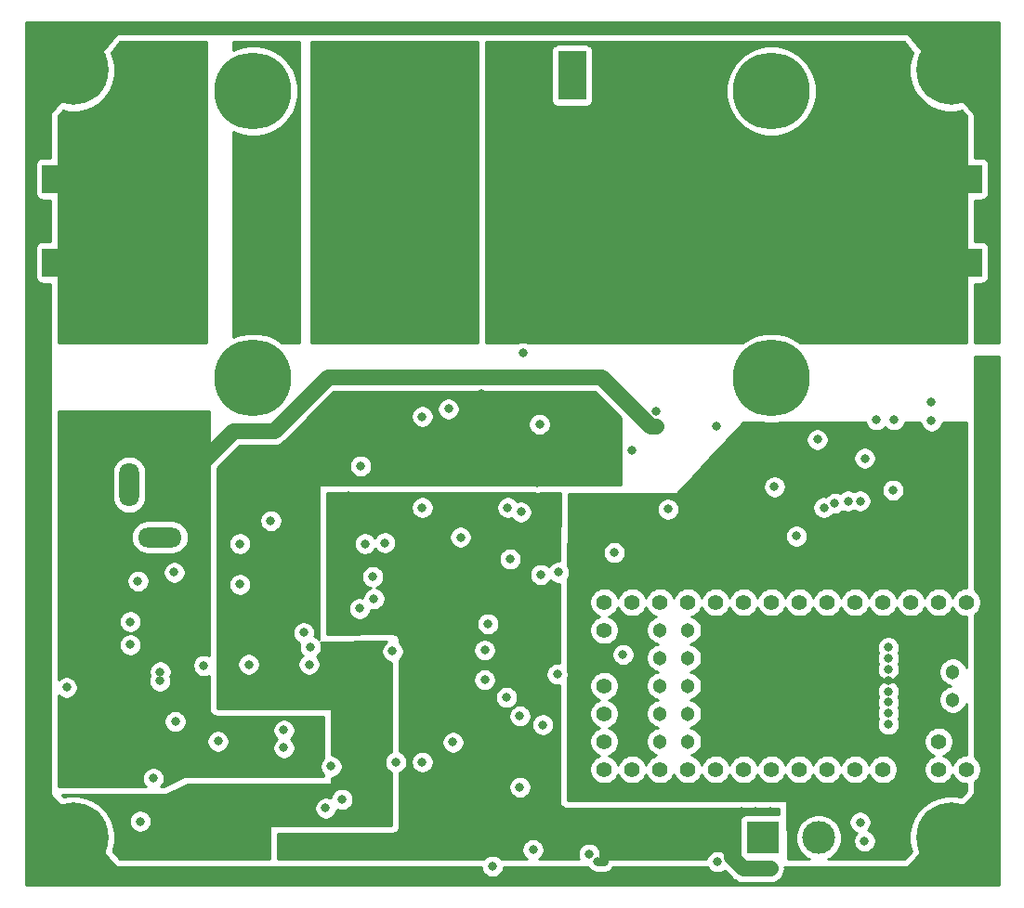
<source format=gbr>
G04 #@! TF.GenerationSoftware,KiCad,Pcbnew,5.1.7-a382d34a8~87~ubuntu18.04.1*
G04 #@! TF.CreationDate,2021-02-18T22:44:55+00:00*
G04 #@! TF.ProjectId,Laser-Driver-v3,4c617365-722d-4447-9269-7665722d7633,rev?*
G04 #@! TF.SameCoordinates,Original*
G04 #@! TF.FileFunction,Copper,L3,Inr*
G04 #@! TF.FilePolarity,Positive*
%FSLAX46Y46*%
G04 Gerber Fmt 4.6, Leading zero omitted, Abs format (unit mm)*
G04 Created by KiCad (PCBNEW 5.1.7-a382d34a8~87~ubuntu18.04.1) date 2021-02-18 22:44:55*
%MOMM*%
%LPD*%
G01*
G04 APERTURE LIST*
G04 #@! TA.AperFunction,ComponentPad*
%ADD10C,7.000000*%
G04 #@! TD*
G04 #@! TA.AperFunction,ComponentPad*
%ADD11C,0.800000*%
G04 #@! TD*
G04 #@! TA.AperFunction,ComponentPad*
%ADD12C,6.400000*%
G04 #@! TD*
G04 #@! TA.AperFunction,ComponentPad*
%ADD13C,1.404000*%
G04 #@! TD*
G04 #@! TA.AperFunction,ComponentPad*
%ADD14C,1.304000*%
G04 #@! TD*
G04 #@! TA.AperFunction,ComponentPad*
%ADD15C,0.804000*%
G04 #@! TD*
G04 #@! TA.AperFunction,ComponentPad*
%ADD16R,2.000000X2.600000*%
G04 #@! TD*
G04 #@! TA.AperFunction,ComponentPad*
%ADD17R,1.800000X4.400000*%
G04 #@! TD*
G04 #@! TA.AperFunction,ComponentPad*
%ADD18O,1.800000X4.000000*%
G04 #@! TD*
G04 #@! TA.AperFunction,ComponentPad*
%ADD19O,4.000000X1.800000*%
G04 #@! TD*
G04 #@! TA.AperFunction,ComponentPad*
%ADD20O,2.500000X4.500000*%
G04 #@! TD*
G04 #@! TA.AperFunction,ComponentPad*
%ADD21R,2.500000X4.500000*%
G04 #@! TD*
G04 #@! TA.AperFunction,ComponentPad*
%ADD22C,3.000000*%
G04 #@! TD*
G04 #@! TA.AperFunction,ComponentPad*
%ADD23R,3.000000X3.000000*%
G04 #@! TD*
G04 #@! TA.AperFunction,ViaPad*
%ADD24C,0.800000*%
G04 #@! TD*
G04 #@! TA.AperFunction,Conductor*
%ADD25C,1.400000*%
G04 #@! TD*
G04 #@! TA.AperFunction,Conductor*
%ADD26C,0.800000*%
G04 #@! TD*
G04 #@! TA.AperFunction,Conductor*
%ADD27C,0.400000*%
G04 #@! TD*
G04 #@! TA.AperFunction,Conductor*
%ADD28C,0.254000*%
G04 #@! TD*
G04 #@! TA.AperFunction,Conductor*
%ADD29C,0.100000*%
G04 #@! TD*
G04 APERTURE END LIST*
D10*
G04 #@! TO.N,N/C*
G04 #@! TO.C,HS1*
X111400000Y-73100000D03*
X158600000Y-73100000D03*
G04 #@! TO.N,Earth*
X158600000Y-46900000D03*
X111400000Y-46900000D03*
G04 #@! TD*
D11*
G04 #@! TO.N,Earth*
G04 #@! TO.C,H4*
X96697056Y-43302944D03*
X95000000Y-42600000D03*
X93302944Y-43302944D03*
X92600000Y-45000000D03*
X93302944Y-46697056D03*
X95000000Y-47400000D03*
X96697056Y-46697056D03*
X97400000Y-45000000D03*
D12*
X95000000Y-45000000D03*
G04 #@! TD*
D11*
G04 #@! TO.N,Earth*
G04 #@! TO.C,H3*
X176697056Y-43302944D03*
X175000000Y-42600000D03*
X173302944Y-43302944D03*
X172600000Y-45000000D03*
X173302944Y-46697056D03*
X175000000Y-47400000D03*
X176697056Y-46697056D03*
X177400000Y-45000000D03*
D12*
X175000000Y-45000000D03*
G04 #@! TD*
D11*
G04 #@! TO.N,Earth*
G04 #@! TO.C,H2*
X96697056Y-113302944D03*
X95000000Y-112600000D03*
X93302944Y-113302944D03*
X92600000Y-115000000D03*
X93302944Y-116697056D03*
X95000000Y-117400000D03*
X96697056Y-116697056D03*
X97400000Y-115000000D03*
D12*
X95000000Y-115000000D03*
G04 #@! TD*
D11*
G04 #@! TO.N,Earth*
G04 #@! TO.C,H1*
X176697056Y-113302944D03*
X175000000Y-112600000D03*
X173302944Y-113302944D03*
X172600000Y-115000000D03*
X173302944Y-116697056D03*
X175000000Y-117400000D03*
X176697056Y-116697056D03*
X177400000Y-115000000D03*
D12*
X175000000Y-115000000D03*
G04 #@! TD*
D13*
G04 #@! TO.N,GND*
G04 #@! TO.C,U2*
X176410000Y-93530000D03*
G04 #@! TO.N,/Output Stage/DAC-D0*
X173870000Y-93530000D03*
D14*
G04 #@! TO.N,/Teensy/TempSense*
X148470000Y-106230000D03*
G04 #@! TO.N,/Overcurrent Protection/OCControl*
X151010000Y-106230000D03*
G04 #@! TO.N,/Overcurrent Protection/OCStatus*
X148470000Y-103690000D03*
G04 #@! TO.N,Net-(R9-Pad2)*
X151010000Y-103690000D03*
G04 #@! TO.N,N/C*
X148470000Y-101150000D03*
X151010000Y-101150000D03*
X148470000Y-98610000D03*
X151010000Y-98610000D03*
X148470000Y-96070000D03*
X151010000Y-96070000D03*
D15*
X169271600Y-104650000D03*
X169271600Y-103650000D03*
G04 #@! TO.N,GND*
X169271600Y-102650000D03*
G04 #@! TO.N,N/C*
X169271600Y-101650000D03*
G04 #@! TO.N,+3V3*
X169271600Y-100650000D03*
G04 #@! TO.N,N/C*
X169271600Y-99650000D03*
X169271600Y-98650000D03*
X169271600Y-97650000D03*
D14*
X175140000Y-102420000D03*
X175140000Y-99880000D03*
D13*
G04 #@! TO.N,/Output Stage/DAC-D1*
X171330000Y-93530000D03*
G04 #@! TO.N,/Output Stage/DAC-D2*
X168790000Y-93530000D03*
G04 #@! TO.N,/Output Stage/DAC-D3*
X166250000Y-93530000D03*
G04 #@! TO.N,/Output Stage/DAC-D4*
X163710000Y-93530000D03*
G04 #@! TO.N,/Output Stage/DAC-D5*
X161170000Y-93530000D03*
G04 #@! TO.N,/Output Stage/DAC-D6*
X158630000Y-93530000D03*
G04 #@! TO.N,/Output Stage/DAC-D7*
X156090000Y-93530000D03*
G04 #@! TO.N,/Output Stage/DAC-D8*
X153550000Y-93530000D03*
G04 #@! TO.N,/Output Stage/DAC-D9*
X151010000Y-93530000D03*
G04 #@! TO.N,Net-(U2-Pad12)*
X148470000Y-93530000D03*
G04 #@! TO.N,Net-(U2-Pad14)*
X143390000Y-93530000D03*
G04 #@! TO.N,N/C*
X143390000Y-96070000D03*
G04 #@! TO.N,+3V3*
X143390000Y-98610000D03*
G04 #@! TO.N,GND*
X143390000Y-101150000D03*
G04 #@! TO.N,N/C*
X143390000Y-103690000D03*
X143390000Y-106230000D03*
G04 #@! TO.N,Net-(U2-Pad20)*
X143390000Y-108770000D03*
G04 #@! TO.N,/Output Stage/DAC-D10*
X145930000Y-108770000D03*
G04 #@! TO.N,/Output Stage/DAC-D11*
X148470000Y-108770000D03*
G04 #@! TO.N,/Output Stage/DAC-D12*
X151010000Y-108770000D03*
G04 #@! TO.N,/Output Stage/DAC-D13*
X153550000Y-108770000D03*
G04 #@! TO.N,/Output Stage/DAC-CLOCK*
X156090000Y-108770000D03*
G04 #@! TO.N,N/C*
X158630000Y-108770000D03*
X161170000Y-108770000D03*
X163710000Y-108770000D03*
X166250000Y-108770000D03*
X168790000Y-108770000D03*
G04 #@! TO.N,+3V3*
X171330000Y-108770000D03*
G04 #@! TO.N,GND*
X173870000Y-108770000D03*
G04 #@! TO.N,N/C*
X173870000Y-106230000D03*
G04 #@! TO.N,+5V*
X176410000Y-108770000D03*
G04 #@! TO.N,N/C*
X145930000Y-93530000D03*
G04 #@! TD*
D16*
G04 #@! TO.N,GND*
G04 #@! TO.C,J5*
X100810000Y-62540000D03*
X98270000Y-62540000D03*
X95730000Y-62540000D03*
X93190000Y-62540000D03*
X100810000Y-54920000D03*
X98270000Y-54920000D03*
X93190000Y-54920000D03*
X95730000Y-54920000D03*
G04 #@! TD*
G04 #@! TO.N,Net-(J2-Pad1)*
G04 #@! TO.C,J2*
X176810000Y-62540000D03*
X174270000Y-62540000D03*
X171730000Y-62540000D03*
X169190000Y-62540000D03*
X176810000Y-54920000D03*
X174270000Y-54920000D03*
X169190000Y-54920000D03*
X171730000Y-54920000D03*
G04 #@! TD*
D17*
G04 #@! TO.N,+12V*
G04 #@! TO.C,J6*
X105900000Y-82800000D03*
D18*
G04 #@! TO.N,GND*
X100100000Y-82800000D03*
D19*
G04 #@! TO.N,N/C*
X102900000Y-87600000D03*
G04 #@! TD*
D20*
G04 #@! TO.N,Net-(Q1-Pad3)*
G04 #@! TO.C,Q1*
X129550000Y-45500000D03*
G04 #@! TO.N,Net-(J2-Pad1)*
X135000000Y-45500000D03*
D21*
G04 #@! TO.N,/Output Stage/MOSFET-OUT*
X140450000Y-45500000D03*
G04 #@! TD*
D22*
G04 #@! TO.N,/Teensy/TempSense*
G04 #@! TO.C,J1*
X162930000Y-115000000D03*
D23*
G04 #@! TO.N,GND*
X157850000Y-115000000D03*
G04 #@! TD*
D24*
G04 #@! TO.N,GND*
X100200000Y-95300000D03*
X100200000Y-97400000D03*
X94400000Y-101300000D03*
X106900000Y-99300000D03*
X100900000Y-91600000D03*
X104200000Y-90800000D03*
X104300000Y-104400000D03*
X108200000Y-106200000D03*
X114200000Y-105200000D03*
X101100000Y-113500000D03*
X102300000Y-109600000D03*
X118000000Y-112300000D03*
X124400000Y-108100000D03*
X126800000Y-108100000D03*
X118500000Y-108500000D03*
X119500004Y-111500000D03*
X110200000Y-91900000D03*
X133200000Y-117600000D03*
X153700000Y-117200000D03*
X129600000Y-106300000D03*
X123400000Y-88100000D03*
X121600000Y-88200000D03*
X134800000Y-89600000D03*
X111000000Y-99200000D03*
X121100000Y-94100000D03*
X124100000Y-98000000D03*
X166700000Y-113600000D03*
X167100000Y-115300000D03*
X135700000Y-110400000D03*
X134500000Y-102200000D03*
X169800000Y-76900000D03*
X168200000Y-76900000D03*
X162800000Y-78700000D03*
X158900000Y-83000000D03*
X169700000Y-83300000D03*
X167125000Y-80400000D03*
X153600000Y-77500000D03*
X148100000Y-76100000D03*
X145900000Y-79700000D03*
X137500000Y-77300000D03*
X135800000Y-85300000D03*
X121200000Y-81100000D03*
X126800000Y-76600000D03*
X126800000Y-84900000D03*
X144300000Y-89000000D03*
X106500000Y-49000000D03*
X104500000Y-49000000D03*
X103500000Y-50000000D03*
X103500000Y-52000000D03*
X103500000Y-54000000D03*
X103500000Y-56000000D03*
X103500000Y-58000000D03*
X103500000Y-60000000D03*
X103500000Y-62000000D03*
X103500000Y-64000000D03*
X103500000Y-66000000D03*
X103500000Y-68000000D03*
X104500000Y-51000000D03*
X105500000Y-50000000D03*
X105500000Y-68000000D03*
X101500000Y-68000000D03*
X102500000Y-67000000D03*
X102500000Y-59000000D03*
X102500000Y-51000000D03*
X102500000Y-49000000D03*
X101500000Y-66000000D03*
X101500000Y-60000000D03*
X101500000Y-58000000D03*
X101500000Y-52000000D03*
X101500000Y-50000000D03*
X141999988Y-116500000D03*
X129200000Y-75900000D03*
X149200000Y-85050000D03*
X173200000Y-77000000D03*
X173200000Y-75300000D03*
X134600000Y-84900000D03*
G04 #@! TO.N,+9V*
X103100000Y-114700000D03*
X103050000Y-113750000D03*
X114200000Y-106800000D03*
X137300000Y-82600000D03*
G04 #@! TO.N,+12V*
X99100000Y-90100000D03*
X99100000Y-89100000D03*
X102400000Y-107000000D03*
X103325000Y-106975000D03*
X117300000Y-106200000D03*
X148100000Y-77500000D03*
G04 #@! TO.N,+5V*
X125800000Y-115400000D03*
X118000000Y-115400000D03*
X116400000Y-116600000D03*
X138900000Y-112900000D03*
X120000000Y-88200000D03*
X129300000Y-92400000D03*
X130400000Y-89300000D03*
X133700000Y-104200000D03*
X134500000Y-96400000D03*
X120100000Y-83800000D03*
X158500000Y-117800000D03*
X157200000Y-117800000D03*
X155900000Y-117800000D03*
X158500000Y-112600000D03*
X157200000Y-112600000D03*
X155900000Y-112600000D03*
X142759266Y-117150799D03*
X115300000Y-116600000D03*
G04 #@! TO.N,Net-(Q1-Pad3)*
X118200000Y-54900000D03*
X118200000Y-52900000D03*
X118200000Y-50900000D03*
X119200000Y-51900000D03*
X119200000Y-53900000D03*
X120200000Y-54900000D03*
X120200000Y-52900000D03*
X122200000Y-54900000D03*
X121200000Y-53900000D03*
X122200000Y-52900000D03*
X121200000Y-51900000D03*
X120200000Y-50900000D03*
X122200000Y-50900000D03*
X123200000Y-51900000D03*
X123200000Y-53900000D03*
X123200000Y-55900000D03*
X123200000Y-57900000D03*
X123200000Y-59900000D03*
X123200000Y-61900000D03*
X123200000Y-63900000D03*
X122200000Y-62900000D03*
X121200000Y-63900000D03*
X120200000Y-62900000D03*
X119200000Y-61900000D03*
X119200000Y-63900000D03*
X118200000Y-62900000D03*
X120200000Y-64900000D03*
X118200000Y-64900000D03*
X122200000Y-64900000D03*
X124200000Y-64900000D03*
X124200000Y-62900000D03*
X124200000Y-60900000D03*
X124200000Y-58900000D03*
X124200000Y-56900000D03*
X124200000Y-54900000D03*
X124200000Y-52900000D03*
X124200000Y-50900000D03*
X121200000Y-61900000D03*
X122200000Y-56900000D03*
X122200000Y-58900000D03*
X122200000Y-60900000D03*
G04 #@! TO.N,Net-(Q2-Pad1)*
X114500000Y-67000000D03*
X114500000Y-65000000D03*
X114500000Y-63000000D03*
X114500000Y-55000000D03*
X114500000Y-53000000D03*
X113500000Y-52000000D03*
X113500000Y-54000000D03*
X113500000Y-56000000D03*
X113500000Y-58000000D03*
X113500000Y-60000000D03*
X113500000Y-62000000D03*
X113500000Y-64000000D03*
X113500000Y-66000000D03*
X113500000Y-68000000D03*
X111800000Y-68000000D03*
G04 #@! TO.N,/Overcurrent Protection/OCControl*
X132800000Y-95500000D03*
X130300000Y-87600000D03*
G04 #@! TO.N,Net-(R2-Pad2)*
X116600000Y-97600000D03*
X113000000Y-86100000D03*
G04 #@! TO.N,Net-(R31-Pad2)*
X139200000Y-90800000D03*
X137800000Y-104700000D03*
G04 #@! TO.N,+3V3*
X110200000Y-88200000D03*
X142100000Y-98600000D03*
X170500000Y-113200000D03*
X170500000Y-111999990D03*
X168700000Y-115300000D03*
X164400000Y-78700000D03*
X158900000Y-81500000D03*
X145700000Y-87000000D03*
G04 #@! TO.N,/Overcurrent Protection/OCStatus*
X139100000Y-100100000D03*
X137600000Y-91000000D03*
G04 #@! TO.N,/Overcurrent Protection/OCSense*
X122400000Y-93200000D03*
X116500000Y-99200000D03*
G04 #@! TO.N,-3V3*
X102900000Y-100700000D03*
X102925000Y-99875000D03*
X116000000Y-96300000D03*
G04 #@! TO.N,+9V*
X132200000Y-74500000D03*
G04 #@! TO.N,/Output Stage/MOSFET-OUT*
X136000000Y-70800000D03*
G04 #@! TO.N,Net-(U2-Pad20)*
X145100000Y-98300000D03*
G04 #@! TO.N,/Output Stage/DAC-CLOCK*
X166700000Y-84300000D03*
G04 #@! TO.N,/Output Stage/DAC-D10*
X165600000Y-84300000D03*
G04 #@! TO.N,/Output Stage/DAC-D11*
X164400000Y-84500000D03*
G04 #@! TO.N,/Output Stage/DAC-D12*
X163400000Y-84900000D03*
G04 #@! TO.N,/Output Stage/DAC-D13*
X160900000Y-87500000D03*
G04 #@! TO.N,Net-(U12-Pad6)*
X132500000Y-97900000D03*
X136900000Y-116100000D03*
G04 #@! TO.N,/Overcurrent Protection/SET*
X132500000Y-100600000D03*
X122300000Y-91200000D03*
X135700000Y-103900000D03*
G04 #@! TO.N,Net-(Q2-Pad1)*
X110200000Y-68000000D03*
G04 #@! TD*
D25*
G04 #@! TO.N,+5V*
X156029998Y-117800000D02*
X155000000Y-116770002D01*
X158500000Y-117800000D02*
X156029998Y-117800000D01*
X155000000Y-116770002D02*
X155000000Y-114000000D01*
D26*
X142759266Y-117150799D02*
X143349201Y-117150799D01*
X143349201Y-117150799D02*
X143250000Y-117051598D01*
X143250000Y-116270010D02*
X144500000Y-115020010D01*
X143250000Y-117051598D02*
X143250000Y-116270010D01*
D27*
G04 #@! TO.N,+3V3*
X143380000Y-98600000D02*
X143390000Y-98610000D01*
X142100000Y-98600000D02*
X143380000Y-98600000D01*
X169271600Y-100650000D02*
X170450000Y-100650000D01*
X171330000Y-101530000D02*
X171330000Y-108770000D01*
X170450000Y-100650000D02*
X171330000Y-101530000D01*
D25*
G04 #@! TO.N,+12V*
X147575998Y-77500000D02*
X148100000Y-77500000D01*
X143075998Y-73000000D02*
X147575998Y-77500000D01*
X118200000Y-73000000D02*
X143075998Y-73000000D01*
X113300000Y-77900000D02*
X118200000Y-73000000D01*
X109600000Y-77900000D02*
X113300000Y-77900000D01*
X105900000Y-81600000D02*
X109600000Y-77900000D01*
X105900000Y-82800000D02*
X105900000Y-81600000D01*
G04 #@! TD*
D28*
G04 #@! TO.N,+12V*
X107365000Y-98372334D02*
X107201898Y-98304774D01*
X107001939Y-98265000D01*
X106798061Y-98265000D01*
X106598102Y-98304774D01*
X106409744Y-98382795D01*
X106240226Y-98496063D01*
X106096063Y-98640226D01*
X105982795Y-98809744D01*
X105904774Y-98998102D01*
X105865000Y-99198061D01*
X105865000Y-99401939D01*
X105904774Y-99601898D01*
X105982795Y-99790256D01*
X106096063Y-99959774D01*
X106240226Y-100103937D01*
X106409744Y-100217205D01*
X106598102Y-100295226D01*
X106798061Y-100335000D01*
X107001939Y-100335000D01*
X107201898Y-100295226D01*
X107365000Y-100227666D01*
X107365000Y-103300000D01*
X107377201Y-103423882D01*
X107413336Y-103543004D01*
X107472017Y-103652787D01*
X107550987Y-103749013D01*
X107647213Y-103827983D01*
X107756996Y-103886664D01*
X107876118Y-103922799D01*
X108000000Y-103935000D01*
X117765000Y-103935000D01*
X117765000Y-107771289D01*
X117696063Y-107840226D01*
X117582795Y-108009744D01*
X117504774Y-108198102D01*
X117465000Y-108398061D01*
X117465000Y-108601939D01*
X117504774Y-108801898D01*
X117582795Y-108990256D01*
X117696063Y-109159774D01*
X117765000Y-109228711D01*
X117765000Y-109365000D01*
X105400000Y-109365000D01*
X105232280Y-109387550D01*
X105116019Y-109432039D01*
X103250097Y-110365000D01*
X102998711Y-110365000D01*
X103103937Y-110259774D01*
X103217205Y-110090256D01*
X103295226Y-109901898D01*
X103335000Y-109701939D01*
X103335000Y-109498061D01*
X103295226Y-109298102D01*
X103217205Y-109109744D01*
X103103937Y-108940226D01*
X102959774Y-108796063D01*
X102790256Y-108682795D01*
X102601898Y-108604774D01*
X102401939Y-108565000D01*
X102198061Y-108565000D01*
X101998102Y-108604774D01*
X101809744Y-108682795D01*
X101640226Y-108796063D01*
X101496063Y-108940226D01*
X101382795Y-109109744D01*
X101304774Y-109298102D01*
X101265000Y-109498061D01*
X101265000Y-109701939D01*
X101304774Y-109901898D01*
X101382795Y-110090256D01*
X101496063Y-110259774D01*
X101601289Y-110365000D01*
X93635000Y-110365000D01*
X93635000Y-106098061D01*
X107165000Y-106098061D01*
X107165000Y-106301939D01*
X107204774Y-106501898D01*
X107282795Y-106690256D01*
X107396063Y-106859774D01*
X107540226Y-107003937D01*
X107709744Y-107117205D01*
X107898102Y-107195226D01*
X108098061Y-107235000D01*
X108301939Y-107235000D01*
X108501898Y-107195226D01*
X108690256Y-107117205D01*
X108859774Y-107003937D01*
X109003937Y-106859774D01*
X109117205Y-106690256D01*
X109195226Y-106501898D01*
X109235000Y-106301939D01*
X109235000Y-106098061D01*
X109195226Y-105898102D01*
X109117205Y-105709744D01*
X109003937Y-105540226D01*
X108859774Y-105396063D01*
X108690256Y-105282795D01*
X108501898Y-105204774D01*
X108301939Y-105165000D01*
X108098061Y-105165000D01*
X107898102Y-105204774D01*
X107709744Y-105282795D01*
X107540226Y-105396063D01*
X107396063Y-105540226D01*
X107282795Y-105709744D01*
X107204774Y-105898102D01*
X107165000Y-106098061D01*
X93635000Y-106098061D01*
X93635000Y-104298061D01*
X103265000Y-104298061D01*
X103265000Y-104501939D01*
X103304774Y-104701898D01*
X103382795Y-104890256D01*
X103496063Y-105059774D01*
X103640226Y-105203937D01*
X103809744Y-105317205D01*
X103998102Y-105395226D01*
X104198061Y-105435000D01*
X104401939Y-105435000D01*
X104601898Y-105395226D01*
X104790256Y-105317205D01*
X104959774Y-105203937D01*
X105065650Y-105098061D01*
X113165000Y-105098061D01*
X113165000Y-105301939D01*
X113204774Y-105501898D01*
X113282795Y-105690256D01*
X113396063Y-105859774D01*
X113536289Y-106000000D01*
X113396063Y-106140226D01*
X113282795Y-106309744D01*
X113204774Y-106498102D01*
X113165000Y-106698061D01*
X113165000Y-106901939D01*
X113204774Y-107101898D01*
X113282795Y-107290256D01*
X113396063Y-107459774D01*
X113540226Y-107603937D01*
X113709744Y-107717205D01*
X113898102Y-107795226D01*
X114098061Y-107835000D01*
X114301939Y-107835000D01*
X114501898Y-107795226D01*
X114690256Y-107717205D01*
X114859774Y-107603937D01*
X115003937Y-107459774D01*
X115117205Y-107290256D01*
X115195226Y-107101898D01*
X115235000Y-106901939D01*
X115235000Y-106698061D01*
X115195226Y-106498102D01*
X115117205Y-106309744D01*
X115003937Y-106140226D01*
X114863711Y-106000000D01*
X115003937Y-105859774D01*
X115117205Y-105690256D01*
X115195226Y-105501898D01*
X115235000Y-105301939D01*
X115235000Y-105098061D01*
X115195226Y-104898102D01*
X115117205Y-104709744D01*
X115003937Y-104540226D01*
X114859774Y-104396063D01*
X114690256Y-104282795D01*
X114501898Y-104204774D01*
X114301939Y-104165000D01*
X114098061Y-104165000D01*
X113898102Y-104204774D01*
X113709744Y-104282795D01*
X113540226Y-104396063D01*
X113396063Y-104540226D01*
X113282795Y-104709744D01*
X113204774Y-104898102D01*
X113165000Y-105098061D01*
X105065650Y-105098061D01*
X105103937Y-105059774D01*
X105217205Y-104890256D01*
X105295226Y-104701898D01*
X105335000Y-104501939D01*
X105335000Y-104298061D01*
X105295226Y-104098102D01*
X105217205Y-103909744D01*
X105103937Y-103740226D01*
X104959774Y-103596063D01*
X104790256Y-103482795D01*
X104601898Y-103404774D01*
X104401939Y-103365000D01*
X104198061Y-103365000D01*
X103998102Y-103404774D01*
X103809744Y-103482795D01*
X103640226Y-103596063D01*
X103496063Y-103740226D01*
X103382795Y-103909744D01*
X103304774Y-104098102D01*
X103265000Y-104298061D01*
X93635000Y-104298061D01*
X93635000Y-101998711D01*
X93740226Y-102103937D01*
X93909744Y-102217205D01*
X94098102Y-102295226D01*
X94298061Y-102335000D01*
X94501939Y-102335000D01*
X94701898Y-102295226D01*
X94890256Y-102217205D01*
X95059774Y-102103937D01*
X95203937Y-101959774D01*
X95317205Y-101790256D01*
X95395226Y-101601898D01*
X95435000Y-101401939D01*
X95435000Y-101198061D01*
X95395226Y-100998102D01*
X95317205Y-100809744D01*
X95203937Y-100640226D01*
X95161772Y-100598061D01*
X101865000Y-100598061D01*
X101865000Y-100801939D01*
X101904774Y-101001898D01*
X101982795Y-101190256D01*
X102096063Y-101359774D01*
X102240226Y-101503937D01*
X102409744Y-101617205D01*
X102598102Y-101695226D01*
X102798061Y-101735000D01*
X103001939Y-101735000D01*
X103201898Y-101695226D01*
X103390256Y-101617205D01*
X103559774Y-101503937D01*
X103703937Y-101359774D01*
X103817205Y-101190256D01*
X103895226Y-101001898D01*
X103935000Y-100801939D01*
X103935000Y-100598061D01*
X103895226Y-100398102D01*
X103861913Y-100317677D01*
X103920226Y-100176898D01*
X103960000Y-99976939D01*
X103960000Y-99773061D01*
X103920226Y-99573102D01*
X103842205Y-99384744D01*
X103728937Y-99215226D01*
X103584774Y-99071063D01*
X103415256Y-98957795D01*
X103226898Y-98879774D01*
X103026939Y-98840000D01*
X102823061Y-98840000D01*
X102623102Y-98879774D01*
X102434744Y-98957795D01*
X102265226Y-99071063D01*
X102121063Y-99215226D01*
X102007795Y-99384744D01*
X101929774Y-99573102D01*
X101890000Y-99773061D01*
X101890000Y-99976939D01*
X101929774Y-100176898D01*
X101963087Y-100257323D01*
X101904774Y-100398102D01*
X101865000Y-100598061D01*
X95161772Y-100598061D01*
X95059774Y-100496063D01*
X94890256Y-100382795D01*
X94701898Y-100304774D01*
X94501939Y-100265000D01*
X94298061Y-100265000D01*
X94098102Y-100304774D01*
X93909744Y-100382795D01*
X93740226Y-100496063D01*
X93635000Y-100601289D01*
X93635000Y-97298061D01*
X99165000Y-97298061D01*
X99165000Y-97501939D01*
X99204774Y-97701898D01*
X99282795Y-97890256D01*
X99396063Y-98059774D01*
X99540226Y-98203937D01*
X99709744Y-98317205D01*
X99898102Y-98395226D01*
X100098061Y-98435000D01*
X100301939Y-98435000D01*
X100501898Y-98395226D01*
X100690256Y-98317205D01*
X100859774Y-98203937D01*
X101003937Y-98059774D01*
X101117205Y-97890256D01*
X101195226Y-97701898D01*
X101235000Y-97501939D01*
X101235000Y-97298061D01*
X101195226Y-97098102D01*
X101117205Y-96909744D01*
X101003937Y-96740226D01*
X100859774Y-96596063D01*
X100690256Y-96482795D01*
X100501898Y-96404774D01*
X100301939Y-96365000D01*
X100098061Y-96365000D01*
X99898102Y-96404774D01*
X99709744Y-96482795D01*
X99540226Y-96596063D01*
X99396063Y-96740226D01*
X99282795Y-96909744D01*
X99204774Y-97098102D01*
X99165000Y-97298061D01*
X93635000Y-97298061D01*
X93635000Y-95198061D01*
X99165000Y-95198061D01*
X99165000Y-95401939D01*
X99204774Y-95601898D01*
X99282795Y-95790256D01*
X99396063Y-95959774D01*
X99540226Y-96103937D01*
X99709744Y-96217205D01*
X99898102Y-96295226D01*
X100098061Y-96335000D01*
X100301939Y-96335000D01*
X100501898Y-96295226D01*
X100690256Y-96217205D01*
X100859774Y-96103937D01*
X101003937Y-95959774D01*
X101117205Y-95790256D01*
X101195226Y-95601898D01*
X101235000Y-95401939D01*
X101235000Y-95198061D01*
X101195226Y-94998102D01*
X101117205Y-94809744D01*
X101003937Y-94640226D01*
X100859774Y-94496063D01*
X100690256Y-94382795D01*
X100501898Y-94304774D01*
X100301939Y-94265000D01*
X100098061Y-94265000D01*
X99898102Y-94304774D01*
X99709744Y-94382795D01*
X99540226Y-94496063D01*
X99396063Y-94640226D01*
X99282795Y-94809744D01*
X99204774Y-94998102D01*
X99165000Y-95198061D01*
X93635000Y-95198061D01*
X93635000Y-91498061D01*
X99865000Y-91498061D01*
X99865000Y-91701939D01*
X99904774Y-91901898D01*
X99982795Y-92090256D01*
X100096063Y-92259774D01*
X100240226Y-92403937D01*
X100409744Y-92517205D01*
X100598102Y-92595226D01*
X100798061Y-92635000D01*
X101001939Y-92635000D01*
X101201898Y-92595226D01*
X101390256Y-92517205D01*
X101559774Y-92403937D01*
X101703937Y-92259774D01*
X101817205Y-92090256D01*
X101895226Y-91901898D01*
X101935000Y-91701939D01*
X101935000Y-91498061D01*
X101895226Y-91298102D01*
X101817205Y-91109744D01*
X101703937Y-90940226D01*
X101559774Y-90796063D01*
X101413104Y-90698061D01*
X103165000Y-90698061D01*
X103165000Y-90901939D01*
X103204774Y-91101898D01*
X103282795Y-91290256D01*
X103396063Y-91459774D01*
X103540226Y-91603937D01*
X103709744Y-91717205D01*
X103898102Y-91795226D01*
X104098061Y-91835000D01*
X104301939Y-91835000D01*
X104501898Y-91795226D01*
X104690256Y-91717205D01*
X104859774Y-91603937D01*
X105003937Y-91459774D01*
X105117205Y-91290256D01*
X105195226Y-91101898D01*
X105235000Y-90901939D01*
X105235000Y-90698061D01*
X105195226Y-90498102D01*
X105117205Y-90309744D01*
X105003937Y-90140226D01*
X104859774Y-89996063D01*
X104690256Y-89882795D01*
X104501898Y-89804774D01*
X104301939Y-89765000D01*
X104098061Y-89765000D01*
X103898102Y-89804774D01*
X103709744Y-89882795D01*
X103540226Y-89996063D01*
X103396063Y-90140226D01*
X103282795Y-90309744D01*
X103204774Y-90498102D01*
X103165000Y-90698061D01*
X101413104Y-90698061D01*
X101390256Y-90682795D01*
X101201898Y-90604774D01*
X101001939Y-90565000D01*
X100798061Y-90565000D01*
X100598102Y-90604774D01*
X100409744Y-90682795D01*
X100240226Y-90796063D01*
X100096063Y-90940226D01*
X99982795Y-91109744D01*
X99904774Y-91298102D01*
X99865000Y-91498061D01*
X93635000Y-91498061D01*
X93635000Y-87600000D01*
X100257573Y-87600000D01*
X100287210Y-87900913D01*
X100374983Y-88190261D01*
X100517519Y-88456927D01*
X100709339Y-88690661D01*
X100943073Y-88882481D01*
X101209739Y-89025017D01*
X101499087Y-89112790D01*
X101724592Y-89135000D01*
X104075408Y-89135000D01*
X104300913Y-89112790D01*
X104590261Y-89025017D01*
X104856927Y-88882481D01*
X105090661Y-88690661D01*
X105282481Y-88456927D01*
X105425017Y-88190261D01*
X105512790Y-87900913D01*
X105542427Y-87600000D01*
X105512790Y-87299087D01*
X105425017Y-87009739D01*
X105282481Y-86743073D01*
X105090661Y-86509339D01*
X104856927Y-86317519D01*
X104590261Y-86174983D01*
X104300913Y-86087210D01*
X104075408Y-86065000D01*
X101724592Y-86065000D01*
X101499087Y-86087210D01*
X101209739Y-86174983D01*
X100943073Y-86317519D01*
X100709339Y-86509339D01*
X100517519Y-86743073D01*
X100374983Y-87009739D01*
X100287210Y-87299087D01*
X100257573Y-87600000D01*
X93635000Y-87600000D01*
X93635000Y-83975407D01*
X98565000Y-83975407D01*
X98587210Y-84200912D01*
X98674983Y-84490260D01*
X98817519Y-84756926D01*
X99009339Y-84990661D01*
X99243073Y-85182481D01*
X99509739Y-85325017D01*
X99799087Y-85412790D01*
X100100000Y-85442427D01*
X100400912Y-85412790D01*
X100690260Y-85325017D01*
X100956926Y-85182481D01*
X101190661Y-84990661D01*
X101382481Y-84756927D01*
X101525017Y-84490261D01*
X101612790Y-84200913D01*
X101635000Y-83975408D01*
X101635000Y-81624592D01*
X101612790Y-81399087D01*
X101525017Y-81109739D01*
X101382481Y-80843073D01*
X101190661Y-80609339D01*
X100956927Y-80417519D01*
X100690261Y-80274983D01*
X100400913Y-80187210D01*
X100100000Y-80157573D01*
X99799088Y-80187210D01*
X99509740Y-80274983D01*
X99243074Y-80417519D01*
X99009340Y-80609339D01*
X98817520Y-80843073D01*
X98674984Y-81109739D01*
X98587211Y-81399087D01*
X98565001Y-81624592D01*
X98565000Y-83975407D01*
X93635000Y-83975407D01*
X93635000Y-76127000D01*
X107365000Y-76127000D01*
X107365000Y-98372334D01*
G04 #@! TA.AperFunction,Conductor*
D29*
G36*
X107365000Y-98372334D02*
G01*
X107201898Y-98304774D01*
X107001939Y-98265000D01*
X106798061Y-98265000D01*
X106598102Y-98304774D01*
X106409744Y-98382795D01*
X106240226Y-98496063D01*
X106096063Y-98640226D01*
X105982795Y-98809744D01*
X105904774Y-98998102D01*
X105865000Y-99198061D01*
X105865000Y-99401939D01*
X105904774Y-99601898D01*
X105982795Y-99790256D01*
X106096063Y-99959774D01*
X106240226Y-100103937D01*
X106409744Y-100217205D01*
X106598102Y-100295226D01*
X106798061Y-100335000D01*
X107001939Y-100335000D01*
X107201898Y-100295226D01*
X107365000Y-100227666D01*
X107365000Y-103300000D01*
X107377201Y-103423882D01*
X107413336Y-103543004D01*
X107472017Y-103652787D01*
X107550987Y-103749013D01*
X107647213Y-103827983D01*
X107756996Y-103886664D01*
X107876118Y-103922799D01*
X108000000Y-103935000D01*
X117765000Y-103935000D01*
X117765000Y-107771289D01*
X117696063Y-107840226D01*
X117582795Y-108009744D01*
X117504774Y-108198102D01*
X117465000Y-108398061D01*
X117465000Y-108601939D01*
X117504774Y-108801898D01*
X117582795Y-108990256D01*
X117696063Y-109159774D01*
X117765000Y-109228711D01*
X117765000Y-109365000D01*
X105400000Y-109365000D01*
X105232280Y-109387550D01*
X105116019Y-109432039D01*
X103250097Y-110365000D01*
X102998711Y-110365000D01*
X103103937Y-110259774D01*
X103217205Y-110090256D01*
X103295226Y-109901898D01*
X103335000Y-109701939D01*
X103335000Y-109498061D01*
X103295226Y-109298102D01*
X103217205Y-109109744D01*
X103103937Y-108940226D01*
X102959774Y-108796063D01*
X102790256Y-108682795D01*
X102601898Y-108604774D01*
X102401939Y-108565000D01*
X102198061Y-108565000D01*
X101998102Y-108604774D01*
X101809744Y-108682795D01*
X101640226Y-108796063D01*
X101496063Y-108940226D01*
X101382795Y-109109744D01*
X101304774Y-109298102D01*
X101265000Y-109498061D01*
X101265000Y-109701939D01*
X101304774Y-109901898D01*
X101382795Y-110090256D01*
X101496063Y-110259774D01*
X101601289Y-110365000D01*
X93635000Y-110365000D01*
X93635000Y-106098061D01*
X107165000Y-106098061D01*
X107165000Y-106301939D01*
X107204774Y-106501898D01*
X107282795Y-106690256D01*
X107396063Y-106859774D01*
X107540226Y-107003937D01*
X107709744Y-107117205D01*
X107898102Y-107195226D01*
X108098061Y-107235000D01*
X108301939Y-107235000D01*
X108501898Y-107195226D01*
X108690256Y-107117205D01*
X108859774Y-107003937D01*
X109003937Y-106859774D01*
X109117205Y-106690256D01*
X109195226Y-106501898D01*
X109235000Y-106301939D01*
X109235000Y-106098061D01*
X109195226Y-105898102D01*
X109117205Y-105709744D01*
X109003937Y-105540226D01*
X108859774Y-105396063D01*
X108690256Y-105282795D01*
X108501898Y-105204774D01*
X108301939Y-105165000D01*
X108098061Y-105165000D01*
X107898102Y-105204774D01*
X107709744Y-105282795D01*
X107540226Y-105396063D01*
X107396063Y-105540226D01*
X107282795Y-105709744D01*
X107204774Y-105898102D01*
X107165000Y-106098061D01*
X93635000Y-106098061D01*
X93635000Y-104298061D01*
X103265000Y-104298061D01*
X103265000Y-104501939D01*
X103304774Y-104701898D01*
X103382795Y-104890256D01*
X103496063Y-105059774D01*
X103640226Y-105203937D01*
X103809744Y-105317205D01*
X103998102Y-105395226D01*
X104198061Y-105435000D01*
X104401939Y-105435000D01*
X104601898Y-105395226D01*
X104790256Y-105317205D01*
X104959774Y-105203937D01*
X105065650Y-105098061D01*
X113165000Y-105098061D01*
X113165000Y-105301939D01*
X113204774Y-105501898D01*
X113282795Y-105690256D01*
X113396063Y-105859774D01*
X113536289Y-106000000D01*
X113396063Y-106140226D01*
X113282795Y-106309744D01*
X113204774Y-106498102D01*
X113165000Y-106698061D01*
X113165000Y-106901939D01*
X113204774Y-107101898D01*
X113282795Y-107290256D01*
X113396063Y-107459774D01*
X113540226Y-107603937D01*
X113709744Y-107717205D01*
X113898102Y-107795226D01*
X114098061Y-107835000D01*
X114301939Y-107835000D01*
X114501898Y-107795226D01*
X114690256Y-107717205D01*
X114859774Y-107603937D01*
X115003937Y-107459774D01*
X115117205Y-107290256D01*
X115195226Y-107101898D01*
X115235000Y-106901939D01*
X115235000Y-106698061D01*
X115195226Y-106498102D01*
X115117205Y-106309744D01*
X115003937Y-106140226D01*
X114863711Y-106000000D01*
X115003937Y-105859774D01*
X115117205Y-105690256D01*
X115195226Y-105501898D01*
X115235000Y-105301939D01*
X115235000Y-105098061D01*
X115195226Y-104898102D01*
X115117205Y-104709744D01*
X115003937Y-104540226D01*
X114859774Y-104396063D01*
X114690256Y-104282795D01*
X114501898Y-104204774D01*
X114301939Y-104165000D01*
X114098061Y-104165000D01*
X113898102Y-104204774D01*
X113709744Y-104282795D01*
X113540226Y-104396063D01*
X113396063Y-104540226D01*
X113282795Y-104709744D01*
X113204774Y-104898102D01*
X113165000Y-105098061D01*
X105065650Y-105098061D01*
X105103937Y-105059774D01*
X105217205Y-104890256D01*
X105295226Y-104701898D01*
X105335000Y-104501939D01*
X105335000Y-104298061D01*
X105295226Y-104098102D01*
X105217205Y-103909744D01*
X105103937Y-103740226D01*
X104959774Y-103596063D01*
X104790256Y-103482795D01*
X104601898Y-103404774D01*
X104401939Y-103365000D01*
X104198061Y-103365000D01*
X103998102Y-103404774D01*
X103809744Y-103482795D01*
X103640226Y-103596063D01*
X103496063Y-103740226D01*
X103382795Y-103909744D01*
X103304774Y-104098102D01*
X103265000Y-104298061D01*
X93635000Y-104298061D01*
X93635000Y-101998711D01*
X93740226Y-102103937D01*
X93909744Y-102217205D01*
X94098102Y-102295226D01*
X94298061Y-102335000D01*
X94501939Y-102335000D01*
X94701898Y-102295226D01*
X94890256Y-102217205D01*
X95059774Y-102103937D01*
X95203937Y-101959774D01*
X95317205Y-101790256D01*
X95395226Y-101601898D01*
X95435000Y-101401939D01*
X95435000Y-101198061D01*
X95395226Y-100998102D01*
X95317205Y-100809744D01*
X95203937Y-100640226D01*
X95161772Y-100598061D01*
X101865000Y-100598061D01*
X101865000Y-100801939D01*
X101904774Y-101001898D01*
X101982795Y-101190256D01*
X102096063Y-101359774D01*
X102240226Y-101503937D01*
X102409744Y-101617205D01*
X102598102Y-101695226D01*
X102798061Y-101735000D01*
X103001939Y-101735000D01*
X103201898Y-101695226D01*
X103390256Y-101617205D01*
X103559774Y-101503937D01*
X103703937Y-101359774D01*
X103817205Y-101190256D01*
X103895226Y-101001898D01*
X103935000Y-100801939D01*
X103935000Y-100598061D01*
X103895226Y-100398102D01*
X103861913Y-100317677D01*
X103920226Y-100176898D01*
X103960000Y-99976939D01*
X103960000Y-99773061D01*
X103920226Y-99573102D01*
X103842205Y-99384744D01*
X103728937Y-99215226D01*
X103584774Y-99071063D01*
X103415256Y-98957795D01*
X103226898Y-98879774D01*
X103026939Y-98840000D01*
X102823061Y-98840000D01*
X102623102Y-98879774D01*
X102434744Y-98957795D01*
X102265226Y-99071063D01*
X102121063Y-99215226D01*
X102007795Y-99384744D01*
X101929774Y-99573102D01*
X101890000Y-99773061D01*
X101890000Y-99976939D01*
X101929774Y-100176898D01*
X101963087Y-100257323D01*
X101904774Y-100398102D01*
X101865000Y-100598061D01*
X95161772Y-100598061D01*
X95059774Y-100496063D01*
X94890256Y-100382795D01*
X94701898Y-100304774D01*
X94501939Y-100265000D01*
X94298061Y-100265000D01*
X94098102Y-100304774D01*
X93909744Y-100382795D01*
X93740226Y-100496063D01*
X93635000Y-100601289D01*
X93635000Y-97298061D01*
X99165000Y-97298061D01*
X99165000Y-97501939D01*
X99204774Y-97701898D01*
X99282795Y-97890256D01*
X99396063Y-98059774D01*
X99540226Y-98203937D01*
X99709744Y-98317205D01*
X99898102Y-98395226D01*
X100098061Y-98435000D01*
X100301939Y-98435000D01*
X100501898Y-98395226D01*
X100690256Y-98317205D01*
X100859774Y-98203937D01*
X101003937Y-98059774D01*
X101117205Y-97890256D01*
X101195226Y-97701898D01*
X101235000Y-97501939D01*
X101235000Y-97298061D01*
X101195226Y-97098102D01*
X101117205Y-96909744D01*
X101003937Y-96740226D01*
X100859774Y-96596063D01*
X100690256Y-96482795D01*
X100501898Y-96404774D01*
X100301939Y-96365000D01*
X100098061Y-96365000D01*
X99898102Y-96404774D01*
X99709744Y-96482795D01*
X99540226Y-96596063D01*
X99396063Y-96740226D01*
X99282795Y-96909744D01*
X99204774Y-97098102D01*
X99165000Y-97298061D01*
X93635000Y-97298061D01*
X93635000Y-95198061D01*
X99165000Y-95198061D01*
X99165000Y-95401939D01*
X99204774Y-95601898D01*
X99282795Y-95790256D01*
X99396063Y-95959774D01*
X99540226Y-96103937D01*
X99709744Y-96217205D01*
X99898102Y-96295226D01*
X100098061Y-96335000D01*
X100301939Y-96335000D01*
X100501898Y-96295226D01*
X100690256Y-96217205D01*
X100859774Y-96103937D01*
X101003937Y-95959774D01*
X101117205Y-95790256D01*
X101195226Y-95601898D01*
X101235000Y-95401939D01*
X101235000Y-95198061D01*
X101195226Y-94998102D01*
X101117205Y-94809744D01*
X101003937Y-94640226D01*
X100859774Y-94496063D01*
X100690256Y-94382795D01*
X100501898Y-94304774D01*
X100301939Y-94265000D01*
X100098061Y-94265000D01*
X99898102Y-94304774D01*
X99709744Y-94382795D01*
X99540226Y-94496063D01*
X99396063Y-94640226D01*
X99282795Y-94809744D01*
X99204774Y-94998102D01*
X99165000Y-95198061D01*
X93635000Y-95198061D01*
X93635000Y-91498061D01*
X99865000Y-91498061D01*
X99865000Y-91701939D01*
X99904774Y-91901898D01*
X99982795Y-92090256D01*
X100096063Y-92259774D01*
X100240226Y-92403937D01*
X100409744Y-92517205D01*
X100598102Y-92595226D01*
X100798061Y-92635000D01*
X101001939Y-92635000D01*
X101201898Y-92595226D01*
X101390256Y-92517205D01*
X101559774Y-92403937D01*
X101703937Y-92259774D01*
X101817205Y-92090256D01*
X101895226Y-91901898D01*
X101935000Y-91701939D01*
X101935000Y-91498061D01*
X101895226Y-91298102D01*
X101817205Y-91109744D01*
X101703937Y-90940226D01*
X101559774Y-90796063D01*
X101413104Y-90698061D01*
X103165000Y-90698061D01*
X103165000Y-90901939D01*
X103204774Y-91101898D01*
X103282795Y-91290256D01*
X103396063Y-91459774D01*
X103540226Y-91603937D01*
X103709744Y-91717205D01*
X103898102Y-91795226D01*
X104098061Y-91835000D01*
X104301939Y-91835000D01*
X104501898Y-91795226D01*
X104690256Y-91717205D01*
X104859774Y-91603937D01*
X105003937Y-91459774D01*
X105117205Y-91290256D01*
X105195226Y-91101898D01*
X105235000Y-90901939D01*
X105235000Y-90698061D01*
X105195226Y-90498102D01*
X105117205Y-90309744D01*
X105003937Y-90140226D01*
X104859774Y-89996063D01*
X104690256Y-89882795D01*
X104501898Y-89804774D01*
X104301939Y-89765000D01*
X104098061Y-89765000D01*
X103898102Y-89804774D01*
X103709744Y-89882795D01*
X103540226Y-89996063D01*
X103396063Y-90140226D01*
X103282795Y-90309744D01*
X103204774Y-90498102D01*
X103165000Y-90698061D01*
X101413104Y-90698061D01*
X101390256Y-90682795D01*
X101201898Y-90604774D01*
X101001939Y-90565000D01*
X100798061Y-90565000D01*
X100598102Y-90604774D01*
X100409744Y-90682795D01*
X100240226Y-90796063D01*
X100096063Y-90940226D01*
X99982795Y-91109744D01*
X99904774Y-91298102D01*
X99865000Y-91498061D01*
X93635000Y-91498061D01*
X93635000Y-87600000D01*
X100257573Y-87600000D01*
X100287210Y-87900913D01*
X100374983Y-88190261D01*
X100517519Y-88456927D01*
X100709339Y-88690661D01*
X100943073Y-88882481D01*
X101209739Y-89025017D01*
X101499087Y-89112790D01*
X101724592Y-89135000D01*
X104075408Y-89135000D01*
X104300913Y-89112790D01*
X104590261Y-89025017D01*
X104856927Y-88882481D01*
X105090661Y-88690661D01*
X105282481Y-88456927D01*
X105425017Y-88190261D01*
X105512790Y-87900913D01*
X105542427Y-87600000D01*
X105512790Y-87299087D01*
X105425017Y-87009739D01*
X105282481Y-86743073D01*
X105090661Y-86509339D01*
X104856927Y-86317519D01*
X104590261Y-86174983D01*
X104300913Y-86087210D01*
X104075408Y-86065000D01*
X101724592Y-86065000D01*
X101499087Y-86087210D01*
X101209739Y-86174983D01*
X100943073Y-86317519D01*
X100709339Y-86509339D01*
X100517519Y-86743073D01*
X100374983Y-87009739D01*
X100287210Y-87299087D01*
X100257573Y-87600000D01*
X93635000Y-87600000D01*
X93635000Y-83975407D01*
X98565000Y-83975407D01*
X98587210Y-84200912D01*
X98674983Y-84490260D01*
X98817519Y-84756926D01*
X99009339Y-84990661D01*
X99243073Y-85182481D01*
X99509739Y-85325017D01*
X99799087Y-85412790D01*
X100100000Y-85442427D01*
X100400912Y-85412790D01*
X100690260Y-85325017D01*
X100956926Y-85182481D01*
X101190661Y-84990661D01*
X101382481Y-84756927D01*
X101525017Y-84490261D01*
X101612790Y-84200913D01*
X101635000Y-83975408D01*
X101635000Y-81624592D01*
X101612790Y-81399087D01*
X101525017Y-81109739D01*
X101382481Y-80843073D01*
X101190661Y-80609339D01*
X100956927Y-80417519D01*
X100690261Y-80274983D01*
X100400913Y-80187210D01*
X100100000Y-80157573D01*
X99799088Y-80187210D01*
X99509740Y-80274983D01*
X99243074Y-80417519D01*
X99009340Y-80609339D01*
X98817520Y-80843073D01*
X98674984Y-81109739D01*
X98587211Y-81399087D01*
X98565001Y-81624592D01*
X98565000Y-83975407D01*
X93635000Y-83975407D01*
X93635000Y-76127000D01*
X107365000Y-76127000D01*
X107365000Y-98372334D01*
G37*
G04 #@! TD.AperFunction*
G04 #@! TD*
D28*
G04 #@! TO.N,+9V*
X144873000Y-76684977D02*
X144873000Y-79557842D01*
X144865000Y-79598061D01*
X144865000Y-79801939D01*
X144873000Y-79842158D01*
X144873000Y-82773230D01*
X120433024Y-82817667D01*
X120401898Y-82804774D01*
X120201939Y-82765000D01*
X119998061Y-82765000D01*
X119798102Y-82804774D01*
X119764040Y-82818883D01*
X117499769Y-82823000D01*
X117474997Y-82825486D01*
X117451186Y-82832756D01*
X117429251Y-82844532D01*
X117410034Y-82860361D01*
X117394275Y-82879635D01*
X117382579Y-82901613D01*
X117375395Y-82925450D01*
X117373000Y-82950000D01*
X117373000Y-96909289D01*
X117259774Y-96796063D01*
X117090256Y-96682795D01*
X116980541Y-96637349D01*
X116995226Y-96601898D01*
X117035000Y-96401939D01*
X117035000Y-96198061D01*
X116995226Y-95998102D01*
X116917205Y-95809744D01*
X116803937Y-95640226D01*
X116659774Y-95496063D01*
X116490256Y-95382795D01*
X116301898Y-95304774D01*
X116101939Y-95265000D01*
X115898061Y-95265000D01*
X115698102Y-95304774D01*
X115509744Y-95382795D01*
X115340226Y-95496063D01*
X115196063Y-95640226D01*
X115082795Y-95809744D01*
X115004774Y-95998102D01*
X114965000Y-96198061D01*
X114965000Y-96401939D01*
X115004774Y-96601898D01*
X115082795Y-96790256D01*
X115196063Y-96959774D01*
X115340226Y-97103937D01*
X115509744Y-97217205D01*
X115619459Y-97262651D01*
X115604774Y-97298102D01*
X115565000Y-97498061D01*
X115565000Y-97701939D01*
X115604774Y-97901898D01*
X115682795Y-98090256D01*
X115796063Y-98259774D01*
X115895452Y-98359163D01*
X115840226Y-98396063D01*
X115696063Y-98540226D01*
X115582795Y-98709744D01*
X115504774Y-98898102D01*
X115465000Y-99098061D01*
X115465000Y-99301939D01*
X115504774Y-99501898D01*
X115582795Y-99690256D01*
X115696063Y-99859774D01*
X115840226Y-100003937D01*
X116009744Y-100117205D01*
X116198102Y-100195226D01*
X116398061Y-100235000D01*
X116601939Y-100235000D01*
X116801898Y-100195226D01*
X116990256Y-100117205D01*
X117159774Y-100003937D01*
X117303937Y-99859774D01*
X117417205Y-99690256D01*
X117495226Y-99501898D01*
X117535000Y-99301939D01*
X117535000Y-99098061D01*
X117495226Y-98898102D01*
X117417205Y-98709744D01*
X117303937Y-98540226D01*
X117204548Y-98440837D01*
X117259774Y-98403937D01*
X117403937Y-98259774D01*
X117517205Y-98090256D01*
X117595226Y-97901898D01*
X117635000Y-97701939D01*
X117635000Y-97498061D01*
X117595226Y-97298102D01*
X117544924Y-97176663D01*
X123537201Y-97131267D01*
X123440226Y-97196063D01*
X123296063Y-97340226D01*
X123182795Y-97509744D01*
X123104774Y-97698102D01*
X123065000Y-97898061D01*
X123065000Y-98101939D01*
X123104774Y-98301898D01*
X123182795Y-98490256D01*
X123296063Y-98659774D01*
X123440226Y-98803937D01*
X123609744Y-98917205D01*
X123798102Y-98995226D01*
X123973000Y-99030015D01*
X123973000Y-107156593D01*
X123909744Y-107182795D01*
X123740226Y-107296063D01*
X123596063Y-107440226D01*
X123482795Y-107609744D01*
X123404774Y-107798102D01*
X123365000Y-107998061D01*
X123365000Y-108201939D01*
X123404774Y-108401898D01*
X123482795Y-108590256D01*
X123596063Y-108759774D01*
X123740226Y-108903937D01*
X123909744Y-109017205D01*
X123973000Y-109043407D01*
X123973000Y-113873000D01*
X113000000Y-113873000D01*
X112975224Y-113875440D01*
X112951399Y-113882667D01*
X112929443Y-113894403D01*
X112910197Y-113910197D01*
X112894403Y-113929443D01*
X112882667Y-113951399D01*
X112875440Y-113975224D01*
X112873000Y-114000000D01*
X112873000Y-116965000D01*
X99280905Y-116965000D01*
X98632486Y-116251740D01*
X98687623Y-116118628D01*
X98835000Y-115377715D01*
X98835000Y-114622285D01*
X98687623Y-113881372D01*
X98487430Y-113398061D01*
X100065000Y-113398061D01*
X100065000Y-113601939D01*
X100104774Y-113801898D01*
X100182795Y-113990256D01*
X100296063Y-114159774D01*
X100440226Y-114303937D01*
X100609744Y-114417205D01*
X100798102Y-114495226D01*
X100998061Y-114535000D01*
X101201939Y-114535000D01*
X101401898Y-114495226D01*
X101590256Y-114417205D01*
X101759774Y-114303937D01*
X101903937Y-114159774D01*
X102017205Y-113990256D01*
X102095226Y-113801898D01*
X102135000Y-113601939D01*
X102135000Y-113398061D01*
X102095226Y-113198102D01*
X102017205Y-113009744D01*
X101903937Y-112840226D01*
X101759774Y-112696063D01*
X101590256Y-112582795D01*
X101401898Y-112504774D01*
X101201939Y-112465000D01*
X100998061Y-112465000D01*
X100798102Y-112504774D01*
X100609744Y-112582795D01*
X100440226Y-112696063D01*
X100296063Y-112840226D01*
X100182795Y-113009744D01*
X100104774Y-113198102D01*
X100065000Y-113398061D01*
X98487430Y-113398061D01*
X98398533Y-113183446D01*
X97978839Y-112555330D01*
X97621570Y-112198061D01*
X116965000Y-112198061D01*
X116965000Y-112401939D01*
X117004774Y-112601898D01*
X117082795Y-112790256D01*
X117196063Y-112959774D01*
X117340226Y-113103937D01*
X117509744Y-113217205D01*
X117698102Y-113295226D01*
X117898061Y-113335000D01*
X118101939Y-113335000D01*
X118301898Y-113295226D01*
X118490256Y-113217205D01*
X118659774Y-113103937D01*
X118803937Y-112959774D01*
X118917205Y-112790256D01*
X118995226Y-112601898D01*
X119030272Y-112425707D01*
X119198106Y-112495226D01*
X119398065Y-112535000D01*
X119601943Y-112535000D01*
X119801902Y-112495226D01*
X119990260Y-112417205D01*
X120159778Y-112303937D01*
X120303941Y-112159774D01*
X120417209Y-111990256D01*
X120495230Y-111801898D01*
X120535004Y-111601939D01*
X120535004Y-111398061D01*
X120495230Y-111198102D01*
X120417209Y-111009744D01*
X120303941Y-110840226D01*
X120159778Y-110696063D01*
X119990260Y-110582795D01*
X119801902Y-110504774D01*
X119601943Y-110465000D01*
X119398065Y-110465000D01*
X119198106Y-110504774D01*
X119009748Y-110582795D01*
X118840230Y-110696063D01*
X118696067Y-110840226D01*
X118582799Y-111009744D01*
X118504778Y-111198102D01*
X118469732Y-111374293D01*
X118301898Y-111304774D01*
X118101939Y-111265000D01*
X117898061Y-111265000D01*
X117698102Y-111304774D01*
X117509744Y-111382795D01*
X117340226Y-111496063D01*
X117196063Y-111640226D01*
X117082795Y-111809744D01*
X117004774Y-111998102D01*
X116965000Y-112198061D01*
X97621570Y-112198061D01*
X97444670Y-112021161D01*
X96816554Y-111601467D01*
X96118628Y-111312377D01*
X95377715Y-111165000D01*
X94622285Y-111165000D01*
X94102220Y-111268447D01*
X93973632Y-111127000D01*
X103400000Y-111127000D01*
X103424776Y-111124560D01*
X103456796Y-111113592D01*
X105429980Y-110127000D01*
X118400000Y-110127000D01*
X118424776Y-110124560D01*
X118448601Y-110117333D01*
X118470557Y-110105597D01*
X118489803Y-110089803D01*
X118505597Y-110070557D01*
X118517333Y-110048601D01*
X118524560Y-110024776D01*
X118527000Y-110000000D01*
X118527000Y-109535000D01*
X118601939Y-109535000D01*
X118801898Y-109495226D01*
X118990256Y-109417205D01*
X119159774Y-109303937D01*
X119303937Y-109159774D01*
X119417205Y-108990256D01*
X119495226Y-108801898D01*
X119535000Y-108601939D01*
X119535000Y-108398061D01*
X119495226Y-108198102D01*
X119417205Y-108009744D01*
X119303937Y-107840226D01*
X119159774Y-107696063D01*
X118990256Y-107582795D01*
X118801898Y-107504774D01*
X118601939Y-107465000D01*
X118527000Y-107465000D01*
X118527000Y-103300000D01*
X118524560Y-103275224D01*
X118517333Y-103251399D01*
X118505597Y-103229443D01*
X118489803Y-103210197D01*
X118470557Y-103194403D01*
X118448601Y-103182667D01*
X118424776Y-103175440D01*
X118400000Y-103173000D01*
X108127000Y-103173000D01*
X108127000Y-99098061D01*
X109965000Y-99098061D01*
X109965000Y-99301939D01*
X110004774Y-99501898D01*
X110082795Y-99690256D01*
X110196063Y-99859774D01*
X110340226Y-100003937D01*
X110509744Y-100117205D01*
X110698102Y-100195226D01*
X110898061Y-100235000D01*
X111101939Y-100235000D01*
X111301898Y-100195226D01*
X111490256Y-100117205D01*
X111659774Y-100003937D01*
X111803937Y-99859774D01*
X111917205Y-99690256D01*
X111995226Y-99501898D01*
X112035000Y-99301939D01*
X112035000Y-99098061D01*
X111995226Y-98898102D01*
X111917205Y-98709744D01*
X111803937Y-98540226D01*
X111659774Y-98396063D01*
X111490256Y-98282795D01*
X111301898Y-98204774D01*
X111101939Y-98165000D01*
X110898061Y-98165000D01*
X110698102Y-98204774D01*
X110509744Y-98282795D01*
X110340226Y-98396063D01*
X110196063Y-98540226D01*
X110082795Y-98709744D01*
X110004774Y-98898102D01*
X109965000Y-99098061D01*
X108127000Y-99098061D01*
X108127000Y-91798061D01*
X109165000Y-91798061D01*
X109165000Y-92001939D01*
X109204774Y-92201898D01*
X109282795Y-92390256D01*
X109396063Y-92559774D01*
X109540226Y-92703937D01*
X109709744Y-92817205D01*
X109898102Y-92895226D01*
X110098061Y-92935000D01*
X110301939Y-92935000D01*
X110501898Y-92895226D01*
X110690256Y-92817205D01*
X110859774Y-92703937D01*
X111003937Y-92559774D01*
X111117205Y-92390256D01*
X111195226Y-92201898D01*
X111235000Y-92001939D01*
X111235000Y-91798061D01*
X111195226Y-91598102D01*
X111117205Y-91409744D01*
X111003937Y-91240226D01*
X110859774Y-91096063D01*
X110690256Y-90982795D01*
X110501898Y-90904774D01*
X110301939Y-90865000D01*
X110098061Y-90865000D01*
X109898102Y-90904774D01*
X109709744Y-90982795D01*
X109540226Y-91096063D01*
X109396063Y-91240226D01*
X109282795Y-91409744D01*
X109204774Y-91598102D01*
X109165000Y-91798061D01*
X108127000Y-91798061D01*
X108127000Y-88098061D01*
X109165000Y-88098061D01*
X109165000Y-88301939D01*
X109204774Y-88501898D01*
X109282795Y-88690256D01*
X109396063Y-88859774D01*
X109540226Y-89003937D01*
X109709744Y-89117205D01*
X109898102Y-89195226D01*
X110098061Y-89235000D01*
X110301939Y-89235000D01*
X110501898Y-89195226D01*
X110690256Y-89117205D01*
X110859774Y-89003937D01*
X111003937Y-88859774D01*
X111117205Y-88690256D01*
X111195226Y-88501898D01*
X111235000Y-88301939D01*
X111235000Y-88098061D01*
X111195226Y-87898102D01*
X111117205Y-87709744D01*
X111003937Y-87540226D01*
X110859774Y-87396063D01*
X110690256Y-87282795D01*
X110501898Y-87204774D01*
X110301939Y-87165000D01*
X110098061Y-87165000D01*
X109898102Y-87204774D01*
X109709744Y-87282795D01*
X109540226Y-87396063D01*
X109396063Y-87540226D01*
X109282795Y-87709744D01*
X109204774Y-87898102D01*
X109165000Y-88098061D01*
X108127000Y-88098061D01*
X108127000Y-85998061D01*
X111965000Y-85998061D01*
X111965000Y-86201939D01*
X112004774Y-86401898D01*
X112082795Y-86590256D01*
X112196063Y-86759774D01*
X112340226Y-86903937D01*
X112509744Y-87017205D01*
X112698102Y-87095226D01*
X112898061Y-87135000D01*
X113101939Y-87135000D01*
X113301898Y-87095226D01*
X113490256Y-87017205D01*
X113659774Y-86903937D01*
X113803937Y-86759774D01*
X113917205Y-86590256D01*
X113995226Y-86401898D01*
X114035000Y-86201939D01*
X114035000Y-85998061D01*
X113995226Y-85798102D01*
X113917205Y-85609744D01*
X113803937Y-85440226D01*
X113659774Y-85296063D01*
X113490256Y-85182795D01*
X113301898Y-85104774D01*
X113101939Y-85065000D01*
X112898061Y-85065000D01*
X112698102Y-85104774D01*
X112509744Y-85182795D01*
X112340226Y-85296063D01*
X112196063Y-85440226D01*
X112082795Y-85609744D01*
X112004774Y-85798102D01*
X111965000Y-85998061D01*
X108127000Y-85998061D01*
X108127000Y-81260974D01*
X108389913Y-80998061D01*
X120165000Y-80998061D01*
X120165000Y-81201939D01*
X120204774Y-81401898D01*
X120282795Y-81590256D01*
X120396063Y-81759774D01*
X120540226Y-81903937D01*
X120709744Y-82017205D01*
X120898102Y-82095226D01*
X121098061Y-82135000D01*
X121301939Y-82135000D01*
X121501898Y-82095226D01*
X121690256Y-82017205D01*
X121859774Y-81903937D01*
X122003937Y-81759774D01*
X122117205Y-81590256D01*
X122195226Y-81401898D01*
X122235000Y-81201939D01*
X122235000Y-80998061D01*
X122195226Y-80798102D01*
X122117205Y-80609744D01*
X122003937Y-80440226D01*
X121859774Y-80296063D01*
X121690256Y-80182795D01*
X121501898Y-80104774D01*
X121301939Y-80065000D01*
X121098061Y-80065000D01*
X120898102Y-80104774D01*
X120709744Y-80182795D01*
X120540226Y-80296063D01*
X120396063Y-80440226D01*
X120282795Y-80609744D01*
X120204774Y-80798102D01*
X120165000Y-80998061D01*
X108389913Y-80998061D01*
X110152975Y-79235000D01*
X113234421Y-79235000D01*
X113300000Y-79241459D01*
X113365579Y-79235000D01*
X113561706Y-79215683D01*
X113813354Y-79139347D01*
X114045275Y-79015382D01*
X114248555Y-78848555D01*
X114290366Y-78797608D01*
X116589913Y-76498061D01*
X125765000Y-76498061D01*
X125765000Y-76701939D01*
X125804774Y-76901898D01*
X125882795Y-77090256D01*
X125996063Y-77259774D01*
X126140226Y-77403937D01*
X126309744Y-77517205D01*
X126498102Y-77595226D01*
X126698061Y-77635000D01*
X126901939Y-77635000D01*
X127101898Y-77595226D01*
X127290256Y-77517205D01*
X127459774Y-77403937D01*
X127603937Y-77259774D01*
X127645172Y-77198061D01*
X136465000Y-77198061D01*
X136465000Y-77401939D01*
X136504774Y-77601898D01*
X136582795Y-77790256D01*
X136696063Y-77959774D01*
X136840226Y-78103937D01*
X137009744Y-78217205D01*
X137198102Y-78295226D01*
X137398061Y-78335000D01*
X137601939Y-78335000D01*
X137801898Y-78295226D01*
X137990256Y-78217205D01*
X138159774Y-78103937D01*
X138303937Y-77959774D01*
X138417205Y-77790256D01*
X138495226Y-77601898D01*
X138535000Y-77401939D01*
X138535000Y-77198061D01*
X138495226Y-76998102D01*
X138417205Y-76809744D01*
X138303937Y-76640226D01*
X138159774Y-76496063D01*
X137990256Y-76382795D01*
X137801898Y-76304774D01*
X137601939Y-76265000D01*
X137398061Y-76265000D01*
X137198102Y-76304774D01*
X137009744Y-76382795D01*
X136840226Y-76496063D01*
X136696063Y-76640226D01*
X136582795Y-76809744D01*
X136504774Y-76998102D01*
X136465000Y-77198061D01*
X127645172Y-77198061D01*
X127717205Y-77090256D01*
X127795226Y-76901898D01*
X127835000Y-76701939D01*
X127835000Y-76498061D01*
X127795226Y-76298102D01*
X127717205Y-76109744D01*
X127603937Y-75940226D01*
X127461772Y-75798061D01*
X128165000Y-75798061D01*
X128165000Y-76001939D01*
X128204774Y-76201898D01*
X128282795Y-76390256D01*
X128396063Y-76559774D01*
X128540226Y-76703937D01*
X128709744Y-76817205D01*
X128898102Y-76895226D01*
X129098061Y-76935000D01*
X129301939Y-76935000D01*
X129501898Y-76895226D01*
X129690256Y-76817205D01*
X129859774Y-76703937D01*
X130003937Y-76559774D01*
X130117205Y-76390256D01*
X130195226Y-76201898D01*
X130235000Y-76001939D01*
X130235000Y-75798061D01*
X130195226Y-75598102D01*
X130117205Y-75409744D01*
X130003937Y-75240226D01*
X129859774Y-75096063D01*
X129690256Y-74982795D01*
X129501898Y-74904774D01*
X129301939Y-74865000D01*
X129098061Y-74865000D01*
X128898102Y-74904774D01*
X128709744Y-74982795D01*
X128540226Y-75096063D01*
X128396063Y-75240226D01*
X128282795Y-75409744D01*
X128204774Y-75598102D01*
X128165000Y-75798061D01*
X127461772Y-75798061D01*
X127459774Y-75796063D01*
X127290256Y-75682795D01*
X127101898Y-75604774D01*
X126901939Y-75565000D01*
X126698061Y-75565000D01*
X126498102Y-75604774D01*
X126309744Y-75682795D01*
X126140226Y-75796063D01*
X125996063Y-75940226D01*
X125882795Y-76109744D01*
X125804774Y-76298102D01*
X125765000Y-76498061D01*
X116589913Y-76498061D01*
X118752975Y-74335000D01*
X142523024Y-74335000D01*
X144873000Y-76684977D01*
G04 #@! TA.AperFunction,Conductor*
D29*
G36*
X144873000Y-76684977D02*
G01*
X144873000Y-79557842D01*
X144865000Y-79598061D01*
X144865000Y-79801939D01*
X144873000Y-79842158D01*
X144873000Y-82773230D01*
X120433024Y-82817667D01*
X120401898Y-82804774D01*
X120201939Y-82765000D01*
X119998061Y-82765000D01*
X119798102Y-82804774D01*
X119764040Y-82818883D01*
X117499769Y-82823000D01*
X117474997Y-82825486D01*
X117451186Y-82832756D01*
X117429251Y-82844532D01*
X117410034Y-82860361D01*
X117394275Y-82879635D01*
X117382579Y-82901613D01*
X117375395Y-82925450D01*
X117373000Y-82950000D01*
X117373000Y-96909289D01*
X117259774Y-96796063D01*
X117090256Y-96682795D01*
X116980541Y-96637349D01*
X116995226Y-96601898D01*
X117035000Y-96401939D01*
X117035000Y-96198061D01*
X116995226Y-95998102D01*
X116917205Y-95809744D01*
X116803937Y-95640226D01*
X116659774Y-95496063D01*
X116490256Y-95382795D01*
X116301898Y-95304774D01*
X116101939Y-95265000D01*
X115898061Y-95265000D01*
X115698102Y-95304774D01*
X115509744Y-95382795D01*
X115340226Y-95496063D01*
X115196063Y-95640226D01*
X115082795Y-95809744D01*
X115004774Y-95998102D01*
X114965000Y-96198061D01*
X114965000Y-96401939D01*
X115004774Y-96601898D01*
X115082795Y-96790256D01*
X115196063Y-96959774D01*
X115340226Y-97103937D01*
X115509744Y-97217205D01*
X115619459Y-97262651D01*
X115604774Y-97298102D01*
X115565000Y-97498061D01*
X115565000Y-97701939D01*
X115604774Y-97901898D01*
X115682795Y-98090256D01*
X115796063Y-98259774D01*
X115895452Y-98359163D01*
X115840226Y-98396063D01*
X115696063Y-98540226D01*
X115582795Y-98709744D01*
X115504774Y-98898102D01*
X115465000Y-99098061D01*
X115465000Y-99301939D01*
X115504774Y-99501898D01*
X115582795Y-99690256D01*
X115696063Y-99859774D01*
X115840226Y-100003937D01*
X116009744Y-100117205D01*
X116198102Y-100195226D01*
X116398061Y-100235000D01*
X116601939Y-100235000D01*
X116801898Y-100195226D01*
X116990256Y-100117205D01*
X117159774Y-100003937D01*
X117303937Y-99859774D01*
X117417205Y-99690256D01*
X117495226Y-99501898D01*
X117535000Y-99301939D01*
X117535000Y-99098061D01*
X117495226Y-98898102D01*
X117417205Y-98709744D01*
X117303937Y-98540226D01*
X117204548Y-98440837D01*
X117259774Y-98403937D01*
X117403937Y-98259774D01*
X117517205Y-98090256D01*
X117595226Y-97901898D01*
X117635000Y-97701939D01*
X117635000Y-97498061D01*
X117595226Y-97298102D01*
X117544924Y-97176663D01*
X123537201Y-97131267D01*
X123440226Y-97196063D01*
X123296063Y-97340226D01*
X123182795Y-97509744D01*
X123104774Y-97698102D01*
X123065000Y-97898061D01*
X123065000Y-98101939D01*
X123104774Y-98301898D01*
X123182795Y-98490256D01*
X123296063Y-98659774D01*
X123440226Y-98803937D01*
X123609744Y-98917205D01*
X123798102Y-98995226D01*
X123973000Y-99030015D01*
X123973000Y-107156593D01*
X123909744Y-107182795D01*
X123740226Y-107296063D01*
X123596063Y-107440226D01*
X123482795Y-107609744D01*
X123404774Y-107798102D01*
X123365000Y-107998061D01*
X123365000Y-108201939D01*
X123404774Y-108401898D01*
X123482795Y-108590256D01*
X123596063Y-108759774D01*
X123740226Y-108903937D01*
X123909744Y-109017205D01*
X123973000Y-109043407D01*
X123973000Y-113873000D01*
X113000000Y-113873000D01*
X112975224Y-113875440D01*
X112951399Y-113882667D01*
X112929443Y-113894403D01*
X112910197Y-113910197D01*
X112894403Y-113929443D01*
X112882667Y-113951399D01*
X112875440Y-113975224D01*
X112873000Y-114000000D01*
X112873000Y-116965000D01*
X99280905Y-116965000D01*
X98632486Y-116251740D01*
X98687623Y-116118628D01*
X98835000Y-115377715D01*
X98835000Y-114622285D01*
X98687623Y-113881372D01*
X98487430Y-113398061D01*
X100065000Y-113398061D01*
X100065000Y-113601939D01*
X100104774Y-113801898D01*
X100182795Y-113990256D01*
X100296063Y-114159774D01*
X100440226Y-114303937D01*
X100609744Y-114417205D01*
X100798102Y-114495226D01*
X100998061Y-114535000D01*
X101201939Y-114535000D01*
X101401898Y-114495226D01*
X101590256Y-114417205D01*
X101759774Y-114303937D01*
X101903937Y-114159774D01*
X102017205Y-113990256D01*
X102095226Y-113801898D01*
X102135000Y-113601939D01*
X102135000Y-113398061D01*
X102095226Y-113198102D01*
X102017205Y-113009744D01*
X101903937Y-112840226D01*
X101759774Y-112696063D01*
X101590256Y-112582795D01*
X101401898Y-112504774D01*
X101201939Y-112465000D01*
X100998061Y-112465000D01*
X100798102Y-112504774D01*
X100609744Y-112582795D01*
X100440226Y-112696063D01*
X100296063Y-112840226D01*
X100182795Y-113009744D01*
X100104774Y-113198102D01*
X100065000Y-113398061D01*
X98487430Y-113398061D01*
X98398533Y-113183446D01*
X97978839Y-112555330D01*
X97621570Y-112198061D01*
X116965000Y-112198061D01*
X116965000Y-112401939D01*
X117004774Y-112601898D01*
X117082795Y-112790256D01*
X117196063Y-112959774D01*
X117340226Y-113103937D01*
X117509744Y-113217205D01*
X117698102Y-113295226D01*
X117898061Y-113335000D01*
X118101939Y-113335000D01*
X118301898Y-113295226D01*
X118490256Y-113217205D01*
X118659774Y-113103937D01*
X118803937Y-112959774D01*
X118917205Y-112790256D01*
X118995226Y-112601898D01*
X119030272Y-112425707D01*
X119198106Y-112495226D01*
X119398065Y-112535000D01*
X119601943Y-112535000D01*
X119801902Y-112495226D01*
X119990260Y-112417205D01*
X120159778Y-112303937D01*
X120303941Y-112159774D01*
X120417209Y-111990256D01*
X120495230Y-111801898D01*
X120535004Y-111601939D01*
X120535004Y-111398061D01*
X120495230Y-111198102D01*
X120417209Y-111009744D01*
X120303941Y-110840226D01*
X120159778Y-110696063D01*
X119990260Y-110582795D01*
X119801902Y-110504774D01*
X119601943Y-110465000D01*
X119398065Y-110465000D01*
X119198106Y-110504774D01*
X119009748Y-110582795D01*
X118840230Y-110696063D01*
X118696067Y-110840226D01*
X118582799Y-111009744D01*
X118504778Y-111198102D01*
X118469732Y-111374293D01*
X118301898Y-111304774D01*
X118101939Y-111265000D01*
X117898061Y-111265000D01*
X117698102Y-111304774D01*
X117509744Y-111382795D01*
X117340226Y-111496063D01*
X117196063Y-111640226D01*
X117082795Y-111809744D01*
X117004774Y-111998102D01*
X116965000Y-112198061D01*
X97621570Y-112198061D01*
X97444670Y-112021161D01*
X96816554Y-111601467D01*
X96118628Y-111312377D01*
X95377715Y-111165000D01*
X94622285Y-111165000D01*
X94102220Y-111268447D01*
X93973632Y-111127000D01*
X103400000Y-111127000D01*
X103424776Y-111124560D01*
X103456796Y-111113592D01*
X105429980Y-110127000D01*
X118400000Y-110127000D01*
X118424776Y-110124560D01*
X118448601Y-110117333D01*
X118470557Y-110105597D01*
X118489803Y-110089803D01*
X118505597Y-110070557D01*
X118517333Y-110048601D01*
X118524560Y-110024776D01*
X118527000Y-110000000D01*
X118527000Y-109535000D01*
X118601939Y-109535000D01*
X118801898Y-109495226D01*
X118990256Y-109417205D01*
X119159774Y-109303937D01*
X119303937Y-109159774D01*
X119417205Y-108990256D01*
X119495226Y-108801898D01*
X119535000Y-108601939D01*
X119535000Y-108398061D01*
X119495226Y-108198102D01*
X119417205Y-108009744D01*
X119303937Y-107840226D01*
X119159774Y-107696063D01*
X118990256Y-107582795D01*
X118801898Y-107504774D01*
X118601939Y-107465000D01*
X118527000Y-107465000D01*
X118527000Y-103300000D01*
X118524560Y-103275224D01*
X118517333Y-103251399D01*
X118505597Y-103229443D01*
X118489803Y-103210197D01*
X118470557Y-103194403D01*
X118448601Y-103182667D01*
X118424776Y-103175440D01*
X118400000Y-103173000D01*
X108127000Y-103173000D01*
X108127000Y-99098061D01*
X109965000Y-99098061D01*
X109965000Y-99301939D01*
X110004774Y-99501898D01*
X110082795Y-99690256D01*
X110196063Y-99859774D01*
X110340226Y-100003937D01*
X110509744Y-100117205D01*
X110698102Y-100195226D01*
X110898061Y-100235000D01*
X111101939Y-100235000D01*
X111301898Y-100195226D01*
X111490256Y-100117205D01*
X111659774Y-100003937D01*
X111803937Y-99859774D01*
X111917205Y-99690256D01*
X111995226Y-99501898D01*
X112035000Y-99301939D01*
X112035000Y-99098061D01*
X111995226Y-98898102D01*
X111917205Y-98709744D01*
X111803937Y-98540226D01*
X111659774Y-98396063D01*
X111490256Y-98282795D01*
X111301898Y-98204774D01*
X111101939Y-98165000D01*
X110898061Y-98165000D01*
X110698102Y-98204774D01*
X110509744Y-98282795D01*
X110340226Y-98396063D01*
X110196063Y-98540226D01*
X110082795Y-98709744D01*
X110004774Y-98898102D01*
X109965000Y-99098061D01*
X108127000Y-99098061D01*
X108127000Y-91798061D01*
X109165000Y-91798061D01*
X109165000Y-92001939D01*
X109204774Y-92201898D01*
X109282795Y-92390256D01*
X109396063Y-92559774D01*
X109540226Y-92703937D01*
X109709744Y-92817205D01*
X109898102Y-92895226D01*
X110098061Y-92935000D01*
X110301939Y-92935000D01*
X110501898Y-92895226D01*
X110690256Y-92817205D01*
X110859774Y-92703937D01*
X111003937Y-92559774D01*
X111117205Y-92390256D01*
X111195226Y-92201898D01*
X111235000Y-92001939D01*
X111235000Y-91798061D01*
X111195226Y-91598102D01*
X111117205Y-91409744D01*
X111003937Y-91240226D01*
X110859774Y-91096063D01*
X110690256Y-90982795D01*
X110501898Y-90904774D01*
X110301939Y-90865000D01*
X110098061Y-90865000D01*
X109898102Y-90904774D01*
X109709744Y-90982795D01*
X109540226Y-91096063D01*
X109396063Y-91240226D01*
X109282795Y-91409744D01*
X109204774Y-91598102D01*
X109165000Y-91798061D01*
X108127000Y-91798061D01*
X108127000Y-88098061D01*
X109165000Y-88098061D01*
X109165000Y-88301939D01*
X109204774Y-88501898D01*
X109282795Y-88690256D01*
X109396063Y-88859774D01*
X109540226Y-89003937D01*
X109709744Y-89117205D01*
X109898102Y-89195226D01*
X110098061Y-89235000D01*
X110301939Y-89235000D01*
X110501898Y-89195226D01*
X110690256Y-89117205D01*
X110859774Y-89003937D01*
X111003937Y-88859774D01*
X111117205Y-88690256D01*
X111195226Y-88501898D01*
X111235000Y-88301939D01*
X111235000Y-88098061D01*
X111195226Y-87898102D01*
X111117205Y-87709744D01*
X111003937Y-87540226D01*
X110859774Y-87396063D01*
X110690256Y-87282795D01*
X110501898Y-87204774D01*
X110301939Y-87165000D01*
X110098061Y-87165000D01*
X109898102Y-87204774D01*
X109709744Y-87282795D01*
X109540226Y-87396063D01*
X109396063Y-87540226D01*
X109282795Y-87709744D01*
X109204774Y-87898102D01*
X109165000Y-88098061D01*
X108127000Y-88098061D01*
X108127000Y-85998061D01*
X111965000Y-85998061D01*
X111965000Y-86201939D01*
X112004774Y-86401898D01*
X112082795Y-86590256D01*
X112196063Y-86759774D01*
X112340226Y-86903937D01*
X112509744Y-87017205D01*
X112698102Y-87095226D01*
X112898061Y-87135000D01*
X113101939Y-87135000D01*
X113301898Y-87095226D01*
X113490256Y-87017205D01*
X113659774Y-86903937D01*
X113803937Y-86759774D01*
X113917205Y-86590256D01*
X113995226Y-86401898D01*
X114035000Y-86201939D01*
X114035000Y-85998061D01*
X113995226Y-85798102D01*
X113917205Y-85609744D01*
X113803937Y-85440226D01*
X113659774Y-85296063D01*
X113490256Y-85182795D01*
X113301898Y-85104774D01*
X113101939Y-85065000D01*
X112898061Y-85065000D01*
X112698102Y-85104774D01*
X112509744Y-85182795D01*
X112340226Y-85296063D01*
X112196063Y-85440226D01*
X112082795Y-85609744D01*
X112004774Y-85798102D01*
X111965000Y-85998061D01*
X108127000Y-85998061D01*
X108127000Y-81260974D01*
X108389913Y-80998061D01*
X120165000Y-80998061D01*
X120165000Y-81201939D01*
X120204774Y-81401898D01*
X120282795Y-81590256D01*
X120396063Y-81759774D01*
X120540226Y-81903937D01*
X120709744Y-82017205D01*
X120898102Y-82095226D01*
X121098061Y-82135000D01*
X121301939Y-82135000D01*
X121501898Y-82095226D01*
X121690256Y-82017205D01*
X121859774Y-81903937D01*
X122003937Y-81759774D01*
X122117205Y-81590256D01*
X122195226Y-81401898D01*
X122235000Y-81201939D01*
X122235000Y-80998061D01*
X122195226Y-80798102D01*
X122117205Y-80609744D01*
X122003937Y-80440226D01*
X121859774Y-80296063D01*
X121690256Y-80182795D01*
X121501898Y-80104774D01*
X121301939Y-80065000D01*
X121098061Y-80065000D01*
X120898102Y-80104774D01*
X120709744Y-80182795D01*
X120540226Y-80296063D01*
X120396063Y-80440226D01*
X120282795Y-80609744D01*
X120204774Y-80798102D01*
X120165000Y-80998061D01*
X108389913Y-80998061D01*
X110152975Y-79235000D01*
X113234421Y-79235000D01*
X113300000Y-79241459D01*
X113365579Y-79235000D01*
X113561706Y-79215683D01*
X113813354Y-79139347D01*
X114045275Y-79015382D01*
X114248555Y-78848555D01*
X114290366Y-78797608D01*
X116589913Y-76498061D01*
X125765000Y-76498061D01*
X125765000Y-76701939D01*
X125804774Y-76901898D01*
X125882795Y-77090256D01*
X125996063Y-77259774D01*
X126140226Y-77403937D01*
X126309744Y-77517205D01*
X126498102Y-77595226D01*
X126698061Y-77635000D01*
X126901939Y-77635000D01*
X127101898Y-77595226D01*
X127290256Y-77517205D01*
X127459774Y-77403937D01*
X127603937Y-77259774D01*
X127645172Y-77198061D01*
X136465000Y-77198061D01*
X136465000Y-77401939D01*
X136504774Y-77601898D01*
X136582795Y-77790256D01*
X136696063Y-77959774D01*
X136840226Y-78103937D01*
X137009744Y-78217205D01*
X137198102Y-78295226D01*
X137398061Y-78335000D01*
X137601939Y-78335000D01*
X137801898Y-78295226D01*
X137990256Y-78217205D01*
X138159774Y-78103937D01*
X138303937Y-77959774D01*
X138417205Y-77790256D01*
X138495226Y-77601898D01*
X138535000Y-77401939D01*
X138535000Y-77198061D01*
X138495226Y-76998102D01*
X138417205Y-76809744D01*
X138303937Y-76640226D01*
X138159774Y-76496063D01*
X137990256Y-76382795D01*
X137801898Y-76304774D01*
X137601939Y-76265000D01*
X137398061Y-76265000D01*
X137198102Y-76304774D01*
X137009744Y-76382795D01*
X136840226Y-76496063D01*
X136696063Y-76640226D01*
X136582795Y-76809744D01*
X136504774Y-76998102D01*
X136465000Y-77198061D01*
X127645172Y-77198061D01*
X127717205Y-77090256D01*
X127795226Y-76901898D01*
X127835000Y-76701939D01*
X127835000Y-76498061D01*
X127795226Y-76298102D01*
X127717205Y-76109744D01*
X127603937Y-75940226D01*
X127461772Y-75798061D01*
X128165000Y-75798061D01*
X128165000Y-76001939D01*
X128204774Y-76201898D01*
X128282795Y-76390256D01*
X128396063Y-76559774D01*
X128540226Y-76703937D01*
X128709744Y-76817205D01*
X128898102Y-76895226D01*
X129098061Y-76935000D01*
X129301939Y-76935000D01*
X129501898Y-76895226D01*
X129690256Y-76817205D01*
X129859774Y-76703937D01*
X130003937Y-76559774D01*
X130117205Y-76390256D01*
X130195226Y-76201898D01*
X130235000Y-76001939D01*
X130235000Y-75798061D01*
X130195226Y-75598102D01*
X130117205Y-75409744D01*
X130003937Y-75240226D01*
X129859774Y-75096063D01*
X129690256Y-74982795D01*
X129501898Y-74904774D01*
X129301939Y-74865000D01*
X129098061Y-74865000D01*
X128898102Y-74904774D01*
X128709744Y-74982795D01*
X128540226Y-75096063D01*
X128396063Y-75240226D01*
X128282795Y-75409744D01*
X128204774Y-75598102D01*
X128165000Y-75798061D01*
X127461772Y-75798061D01*
X127459774Y-75796063D01*
X127290256Y-75682795D01*
X127101898Y-75604774D01*
X126901939Y-75565000D01*
X126698061Y-75565000D01*
X126498102Y-75604774D01*
X126309744Y-75682795D01*
X126140226Y-75796063D01*
X125996063Y-75940226D01*
X125882795Y-76109744D01*
X125804774Y-76298102D01*
X125765000Y-76498061D01*
X116589913Y-76498061D01*
X118752975Y-74335000D01*
X142523024Y-74335000D01*
X144873000Y-76684977D01*
G37*
G04 #@! TD.AperFunction*
G04 #@! TD*
D28*
G04 #@! TO.N,+5V*
X139342751Y-89773118D02*
X139301939Y-89765000D01*
X139098061Y-89765000D01*
X138898102Y-89804774D01*
X138709744Y-89882795D01*
X138540226Y-89996063D01*
X138396063Y-90140226D01*
X138319108Y-90255397D01*
X138259774Y-90196063D01*
X138090256Y-90082795D01*
X137901898Y-90004774D01*
X137701939Y-89965000D01*
X137498061Y-89965000D01*
X137298102Y-90004774D01*
X137109744Y-90082795D01*
X136940226Y-90196063D01*
X136796063Y-90340226D01*
X136682795Y-90509744D01*
X136604774Y-90698102D01*
X136565000Y-90898061D01*
X136565000Y-91101939D01*
X136604774Y-91301898D01*
X136682795Y-91490256D01*
X136796063Y-91659774D01*
X136940226Y-91803937D01*
X137109744Y-91917205D01*
X137298102Y-91995226D01*
X137498061Y-92035000D01*
X137701939Y-92035000D01*
X137901898Y-91995226D01*
X138090256Y-91917205D01*
X138259774Y-91803937D01*
X138403937Y-91659774D01*
X138480892Y-91544603D01*
X138540226Y-91603937D01*
X138709744Y-91717205D01*
X138898102Y-91795226D01*
X139098061Y-91835000D01*
X139301939Y-91835000D01*
X139335463Y-91828332D01*
X139309725Y-99086440D01*
X139201939Y-99065000D01*
X138998061Y-99065000D01*
X138798102Y-99104774D01*
X138609744Y-99182795D01*
X138440226Y-99296063D01*
X138296063Y-99440226D01*
X138182795Y-99609744D01*
X138104774Y-99798102D01*
X138065000Y-99998061D01*
X138065000Y-100201939D01*
X138104774Y-100401898D01*
X138182795Y-100590256D01*
X138296063Y-100759774D01*
X138440226Y-100903937D01*
X138609744Y-101017205D01*
X138798102Y-101095226D01*
X138998061Y-101135000D01*
X139201939Y-101135000D01*
X139302532Y-101114991D01*
X139265004Y-111697748D01*
X139277201Y-111823882D01*
X139313336Y-111943004D01*
X139372017Y-112052787D01*
X139450987Y-112149013D01*
X139547213Y-112227983D01*
X139656996Y-112286664D01*
X139776118Y-112322799D01*
X139900000Y-112335000D01*
X159272604Y-112335000D01*
X159278953Y-112861928D01*
X156350000Y-112861928D01*
X156225518Y-112874188D01*
X156105820Y-112910498D01*
X155995506Y-112969463D01*
X155898815Y-113048815D01*
X155819463Y-113145506D01*
X155760498Y-113255820D01*
X155724188Y-113375518D01*
X155711928Y-113500000D01*
X155711928Y-116500000D01*
X155724188Y-116624482D01*
X155760498Y-116744180D01*
X155819463Y-116854494D01*
X155898815Y-116951185D01*
X155915649Y-116965000D01*
X154708533Y-116965000D01*
X154695226Y-116898102D01*
X154617205Y-116709744D01*
X154503937Y-116540226D01*
X154359774Y-116396063D01*
X154190256Y-116282795D01*
X154001898Y-116204774D01*
X153801939Y-116165000D01*
X153598061Y-116165000D01*
X153398102Y-116204774D01*
X153209744Y-116282795D01*
X153040226Y-116396063D01*
X152896063Y-116540226D01*
X152782795Y-116709744D01*
X152704774Y-116898102D01*
X152691467Y-116965000D01*
X142927654Y-116965000D01*
X142995214Y-116801898D01*
X143034988Y-116601939D01*
X143034988Y-116398061D01*
X142995214Y-116198102D01*
X142917193Y-116009744D01*
X142803925Y-115840226D01*
X142659762Y-115696063D01*
X142490244Y-115582795D01*
X142301886Y-115504774D01*
X142101927Y-115465000D01*
X141898049Y-115465000D01*
X141698090Y-115504774D01*
X141509732Y-115582795D01*
X141340214Y-115696063D01*
X141196051Y-115840226D01*
X141082783Y-116009744D01*
X141004762Y-116198102D01*
X140964988Y-116398061D01*
X140964988Y-116601939D01*
X141004762Y-116801898D01*
X141072322Y-116965000D01*
X137468387Y-116965000D01*
X137559774Y-116903937D01*
X137703937Y-116759774D01*
X137817205Y-116590256D01*
X137895226Y-116401898D01*
X137935000Y-116201939D01*
X137935000Y-115998061D01*
X137895226Y-115798102D01*
X137817205Y-115609744D01*
X137703937Y-115440226D01*
X137559774Y-115296063D01*
X137390256Y-115182795D01*
X137201898Y-115104774D01*
X137001939Y-115065000D01*
X136798061Y-115065000D01*
X136598102Y-115104774D01*
X136409744Y-115182795D01*
X136240226Y-115296063D01*
X136096063Y-115440226D01*
X135982795Y-115609744D01*
X135904774Y-115798102D01*
X135865000Y-115998061D01*
X135865000Y-116201939D01*
X135904774Y-116401898D01*
X135982795Y-116590256D01*
X136096063Y-116759774D01*
X136240226Y-116903937D01*
X136331613Y-116965000D01*
X134020490Y-116965000D01*
X134003937Y-116940226D01*
X133859774Y-116796063D01*
X133690256Y-116682795D01*
X133501898Y-116604774D01*
X133301939Y-116565000D01*
X133098061Y-116565000D01*
X132898102Y-116604774D01*
X132709744Y-116682795D01*
X132540226Y-116796063D01*
X132396063Y-116940226D01*
X132379510Y-116965000D01*
X113635000Y-116965000D01*
X113635000Y-114635000D01*
X124100000Y-114635000D01*
X124223882Y-114622799D01*
X124343004Y-114586664D01*
X124452787Y-114527983D01*
X124549013Y-114449013D01*
X124627983Y-114352787D01*
X124686664Y-114243004D01*
X124722799Y-114123882D01*
X124735000Y-114000000D01*
X124735000Y-110298061D01*
X134665000Y-110298061D01*
X134665000Y-110501939D01*
X134704774Y-110701898D01*
X134782795Y-110890256D01*
X134896063Y-111059774D01*
X135040226Y-111203937D01*
X135209744Y-111317205D01*
X135398102Y-111395226D01*
X135598061Y-111435000D01*
X135801939Y-111435000D01*
X136001898Y-111395226D01*
X136190256Y-111317205D01*
X136359774Y-111203937D01*
X136503937Y-111059774D01*
X136617205Y-110890256D01*
X136695226Y-110701898D01*
X136735000Y-110501939D01*
X136735000Y-110298061D01*
X136695226Y-110098102D01*
X136617205Y-109909744D01*
X136503937Y-109740226D01*
X136359774Y-109596063D01*
X136190256Y-109482795D01*
X136001898Y-109404774D01*
X135801939Y-109365000D01*
X135598061Y-109365000D01*
X135398102Y-109404774D01*
X135209744Y-109482795D01*
X135040226Y-109596063D01*
X134896063Y-109740226D01*
X134782795Y-109909744D01*
X134704774Y-110098102D01*
X134665000Y-110298061D01*
X124735000Y-110298061D01*
X124735000Y-109081515D01*
X124890256Y-109017205D01*
X125059774Y-108903937D01*
X125203937Y-108759774D01*
X125317205Y-108590256D01*
X125395226Y-108401898D01*
X125435000Y-108201939D01*
X125435000Y-107998061D01*
X125765000Y-107998061D01*
X125765000Y-108201939D01*
X125804774Y-108401898D01*
X125882795Y-108590256D01*
X125996063Y-108759774D01*
X126140226Y-108903937D01*
X126309744Y-109017205D01*
X126498102Y-109095226D01*
X126698061Y-109135000D01*
X126901939Y-109135000D01*
X127101898Y-109095226D01*
X127290256Y-109017205D01*
X127459774Y-108903937D01*
X127603937Y-108759774D01*
X127717205Y-108590256D01*
X127795226Y-108401898D01*
X127835000Y-108201939D01*
X127835000Y-107998061D01*
X127795226Y-107798102D01*
X127717205Y-107609744D01*
X127603937Y-107440226D01*
X127459774Y-107296063D01*
X127290256Y-107182795D01*
X127101898Y-107104774D01*
X126901939Y-107065000D01*
X126698061Y-107065000D01*
X126498102Y-107104774D01*
X126309744Y-107182795D01*
X126140226Y-107296063D01*
X125996063Y-107440226D01*
X125882795Y-107609744D01*
X125804774Y-107798102D01*
X125765000Y-107998061D01*
X125435000Y-107998061D01*
X125395226Y-107798102D01*
X125317205Y-107609744D01*
X125203937Y-107440226D01*
X125059774Y-107296063D01*
X124890256Y-107182795D01*
X124735000Y-107118485D01*
X124735000Y-106198061D01*
X128565000Y-106198061D01*
X128565000Y-106401939D01*
X128604774Y-106601898D01*
X128682795Y-106790256D01*
X128796063Y-106959774D01*
X128940226Y-107103937D01*
X129109744Y-107217205D01*
X129298102Y-107295226D01*
X129498061Y-107335000D01*
X129701939Y-107335000D01*
X129901898Y-107295226D01*
X130090256Y-107217205D01*
X130259774Y-107103937D01*
X130403937Y-106959774D01*
X130517205Y-106790256D01*
X130595226Y-106601898D01*
X130635000Y-106401939D01*
X130635000Y-106198061D01*
X130595226Y-105998102D01*
X130517205Y-105809744D01*
X130403937Y-105640226D01*
X130259774Y-105496063D01*
X130090256Y-105382795D01*
X129901898Y-105304774D01*
X129701939Y-105265000D01*
X129498061Y-105265000D01*
X129298102Y-105304774D01*
X129109744Y-105382795D01*
X128940226Y-105496063D01*
X128796063Y-105640226D01*
X128682795Y-105809744D01*
X128604774Y-105998102D01*
X128565000Y-106198061D01*
X124735000Y-106198061D01*
X124735000Y-103798061D01*
X134665000Y-103798061D01*
X134665000Y-104001939D01*
X134704774Y-104201898D01*
X134782795Y-104390256D01*
X134896063Y-104559774D01*
X135040226Y-104703937D01*
X135209744Y-104817205D01*
X135398102Y-104895226D01*
X135598061Y-104935000D01*
X135801939Y-104935000D01*
X136001898Y-104895226D01*
X136190256Y-104817205D01*
X136359774Y-104703937D01*
X136465650Y-104598061D01*
X136765000Y-104598061D01*
X136765000Y-104801939D01*
X136804774Y-105001898D01*
X136882795Y-105190256D01*
X136996063Y-105359774D01*
X137140226Y-105503937D01*
X137309744Y-105617205D01*
X137498102Y-105695226D01*
X137698061Y-105735000D01*
X137901939Y-105735000D01*
X138101898Y-105695226D01*
X138290256Y-105617205D01*
X138459774Y-105503937D01*
X138603937Y-105359774D01*
X138717205Y-105190256D01*
X138795226Y-105001898D01*
X138835000Y-104801939D01*
X138835000Y-104598061D01*
X138795226Y-104398102D01*
X138717205Y-104209744D01*
X138603937Y-104040226D01*
X138459774Y-103896063D01*
X138290256Y-103782795D01*
X138101898Y-103704774D01*
X137901939Y-103665000D01*
X137698061Y-103665000D01*
X137498102Y-103704774D01*
X137309744Y-103782795D01*
X137140226Y-103896063D01*
X136996063Y-104040226D01*
X136882795Y-104209744D01*
X136804774Y-104398102D01*
X136765000Y-104598061D01*
X136465650Y-104598061D01*
X136503937Y-104559774D01*
X136617205Y-104390256D01*
X136695226Y-104201898D01*
X136735000Y-104001939D01*
X136735000Y-103798061D01*
X136695226Y-103598102D01*
X136617205Y-103409744D01*
X136503937Y-103240226D01*
X136359774Y-103096063D01*
X136190256Y-102982795D01*
X136001898Y-102904774D01*
X135801939Y-102865000D01*
X135598061Y-102865000D01*
X135398102Y-102904774D01*
X135209744Y-102982795D01*
X135040226Y-103096063D01*
X134896063Y-103240226D01*
X134782795Y-103409744D01*
X134704774Y-103598102D01*
X134665000Y-103798061D01*
X124735000Y-103798061D01*
X124735000Y-102098061D01*
X133465000Y-102098061D01*
X133465000Y-102301939D01*
X133504774Y-102501898D01*
X133582795Y-102690256D01*
X133696063Y-102859774D01*
X133840226Y-103003937D01*
X134009744Y-103117205D01*
X134198102Y-103195226D01*
X134398061Y-103235000D01*
X134601939Y-103235000D01*
X134801898Y-103195226D01*
X134990256Y-103117205D01*
X135159774Y-103003937D01*
X135303937Y-102859774D01*
X135417205Y-102690256D01*
X135495226Y-102501898D01*
X135535000Y-102301939D01*
X135535000Y-102098061D01*
X135495226Y-101898102D01*
X135417205Y-101709744D01*
X135303937Y-101540226D01*
X135159774Y-101396063D01*
X134990256Y-101282795D01*
X134801898Y-101204774D01*
X134601939Y-101165000D01*
X134398061Y-101165000D01*
X134198102Y-101204774D01*
X134009744Y-101282795D01*
X133840226Y-101396063D01*
X133696063Y-101540226D01*
X133582795Y-101709744D01*
X133504774Y-101898102D01*
X133465000Y-102098061D01*
X124735000Y-102098061D01*
X124735000Y-100498061D01*
X131465000Y-100498061D01*
X131465000Y-100701939D01*
X131504774Y-100901898D01*
X131582795Y-101090256D01*
X131696063Y-101259774D01*
X131840226Y-101403937D01*
X132009744Y-101517205D01*
X132198102Y-101595226D01*
X132398061Y-101635000D01*
X132601939Y-101635000D01*
X132801898Y-101595226D01*
X132990256Y-101517205D01*
X133159774Y-101403937D01*
X133303937Y-101259774D01*
X133417205Y-101090256D01*
X133495226Y-100901898D01*
X133535000Y-100701939D01*
X133535000Y-100498061D01*
X133495226Y-100298102D01*
X133417205Y-100109744D01*
X133303937Y-99940226D01*
X133159774Y-99796063D01*
X132990256Y-99682795D01*
X132801898Y-99604774D01*
X132601939Y-99565000D01*
X132398061Y-99565000D01*
X132198102Y-99604774D01*
X132009744Y-99682795D01*
X131840226Y-99796063D01*
X131696063Y-99940226D01*
X131582795Y-100109744D01*
X131504774Y-100298102D01*
X131465000Y-100498061D01*
X124735000Y-100498061D01*
X124735000Y-98820490D01*
X124759774Y-98803937D01*
X124903937Y-98659774D01*
X125017205Y-98490256D01*
X125095226Y-98301898D01*
X125135000Y-98101939D01*
X125135000Y-97898061D01*
X125115109Y-97798061D01*
X131465000Y-97798061D01*
X131465000Y-98001939D01*
X131504774Y-98201898D01*
X131582795Y-98390256D01*
X131696063Y-98559774D01*
X131840226Y-98703937D01*
X132009744Y-98817205D01*
X132198102Y-98895226D01*
X132398061Y-98935000D01*
X132601939Y-98935000D01*
X132801898Y-98895226D01*
X132990256Y-98817205D01*
X133159774Y-98703937D01*
X133303937Y-98559774D01*
X133417205Y-98390256D01*
X133495226Y-98201898D01*
X133535000Y-98001939D01*
X133535000Y-97798061D01*
X133495226Y-97598102D01*
X133417205Y-97409744D01*
X133303937Y-97240226D01*
X133159774Y-97096063D01*
X132990256Y-96982795D01*
X132801898Y-96904774D01*
X132601939Y-96865000D01*
X132398061Y-96865000D01*
X132198102Y-96904774D01*
X132009744Y-96982795D01*
X131840226Y-97096063D01*
X131696063Y-97240226D01*
X131582795Y-97409744D01*
X131504774Y-97598102D01*
X131465000Y-97798061D01*
X125115109Y-97798061D01*
X125095226Y-97698102D01*
X125017205Y-97509744D01*
X124903937Y-97340226D01*
X124759774Y-97196063D01*
X124735000Y-97179510D01*
X124735000Y-97000000D01*
X124721842Y-96871403D01*
X124684806Y-96752559D01*
X124625296Y-96643223D01*
X124545598Y-96547599D01*
X124448777Y-96469359D01*
X124338553Y-96411512D01*
X124219161Y-96376281D01*
X124095190Y-96365018D01*
X118135000Y-96410171D01*
X118135000Y-95398061D01*
X131765000Y-95398061D01*
X131765000Y-95601939D01*
X131804774Y-95801898D01*
X131882795Y-95990256D01*
X131996063Y-96159774D01*
X132140226Y-96303937D01*
X132309744Y-96417205D01*
X132498102Y-96495226D01*
X132698061Y-96535000D01*
X132901939Y-96535000D01*
X133101898Y-96495226D01*
X133290256Y-96417205D01*
X133459774Y-96303937D01*
X133603937Y-96159774D01*
X133717205Y-95990256D01*
X133795226Y-95801898D01*
X133835000Y-95601939D01*
X133835000Y-95398061D01*
X133795226Y-95198102D01*
X133717205Y-95009744D01*
X133603937Y-94840226D01*
X133459774Y-94696063D01*
X133290256Y-94582795D01*
X133101898Y-94504774D01*
X132901939Y-94465000D01*
X132698061Y-94465000D01*
X132498102Y-94504774D01*
X132309744Y-94582795D01*
X132140226Y-94696063D01*
X131996063Y-94840226D01*
X131882795Y-95009744D01*
X131804774Y-95198102D01*
X131765000Y-95398061D01*
X118135000Y-95398061D01*
X118135000Y-93998061D01*
X120065000Y-93998061D01*
X120065000Y-94201939D01*
X120104774Y-94401898D01*
X120182795Y-94590256D01*
X120296063Y-94759774D01*
X120440226Y-94903937D01*
X120609744Y-95017205D01*
X120798102Y-95095226D01*
X120998061Y-95135000D01*
X121201939Y-95135000D01*
X121401898Y-95095226D01*
X121590256Y-95017205D01*
X121759774Y-94903937D01*
X121903937Y-94759774D01*
X122017205Y-94590256D01*
X122095226Y-94401898D01*
X122134880Y-94202542D01*
X122298061Y-94235000D01*
X122501939Y-94235000D01*
X122701898Y-94195226D01*
X122890256Y-94117205D01*
X123059774Y-94003937D01*
X123203937Y-93859774D01*
X123317205Y-93690256D01*
X123395226Y-93501898D01*
X123435000Y-93301939D01*
X123435000Y-93098061D01*
X123395226Y-92898102D01*
X123317205Y-92709744D01*
X123203937Y-92540226D01*
X123059774Y-92396063D01*
X122890256Y-92282795D01*
X122701898Y-92204774D01*
X122618767Y-92188238D01*
X122790256Y-92117205D01*
X122959774Y-92003937D01*
X123103937Y-91859774D01*
X123217205Y-91690256D01*
X123295226Y-91501898D01*
X123335000Y-91301939D01*
X123335000Y-91098061D01*
X123295226Y-90898102D01*
X123217205Y-90709744D01*
X123103937Y-90540226D01*
X122959774Y-90396063D01*
X122790256Y-90282795D01*
X122601898Y-90204774D01*
X122401939Y-90165000D01*
X122198061Y-90165000D01*
X121998102Y-90204774D01*
X121809744Y-90282795D01*
X121640226Y-90396063D01*
X121496063Y-90540226D01*
X121382795Y-90709744D01*
X121304774Y-90898102D01*
X121265000Y-91098061D01*
X121265000Y-91301939D01*
X121304774Y-91501898D01*
X121382795Y-91690256D01*
X121496063Y-91859774D01*
X121640226Y-92003937D01*
X121809744Y-92117205D01*
X121998102Y-92195226D01*
X122081233Y-92211762D01*
X121909744Y-92282795D01*
X121740226Y-92396063D01*
X121596063Y-92540226D01*
X121482795Y-92709744D01*
X121404774Y-92898102D01*
X121365120Y-93097458D01*
X121201939Y-93065000D01*
X120998061Y-93065000D01*
X120798102Y-93104774D01*
X120609744Y-93182795D01*
X120440226Y-93296063D01*
X120296063Y-93440226D01*
X120182795Y-93609744D01*
X120104774Y-93798102D01*
X120065000Y-93998061D01*
X118135000Y-93998061D01*
X118135000Y-89498061D01*
X133765000Y-89498061D01*
X133765000Y-89701939D01*
X133804774Y-89901898D01*
X133882795Y-90090256D01*
X133996063Y-90259774D01*
X134140226Y-90403937D01*
X134309744Y-90517205D01*
X134498102Y-90595226D01*
X134698061Y-90635000D01*
X134901939Y-90635000D01*
X135101898Y-90595226D01*
X135290256Y-90517205D01*
X135459774Y-90403937D01*
X135603937Y-90259774D01*
X135717205Y-90090256D01*
X135795226Y-89901898D01*
X135835000Y-89701939D01*
X135835000Y-89498061D01*
X135795226Y-89298102D01*
X135717205Y-89109744D01*
X135603937Y-88940226D01*
X135459774Y-88796063D01*
X135290256Y-88682795D01*
X135101898Y-88604774D01*
X134901939Y-88565000D01*
X134698061Y-88565000D01*
X134498102Y-88604774D01*
X134309744Y-88682795D01*
X134140226Y-88796063D01*
X133996063Y-88940226D01*
X133882795Y-89109744D01*
X133804774Y-89298102D01*
X133765000Y-89498061D01*
X118135000Y-89498061D01*
X118135000Y-88098061D01*
X120565000Y-88098061D01*
X120565000Y-88301939D01*
X120604774Y-88501898D01*
X120682795Y-88690256D01*
X120796063Y-88859774D01*
X120940226Y-89003937D01*
X121109744Y-89117205D01*
X121298102Y-89195226D01*
X121498061Y-89235000D01*
X121701939Y-89235000D01*
X121901898Y-89195226D01*
X122090256Y-89117205D01*
X122259774Y-89003937D01*
X122403937Y-88859774D01*
X122517205Y-88690256D01*
X122529607Y-88660315D01*
X122596063Y-88759774D01*
X122740226Y-88903937D01*
X122909744Y-89017205D01*
X123098102Y-89095226D01*
X123298061Y-89135000D01*
X123501939Y-89135000D01*
X123701898Y-89095226D01*
X123890256Y-89017205D01*
X124059774Y-88903937D01*
X124203937Y-88759774D01*
X124317205Y-88590256D01*
X124395226Y-88401898D01*
X124435000Y-88201939D01*
X124435000Y-87998061D01*
X124395226Y-87798102D01*
X124317205Y-87609744D01*
X124242582Y-87498061D01*
X129265000Y-87498061D01*
X129265000Y-87701939D01*
X129304774Y-87901898D01*
X129382795Y-88090256D01*
X129496063Y-88259774D01*
X129640226Y-88403937D01*
X129809744Y-88517205D01*
X129998102Y-88595226D01*
X130198061Y-88635000D01*
X130401939Y-88635000D01*
X130601898Y-88595226D01*
X130790256Y-88517205D01*
X130959774Y-88403937D01*
X131103937Y-88259774D01*
X131217205Y-88090256D01*
X131295226Y-87901898D01*
X131335000Y-87701939D01*
X131335000Y-87498061D01*
X131295226Y-87298102D01*
X131217205Y-87109744D01*
X131103937Y-86940226D01*
X130959774Y-86796063D01*
X130790256Y-86682795D01*
X130601898Y-86604774D01*
X130401939Y-86565000D01*
X130198061Y-86565000D01*
X129998102Y-86604774D01*
X129809744Y-86682795D01*
X129640226Y-86796063D01*
X129496063Y-86940226D01*
X129382795Y-87109744D01*
X129304774Y-87298102D01*
X129265000Y-87498061D01*
X124242582Y-87498061D01*
X124203937Y-87440226D01*
X124059774Y-87296063D01*
X123890256Y-87182795D01*
X123701898Y-87104774D01*
X123501939Y-87065000D01*
X123298061Y-87065000D01*
X123098102Y-87104774D01*
X122909744Y-87182795D01*
X122740226Y-87296063D01*
X122596063Y-87440226D01*
X122482795Y-87609744D01*
X122470393Y-87639685D01*
X122403937Y-87540226D01*
X122259774Y-87396063D01*
X122090256Y-87282795D01*
X121901898Y-87204774D01*
X121701939Y-87165000D01*
X121498061Y-87165000D01*
X121298102Y-87204774D01*
X121109744Y-87282795D01*
X120940226Y-87396063D01*
X120796063Y-87540226D01*
X120682795Y-87709744D01*
X120604774Y-87898102D01*
X120565000Y-88098061D01*
X118135000Y-88098061D01*
X118135000Y-84798061D01*
X125765000Y-84798061D01*
X125765000Y-85001939D01*
X125804774Y-85201898D01*
X125882795Y-85390256D01*
X125996063Y-85559774D01*
X126140226Y-85703937D01*
X126309744Y-85817205D01*
X126498102Y-85895226D01*
X126698061Y-85935000D01*
X126901939Y-85935000D01*
X127101898Y-85895226D01*
X127290256Y-85817205D01*
X127459774Y-85703937D01*
X127603937Y-85559774D01*
X127717205Y-85390256D01*
X127795226Y-85201898D01*
X127835000Y-85001939D01*
X127835000Y-84798061D01*
X133565000Y-84798061D01*
X133565000Y-85001939D01*
X133604774Y-85201898D01*
X133682795Y-85390256D01*
X133796063Y-85559774D01*
X133940226Y-85703937D01*
X134109744Y-85817205D01*
X134298102Y-85895226D01*
X134498061Y-85935000D01*
X134701939Y-85935000D01*
X134901898Y-85895226D01*
X134941870Y-85878669D01*
X134996063Y-85959774D01*
X135140226Y-86103937D01*
X135309744Y-86217205D01*
X135498102Y-86295226D01*
X135698061Y-86335000D01*
X135901939Y-86335000D01*
X136101898Y-86295226D01*
X136290256Y-86217205D01*
X136459774Y-86103937D01*
X136603937Y-85959774D01*
X136717205Y-85790256D01*
X136795226Y-85601898D01*
X136835000Y-85401939D01*
X136835000Y-85198061D01*
X136795226Y-84998102D01*
X136717205Y-84809744D01*
X136603937Y-84640226D01*
X136459774Y-84496063D01*
X136290256Y-84382795D01*
X136101898Y-84304774D01*
X135901939Y-84265000D01*
X135698061Y-84265000D01*
X135498102Y-84304774D01*
X135458130Y-84321331D01*
X135403937Y-84240226D01*
X135259774Y-84096063D01*
X135090256Y-83982795D01*
X134901898Y-83904774D01*
X134701939Y-83865000D01*
X134498061Y-83865000D01*
X134298102Y-83904774D01*
X134109744Y-83982795D01*
X133940226Y-84096063D01*
X133796063Y-84240226D01*
X133682795Y-84409744D01*
X133604774Y-84598102D01*
X133565000Y-84798061D01*
X127835000Y-84798061D01*
X127795226Y-84598102D01*
X127717205Y-84409744D01*
X127603937Y-84240226D01*
X127459774Y-84096063D01*
X127290256Y-83982795D01*
X127101898Y-83904774D01*
X126901939Y-83865000D01*
X126698061Y-83865000D01*
X126498102Y-83904774D01*
X126309744Y-83982795D01*
X126140226Y-84096063D01*
X125996063Y-84240226D01*
X125882795Y-84409744D01*
X125804774Y-84598102D01*
X125765000Y-84798061D01*
X118135000Y-84798061D01*
X118135000Y-83583847D01*
X136888313Y-83549750D01*
X136998102Y-83595226D01*
X137198061Y-83635000D01*
X137401939Y-83635000D01*
X137601898Y-83595226D01*
X137715317Y-83548246D01*
X139364836Y-83545247D01*
X139342751Y-89773118D01*
G04 #@! TA.AperFunction,Conductor*
D29*
G36*
X139342751Y-89773118D02*
G01*
X139301939Y-89765000D01*
X139098061Y-89765000D01*
X138898102Y-89804774D01*
X138709744Y-89882795D01*
X138540226Y-89996063D01*
X138396063Y-90140226D01*
X138319108Y-90255397D01*
X138259774Y-90196063D01*
X138090256Y-90082795D01*
X137901898Y-90004774D01*
X137701939Y-89965000D01*
X137498061Y-89965000D01*
X137298102Y-90004774D01*
X137109744Y-90082795D01*
X136940226Y-90196063D01*
X136796063Y-90340226D01*
X136682795Y-90509744D01*
X136604774Y-90698102D01*
X136565000Y-90898061D01*
X136565000Y-91101939D01*
X136604774Y-91301898D01*
X136682795Y-91490256D01*
X136796063Y-91659774D01*
X136940226Y-91803937D01*
X137109744Y-91917205D01*
X137298102Y-91995226D01*
X137498061Y-92035000D01*
X137701939Y-92035000D01*
X137901898Y-91995226D01*
X138090256Y-91917205D01*
X138259774Y-91803937D01*
X138403937Y-91659774D01*
X138480892Y-91544603D01*
X138540226Y-91603937D01*
X138709744Y-91717205D01*
X138898102Y-91795226D01*
X139098061Y-91835000D01*
X139301939Y-91835000D01*
X139335463Y-91828332D01*
X139309725Y-99086440D01*
X139201939Y-99065000D01*
X138998061Y-99065000D01*
X138798102Y-99104774D01*
X138609744Y-99182795D01*
X138440226Y-99296063D01*
X138296063Y-99440226D01*
X138182795Y-99609744D01*
X138104774Y-99798102D01*
X138065000Y-99998061D01*
X138065000Y-100201939D01*
X138104774Y-100401898D01*
X138182795Y-100590256D01*
X138296063Y-100759774D01*
X138440226Y-100903937D01*
X138609744Y-101017205D01*
X138798102Y-101095226D01*
X138998061Y-101135000D01*
X139201939Y-101135000D01*
X139302532Y-101114991D01*
X139265004Y-111697748D01*
X139277201Y-111823882D01*
X139313336Y-111943004D01*
X139372017Y-112052787D01*
X139450987Y-112149013D01*
X139547213Y-112227983D01*
X139656996Y-112286664D01*
X139776118Y-112322799D01*
X139900000Y-112335000D01*
X159272604Y-112335000D01*
X159278953Y-112861928D01*
X156350000Y-112861928D01*
X156225518Y-112874188D01*
X156105820Y-112910498D01*
X155995506Y-112969463D01*
X155898815Y-113048815D01*
X155819463Y-113145506D01*
X155760498Y-113255820D01*
X155724188Y-113375518D01*
X155711928Y-113500000D01*
X155711928Y-116500000D01*
X155724188Y-116624482D01*
X155760498Y-116744180D01*
X155819463Y-116854494D01*
X155898815Y-116951185D01*
X155915649Y-116965000D01*
X154708533Y-116965000D01*
X154695226Y-116898102D01*
X154617205Y-116709744D01*
X154503937Y-116540226D01*
X154359774Y-116396063D01*
X154190256Y-116282795D01*
X154001898Y-116204774D01*
X153801939Y-116165000D01*
X153598061Y-116165000D01*
X153398102Y-116204774D01*
X153209744Y-116282795D01*
X153040226Y-116396063D01*
X152896063Y-116540226D01*
X152782795Y-116709744D01*
X152704774Y-116898102D01*
X152691467Y-116965000D01*
X142927654Y-116965000D01*
X142995214Y-116801898D01*
X143034988Y-116601939D01*
X143034988Y-116398061D01*
X142995214Y-116198102D01*
X142917193Y-116009744D01*
X142803925Y-115840226D01*
X142659762Y-115696063D01*
X142490244Y-115582795D01*
X142301886Y-115504774D01*
X142101927Y-115465000D01*
X141898049Y-115465000D01*
X141698090Y-115504774D01*
X141509732Y-115582795D01*
X141340214Y-115696063D01*
X141196051Y-115840226D01*
X141082783Y-116009744D01*
X141004762Y-116198102D01*
X140964988Y-116398061D01*
X140964988Y-116601939D01*
X141004762Y-116801898D01*
X141072322Y-116965000D01*
X137468387Y-116965000D01*
X137559774Y-116903937D01*
X137703937Y-116759774D01*
X137817205Y-116590256D01*
X137895226Y-116401898D01*
X137935000Y-116201939D01*
X137935000Y-115998061D01*
X137895226Y-115798102D01*
X137817205Y-115609744D01*
X137703937Y-115440226D01*
X137559774Y-115296063D01*
X137390256Y-115182795D01*
X137201898Y-115104774D01*
X137001939Y-115065000D01*
X136798061Y-115065000D01*
X136598102Y-115104774D01*
X136409744Y-115182795D01*
X136240226Y-115296063D01*
X136096063Y-115440226D01*
X135982795Y-115609744D01*
X135904774Y-115798102D01*
X135865000Y-115998061D01*
X135865000Y-116201939D01*
X135904774Y-116401898D01*
X135982795Y-116590256D01*
X136096063Y-116759774D01*
X136240226Y-116903937D01*
X136331613Y-116965000D01*
X134020490Y-116965000D01*
X134003937Y-116940226D01*
X133859774Y-116796063D01*
X133690256Y-116682795D01*
X133501898Y-116604774D01*
X133301939Y-116565000D01*
X133098061Y-116565000D01*
X132898102Y-116604774D01*
X132709744Y-116682795D01*
X132540226Y-116796063D01*
X132396063Y-116940226D01*
X132379510Y-116965000D01*
X113635000Y-116965000D01*
X113635000Y-114635000D01*
X124100000Y-114635000D01*
X124223882Y-114622799D01*
X124343004Y-114586664D01*
X124452787Y-114527983D01*
X124549013Y-114449013D01*
X124627983Y-114352787D01*
X124686664Y-114243004D01*
X124722799Y-114123882D01*
X124735000Y-114000000D01*
X124735000Y-110298061D01*
X134665000Y-110298061D01*
X134665000Y-110501939D01*
X134704774Y-110701898D01*
X134782795Y-110890256D01*
X134896063Y-111059774D01*
X135040226Y-111203937D01*
X135209744Y-111317205D01*
X135398102Y-111395226D01*
X135598061Y-111435000D01*
X135801939Y-111435000D01*
X136001898Y-111395226D01*
X136190256Y-111317205D01*
X136359774Y-111203937D01*
X136503937Y-111059774D01*
X136617205Y-110890256D01*
X136695226Y-110701898D01*
X136735000Y-110501939D01*
X136735000Y-110298061D01*
X136695226Y-110098102D01*
X136617205Y-109909744D01*
X136503937Y-109740226D01*
X136359774Y-109596063D01*
X136190256Y-109482795D01*
X136001898Y-109404774D01*
X135801939Y-109365000D01*
X135598061Y-109365000D01*
X135398102Y-109404774D01*
X135209744Y-109482795D01*
X135040226Y-109596063D01*
X134896063Y-109740226D01*
X134782795Y-109909744D01*
X134704774Y-110098102D01*
X134665000Y-110298061D01*
X124735000Y-110298061D01*
X124735000Y-109081515D01*
X124890256Y-109017205D01*
X125059774Y-108903937D01*
X125203937Y-108759774D01*
X125317205Y-108590256D01*
X125395226Y-108401898D01*
X125435000Y-108201939D01*
X125435000Y-107998061D01*
X125765000Y-107998061D01*
X125765000Y-108201939D01*
X125804774Y-108401898D01*
X125882795Y-108590256D01*
X125996063Y-108759774D01*
X126140226Y-108903937D01*
X126309744Y-109017205D01*
X126498102Y-109095226D01*
X126698061Y-109135000D01*
X126901939Y-109135000D01*
X127101898Y-109095226D01*
X127290256Y-109017205D01*
X127459774Y-108903937D01*
X127603937Y-108759774D01*
X127717205Y-108590256D01*
X127795226Y-108401898D01*
X127835000Y-108201939D01*
X127835000Y-107998061D01*
X127795226Y-107798102D01*
X127717205Y-107609744D01*
X127603937Y-107440226D01*
X127459774Y-107296063D01*
X127290256Y-107182795D01*
X127101898Y-107104774D01*
X126901939Y-107065000D01*
X126698061Y-107065000D01*
X126498102Y-107104774D01*
X126309744Y-107182795D01*
X126140226Y-107296063D01*
X125996063Y-107440226D01*
X125882795Y-107609744D01*
X125804774Y-107798102D01*
X125765000Y-107998061D01*
X125435000Y-107998061D01*
X125395226Y-107798102D01*
X125317205Y-107609744D01*
X125203937Y-107440226D01*
X125059774Y-107296063D01*
X124890256Y-107182795D01*
X124735000Y-107118485D01*
X124735000Y-106198061D01*
X128565000Y-106198061D01*
X128565000Y-106401939D01*
X128604774Y-106601898D01*
X128682795Y-106790256D01*
X128796063Y-106959774D01*
X128940226Y-107103937D01*
X129109744Y-107217205D01*
X129298102Y-107295226D01*
X129498061Y-107335000D01*
X129701939Y-107335000D01*
X129901898Y-107295226D01*
X130090256Y-107217205D01*
X130259774Y-107103937D01*
X130403937Y-106959774D01*
X130517205Y-106790256D01*
X130595226Y-106601898D01*
X130635000Y-106401939D01*
X130635000Y-106198061D01*
X130595226Y-105998102D01*
X130517205Y-105809744D01*
X130403937Y-105640226D01*
X130259774Y-105496063D01*
X130090256Y-105382795D01*
X129901898Y-105304774D01*
X129701939Y-105265000D01*
X129498061Y-105265000D01*
X129298102Y-105304774D01*
X129109744Y-105382795D01*
X128940226Y-105496063D01*
X128796063Y-105640226D01*
X128682795Y-105809744D01*
X128604774Y-105998102D01*
X128565000Y-106198061D01*
X124735000Y-106198061D01*
X124735000Y-103798061D01*
X134665000Y-103798061D01*
X134665000Y-104001939D01*
X134704774Y-104201898D01*
X134782795Y-104390256D01*
X134896063Y-104559774D01*
X135040226Y-104703937D01*
X135209744Y-104817205D01*
X135398102Y-104895226D01*
X135598061Y-104935000D01*
X135801939Y-104935000D01*
X136001898Y-104895226D01*
X136190256Y-104817205D01*
X136359774Y-104703937D01*
X136465650Y-104598061D01*
X136765000Y-104598061D01*
X136765000Y-104801939D01*
X136804774Y-105001898D01*
X136882795Y-105190256D01*
X136996063Y-105359774D01*
X137140226Y-105503937D01*
X137309744Y-105617205D01*
X137498102Y-105695226D01*
X137698061Y-105735000D01*
X137901939Y-105735000D01*
X138101898Y-105695226D01*
X138290256Y-105617205D01*
X138459774Y-105503937D01*
X138603937Y-105359774D01*
X138717205Y-105190256D01*
X138795226Y-105001898D01*
X138835000Y-104801939D01*
X138835000Y-104598061D01*
X138795226Y-104398102D01*
X138717205Y-104209744D01*
X138603937Y-104040226D01*
X138459774Y-103896063D01*
X138290256Y-103782795D01*
X138101898Y-103704774D01*
X137901939Y-103665000D01*
X137698061Y-103665000D01*
X137498102Y-103704774D01*
X137309744Y-103782795D01*
X137140226Y-103896063D01*
X136996063Y-104040226D01*
X136882795Y-104209744D01*
X136804774Y-104398102D01*
X136765000Y-104598061D01*
X136465650Y-104598061D01*
X136503937Y-104559774D01*
X136617205Y-104390256D01*
X136695226Y-104201898D01*
X136735000Y-104001939D01*
X136735000Y-103798061D01*
X136695226Y-103598102D01*
X136617205Y-103409744D01*
X136503937Y-103240226D01*
X136359774Y-103096063D01*
X136190256Y-102982795D01*
X136001898Y-102904774D01*
X135801939Y-102865000D01*
X135598061Y-102865000D01*
X135398102Y-102904774D01*
X135209744Y-102982795D01*
X135040226Y-103096063D01*
X134896063Y-103240226D01*
X134782795Y-103409744D01*
X134704774Y-103598102D01*
X134665000Y-103798061D01*
X124735000Y-103798061D01*
X124735000Y-102098061D01*
X133465000Y-102098061D01*
X133465000Y-102301939D01*
X133504774Y-102501898D01*
X133582795Y-102690256D01*
X133696063Y-102859774D01*
X133840226Y-103003937D01*
X134009744Y-103117205D01*
X134198102Y-103195226D01*
X134398061Y-103235000D01*
X134601939Y-103235000D01*
X134801898Y-103195226D01*
X134990256Y-103117205D01*
X135159774Y-103003937D01*
X135303937Y-102859774D01*
X135417205Y-102690256D01*
X135495226Y-102501898D01*
X135535000Y-102301939D01*
X135535000Y-102098061D01*
X135495226Y-101898102D01*
X135417205Y-101709744D01*
X135303937Y-101540226D01*
X135159774Y-101396063D01*
X134990256Y-101282795D01*
X134801898Y-101204774D01*
X134601939Y-101165000D01*
X134398061Y-101165000D01*
X134198102Y-101204774D01*
X134009744Y-101282795D01*
X133840226Y-101396063D01*
X133696063Y-101540226D01*
X133582795Y-101709744D01*
X133504774Y-101898102D01*
X133465000Y-102098061D01*
X124735000Y-102098061D01*
X124735000Y-100498061D01*
X131465000Y-100498061D01*
X131465000Y-100701939D01*
X131504774Y-100901898D01*
X131582795Y-101090256D01*
X131696063Y-101259774D01*
X131840226Y-101403937D01*
X132009744Y-101517205D01*
X132198102Y-101595226D01*
X132398061Y-101635000D01*
X132601939Y-101635000D01*
X132801898Y-101595226D01*
X132990256Y-101517205D01*
X133159774Y-101403937D01*
X133303937Y-101259774D01*
X133417205Y-101090256D01*
X133495226Y-100901898D01*
X133535000Y-100701939D01*
X133535000Y-100498061D01*
X133495226Y-100298102D01*
X133417205Y-100109744D01*
X133303937Y-99940226D01*
X133159774Y-99796063D01*
X132990256Y-99682795D01*
X132801898Y-99604774D01*
X132601939Y-99565000D01*
X132398061Y-99565000D01*
X132198102Y-99604774D01*
X132009744Y-99682795D01*
X131840226Y-99796063D01*
X131696063Y-99940226D01*
X131582795Y-100109744D01*
X131504774Y-100298102D01*
X131465000Y-100498061D01*
X124735000Y-100498061D01*
X124735000Y-98820490D01*
X124759774Y-98803937D01*
X124903937Y-98659774D01*
X125017205Y-98490256D01*
X125095226Y-98301898D01*
X125135000Y-98101939D01*
X125135000Y-97898061D01*
X125115109Y-97798061D01*
X131465000Y-97798061D01*
X131465000Y-98001939D01*
X131504774Y-98201898D01*
X131582795Y-98390256D01*
X131696063Y-98559774D01*
X131840226Y-98703937D01*
X132009744Y-98817205D01*
X132198102Y-98895226D01*
X132398061Y-98935000D01*
X132601939Y-98935000D01*
X132801898Y-98895226D01*
X132990256Y-98817205D01*
X133159774Y-98703937D01*
X133303937Y-98559774D01*
X133417205Y-98390256D01*
X133495226Y-98201898D01*
X133535000Y-98001939D01*
X133535000Y-97798061D01*
X133495226Y-97598102D01*
X133417205Y-97409744D01*
X133303937Y-97240226D01*
X133159774Y-97096063D01*
X132990256Y-96982795D01*
X132801898Y-96904774D01*
X132601939Y-96865000D01*
X132398061Y-96865000D01*
X132198102Y-96904774D01*
X132009744Y-96982795D01*
X131840226Y-97096063D01*
X131696063Y-97240226D01*
X131582795Y-97409744D01*
X131504774Y-97598102D01*
X131465000Y-97798061D01*
X125115109Y-97798061D01*
X125095226Y-97698102D01*
X125017205Y-97509744D01*
X124903937Y-97340226D01*
X124759774Y-97196063D01*
X124735000Y-97179510D01*
X124735000Y-97000000D01*
X124721842Y-96871403D01*
X124684806Y-96752559D01*
X124625296Y-96643223D01*
X124545598Y-96547599D01*
X124448777Y-96469359D01*
X124338553Y-96411512D01*
X124219161Y-96376281D01*
X124095190Y-96365018D01*
X118135000Y-96410171D01*
X118135000Y-95398061D01*
X131765000Y-95398061D01*
X131765000Y-95601939D01*
X131804774Y-95801898D01*
X131882795Y-95990256D01*
X131996063Y-96159774D01*
X132140226Y-96303937D01*
X132309744Y-96417205D01*
X132498102Y-96495226D01*
X132698061Y-96535000D01*
X132901939Y-96535000D01*
X133101898Y-96495226D01*
X133290256Y-96417205D01*
X133459774Y-96303937D01*
X133603937Y-96159774D01*
X133717205Y-95990256D01*
X133795226Y-95801898D01*
X133835000Y-95601939D01*
X133835000Y-95398061D01*
X133795226Y-95198102D01*
X133717205Y-95009744D01*
X133603937Y-94840226D01*
X133459774Y-94696063D01*
X133290256Y-94582795D01*
X133101898Y-94504774D01*
X132901939Y-94465000D01*
X132698061Y-94465000D01*
X132498102Y-94504774D01*
X132309744Y-94582795D01*
X132140226Y-94696063D01*
X131996063Y-94840226D01*
X131882795Y-95009744D01*
X131804774Y-95198102D01*
X131765000Y-95398061D01*
X118135000Y-95398061D01*
X118135000Y-93998061D01*
X120065000Y-93998061D01*
X120065000Y-94201939D01*
X120104774Y-94401898D01*
X120182795Y-94590256D01*
X120296063Y-94759774D01*
X120440226Y-94903937D01*
X120609744Y-95017205D01*
X120798102Y-95095226D01*
X120998061Y-95135000D01*
X121201939Y-95135000D01*
X121401898Y-95095226D01*
X121590256Y-95017205D01*
X121759774Y-94903937D01*
X121903937Y-94759774D01*
X122017205Y-94590256D01*
X122095226Y-94401898D01*
X122134880Y-94202542D01*
X122298061Y-94235000D01*
X122501939Y-94235000D01*
X122701898Y-94195226D01*
X122890256Y-94117205D01*
X123059774Y-94003937D01*
X123203937Y-93859774D01*
X123317205Y-93690256D01*
X123395226Y-93501898D01*
X123435000Y-93301939D01*
X123435000Y-93098061D01*
X123395226Y-92898102D01*
X123317205Y-92709744D01*
X123203937Y-92540226D01*
X123059774Y-92396063D01*
X122890256Y-92282795D01*
X122701898Y-92204774D01*
X122618767Y-92188238D01*
X122790256Y-92117205D01*
X122959774Y-92003937D01*
X123103937Y-91859774D01*
X123217205Y-91690256D01*
X123295226Y-91501898D01*
X123335000Y-91301939D01*
X123335000Y-91098061D01*
X123295226Y-90898102D01*
X123217205Y-90709744D01*
X123103937Y-90540226D01*
X122959774Y-90396063D01*
X122790256Y-90282795D01*
X122601898Y-90204774D01*
X122401939Y-90165000D01*
X122198061Y-90165000D01*
X121998102Y-90204774D01*
X121809744Y-90282795D01*
X121640226Y-90396063D01*
X121496063Y-90540226D01*
X121382795Y-90709744D01*
X121304774Y-90898102D01*
X121265000Y-91098061D01*
X121265000Y-91301939D01*
X121304774Y-91501898D01*
X121382795Y-91690256D01*
X121496063Y-91859774D01*
X121640226Y-92003937D01*
X121809744Y-92117205D01*
X121998102Y-92195226D01*
X122081233Y-92211762D01*
X121909744Y-92282795D01*
X121740226Y-92396063D01*
X121596063Y-92540226D01*
X121482795Y-92709744D01*
X121404774Y-92898102D01*
X121365120Y-93097458D01*
X121201939Y-93065000D01*
X120998061Y-93065000D01*
X120798102Y-93104774D01*
X120609744Y-93182795D01*
X120440226Y-93296063D01*
X120296063Y-93440226D01*
X120182795Y-93609744D01*
X120104774Y-93798102D01*
X120065000Y-93998061D01*
X118135000Y-93998061D01*
X118135000Y-89498061D01*
X133765000Y-89498061D01*
X133765000Y-89701939D01*
X133804774Y-89901898D01*
X133882795Y-90090256D01*
X133996063Y-90259774D01*
X134140226Y-90403937D01*
X134309744Y-90517205D01*
X134498102Y-90595226D01*
X134698061Y-90635000D01*
X134901939Y-90635000D01*
X135101898Y-90595226D01*
X135290256Y-90517205D01*
X135459774Y-90403937D01*
X135603937Y-90259774D01*
X135717205Y-90090256D01*
X135795226Y-89901898D01*
X135835000Y-89701939D01*
X135835000Y-89498061D01*
X135795226Y-89298102D01*
X135717205Y-89109744D01*
X135603937Y-88940226D01*
X135459774Y-88796063D01*
X135290256Y-88682795D01*
X135101898Y-88604774D01*
X134901939Y-88565000D01*
X134698061Y-88565000D01*
X134498102Y-88604774D01*
X134309744Y-88682795D01*
X134140226Y-88796063D01*
X133996063Y-88940226D01*
X133882795Y-89109744D01*
X133804774Y-89298102D01*
X133765000Y-89498061D01*
X118135000Y-89498061D01*
X118135000Y-88098061D01*
X120565000Y-88098061D01*
X120565000Y-88301939D01*
X120604774Y-88501898D01*
X120682795Y-88690256D01*
X120796063Y-88859774D01*
X120940226Y-89003937D01*
X121109744Y-89117205D01*
X121298102Y-89195226D01*
X121498061Y-89235000D01*
X121701939Y-89235000D01*
X121901898Y-89195226D01*
X122090256Y-89117205D01*
X122259774Y-89003937D01*
X122403937Y-88859774D01*
X122517205Y-88690256D01*
X122529607Y-88660315D01*
X122596063Y-88759774D01*
X122740226Y-88903937D01*
X122909744Y-89017205D01*
X123098102Y-89095226D01*
X123298061Y-89135000D01*
X123501939Y-89135000D01*
X123701898Y-89095226D01*
X123890256Y-89017205D01*
X124059774Y-88903937D01*
X124203937Y-88759774D01*
X124317205Y-88590256D01*
X124395226Y-88401898D01*
X124435000Y-88201939D01*
X124435000Y-87998061D01*
X124395226Y-87798102D01*
X124317205Y-87609744D01*
X124242582Y-87498061D01*
X129265000Y-87498061D01*
X129265000Y-87701939D01*
X129304774Y-87901898D01*
X129382795Y-88090256D01*
X129496063Y-88259774D01*
X129640226Y-88403937D01*
X129809744Y-88517205D01*
X129998102Y-88595226D01*
X130198061Y-88635000D01*
X130401939Y-88635000D01*
X130601898Y-88595226D01*
X130790256Y-88517205D01*
X130959774Y-88403937D01*
X131103937Y-88259774D01*
X131217205Y-88090256D01*
X131295226Y-87901898D01*
X131335000Y-87701939D01*
X131335000Y-87498061D01*
X131295226Y-87298102D01*
X131217205Y-87109744D01*
X131103937Y-86940226D01*
X130959774Y-86796063D01*
X130790256Y-86682795D01*
X130601898Y-86604774D01*
X130401939Y-86565000D01*
X130198061Y-86565000D01*
X129998102Y-86604774D01*
X129809744Y-86682795D01*
X129640226Y-86796063D01*
X129496063Y-86940226D01*
X129382795Y-87109744D01*
X129304774Y-87298102D01*
X129265000Y-87498061D01*
X124242582Y-87498061D01*
X124203937Y-87440226D01*
X124059774Y-87296063D01*
X123890256Y-87182795D01*
X123701898Y-87104774D01*
X123501939Y-87065000D01*
X123298061Y-87065000D01*
X123098102Y-87104774D01*
X122909744Y-87182795D01*
X122740226Y-87296063D01*
X122596063Y-87440226D01*
X122482795Y-87609744D01*
X122470393Y-87639685D01*
X122403937Y-87540226D01*
X122259774Y-87396063D01*
X122090256Y-87282795D01*
X121901898Y-87204774D01*
X121701939Y-87165000D01*
X121498061Y-87165000D01*
X121298102Y-87204774D01*
X121109744Y-87282795D01*
X120940226Y-87396063D01*
X120796063Y-87540226D01*
X120682795Y-87709744D01*
X120604774Y-87898102D01*
X120565000Y-88098061D01*
X118135000Y-88098061D01*
X118135000Y-84798061D01*
X125765000Y-84798061D01*
X125765000Y-85001939D01*
X125804774Y-85201898D01*
X125882795Y-85390256D01*
X125996063Y-85559774D01*
X126140226Y-85703937D01*
X126309744Y-85817205D01*
X126498102Y-85895226D01*
X126698061Y-85935000D01*
X126901939Y-85935000D01*
X127101898Y-85895226D01*
X127290256Y-85817205D01*
X127459774Y-85703937D01*
X127603937Y-85559774D01*
X127717205Y-85390256D01*
X127795226Y-85201898D01*
X127835000Y-85001939D01*
X127835000Y-84798061D01*
X133565000Y-84798061D01*
X133565000Y-85001939D01*
X133604774Y-85201898D01*
X133682795Y-85390256D01*
X133796063Y-85559774D01*
X133940226Y-85703937D01*
X134109744Y-85817205D01*
X134298102Y-85895226D01*
X134498061Y-85935000D01*
X134701939Y-85935000D01*
X134901898Y-85895226D01*
X134941870Y-85878669D01*
X134996063Y-85959774D01*
X135140226Y-86103937D01*
X135309744Y-86217205D01*
X135498102Y-86295226D01*
X135698061Y-86335000D01*
X135901939Y-86335000D01*
X136101898Y-86295226D01*
X136290256Y-86217205D01*
X136459774Y-86103937D01*
X136603937Y-85959774D01*
X136717205Y-85790256D01*
X136795226Y-85601898D01*
X136835000Y-85401939D01*
X136835000Y-85198061D01*
X136795226Y-84998102D01*
X136717205Y-84809744D01*
X136603937Y-84640226D01*
X136459774Y-84496063D01*
X136290256Y-84382795D01*
X136101898Y-84304774D01*
X135901939Y-84265000D01*
X135698061Y-84265000D01*
X135498102Y-84304774D01*
X135458130Y-84321331D01*
X135403937Y-84240226D01*
X135259774Y-84096063D01*
X135090256Y-83982795D01*
X134901898Y-83904774D01*
X134701939Y-83865000D01*
X134498061Y-83865000D01*
X134298102Y-83904774D01*
X134109744Y-83982795D01*
X133940226Y-84096063D01*
X133796063Y-84240226D01*
X133682795Y-84409744D01*
X133604774Y-84598102D01*
X133565000Y-84798061D01*
X127835000Y-84798061D01*
X127795226Y-84598102D01*
X127717205Y-84409744D01*
X127603937Y-84240226D01*
X127459774Y-84096063D01*
X127290256Y-83982795D01*
X127101898Y-83904774D01*
X126901939Y-83865000D01*
X126698061Y-83865000D01*
X126498102Y-83904774D01*
X126309744Y-83982795D01*
X126140226Y-84096063D01*
X125996063Y-84240226D01*
X125882795Y-84409744D01*
X125804774Y-84598102D01*
X125765000Y-84798061D01*
X118135000Y-84798061D01*
X118135000Y-83583847D01*
X136888313Y-83549750D01*
X136998102Y-83595226D01*
X137198061Y-83635000D01*
X137401939Y-83635000D01*
X137601898Y-83595226D01*
X137715317Y-83548246D01*
X139364836Y-83545247D01*
X139342751Y-89773118D01*
G37*
G04 #@! TD.AperFunction*
G04 #@! TD*
D28*
G04 #@! TO.N,+3V3*
X158192738Y-77235000D02*
X159007262Y-77235000D01*
X159550214Y-77127000D01*
X167189876Y-77127000D01*
X167204774Y-77201898D01*
X167282795Y-77390256D01*
X167396063Y-77559774D01*
X167540226Y-77703937D01*
X167709744Y-77817205D01*
X167898102Y-77895226D01*
X168098061Y-77935000D01*
X168301939Y-77935000D01*
X168501898Y-77895226D01*
X168690256Y-77817205D01*
X168859774Y-77703937D01*
X169000000Y-77563711D01*
X169140226Y-77703937D01*
X169309744Y-77817205D01*
X169498102Y-77895226D01*
X169698061Y-77935000D01*
X169901939Y-77935000D01*
X170101898Y-77895226D01*
X170290256Y-77817205D01*
X170459774Y-77703937D01*
X170603937Y-77559774D01*
X170717205Y-77390256D01*
X170795226Y-77201898D01*
X170810124Y-77127000D01*
X172169985Y-77127000D01*
X172204774Y-77301898D01*
X172282795Y-77490256D01*
X172396063Y-77659774D01*
X172540226Y-77803937D01*
X172709744Y-77917205D01*
X172898102Y-77995226D01*
X173098061Y-78035000D01*
X173301939Y-78035000D01*
X173501898Y-77995226D01*
X173690256Y-77917205D01*
X173859774Y-77803937D01*
X174003937Y-77659774D01*
X174117205Y-77490256D01*
X174195226Y-77301898D01*
X174230015Y-77127000D01*
X176365000Y-77127000D01*
X176365000Y-92193000D01*
X176278317Y-92193000D01*
X176020012Y-92244380D01*
X175776693Y-92345166D01*
X175557712Y-92491484D01*
X175371484Y-92677712D01*
X175225166Y-92896693D01*
X175140000Y-93102302D01*
X175054834Y-92896693D01*
X174908516Y-92677712D01*
X174722288Y-92491484D01*
X174503307Y-92345166D01*
X174259988Y-92244380D01*
X174001683Y-92193000D01*
X173738317Y-92193000D01*
X173480012Y-92244380D01*
X173236693Y-92345166D01*
X173017712Y-92491484D01*
X172831484Y-92677712D01*
X172685166Y-92896693D01*
X172600000Y-93102302D01*
X172514834Y-92896693D01*
X172368516Y-92677712D01*
X172182288Y-92491484D01*
X171963307Y-92345166D01*
X171719988Y-92244380D01*
X171461683Y-92193000D01*
X171198317Y-92193000D01*
X170940012Y-92244380D01*
X170696693Y-92345166D01*
X170477712Y-92491484D01*
X170291484Y-92677712D01*
X170145166Y-92896693D01*
X170060000Y-93102302D01*
X169974834Y-92896693D01*
X169828516Y-92677712D01*
X169642288Y-92491484D01*
X169423307Y-92345166D01*
X169179988Y-92244380D01*
X168921683Y-92193000D01*
X168658317Y-92193000D01*
X168400012Y-92244380D01*
X168156693Y-92345166D01*
X167937712Y-92491484D01*
X167751484Y-92677712D01*
X167605166Y-92896693D01*
X167520000Y-93102302D01*
X167434834Y-92896693D01*
X167288516Y-92677712D01*
X167102288Y-92491484D01*
X166883307Y-92345166D01*
X166639988Y-92244380D01*
X166381683Y-92193000D01*
X166118317Y-92193000D01*
X165860012Y-92244380D01*
X165616693Y-92345166D01*
X165397712Y-92491484D01*
X165211484Y-92677712D01*
X165065166Y-92896693D01*
X164980000Y-93102302D01*
X164894834Y-92896693D01*
X164748516Y-92677712D01*
X164562288Y-92491484D01*
X164343307Y-92345166D01*
X164099988Y-92244380D01*
X163841683Y-92193000D01*
X163578317Y-92193000D01*
X163320012Y-92244380D01*
X163076693Y-92345166D01*
X162857712Y-92491484D01*
X162671484Y-92677712D01*
X162525166Y-92896693D01*
X162440000Y-93102302D01*
X162354834Y-92896693D01*
X162208516Y-92677712D01*
X162022288Y-92491484D01*
X161803307Y-92345166D01*
X161559988Y-92244380D01*
X161301683Y-92193000D01*
X161038317Y-92193000D01*
X160780012Y-92244380D01*
X160536693Y-92345166D01*
X160317712Y-92491484D01*
X160131484Y-92677712D01*
X159985166Y-92896693D01*
X159900000Y-93102302D01*
X159814834Y-92896693D01*
X159668516Y-92677712D01*
X159482288Y-92491484D01*
X159263307Y-92345166D01*
X159019988Y-92244380D01*
X158761683Y-92193000D01*
X158498317Y-92193000D01*
X158240012Y-92244380D01*
X157996693Y-92345166D01*
X157777712Y-92491484D01*
X157591484Y-92677712D01*
X157445166Y-92896693D01*
X157360000Y-93102302D01*
X157274834Y-92896693D01*
X157128516Y-92677712D01*
X156942288Y-92491484D01*
X156723307Y-92345166D01*
X156479988Y-92244380D01*
X156221683Y-92193000D01*
X155958317Y-92193000D01*
X155700012Y-92244380D01*
X155456693Y-92345166D01*
X155237712Y-92491484D01*
X155051484Y-92677712D01*
X154905166Y-92896693D01*
X154820000Y-93102302D01*
X154734834Y-92896693D01*
X154588516Y-92677712D01*
X154402288Y-92491484D01*
X154183307Y-92345166D01*
X153939988Y-92244380D01*
X153681683Y-92193000D01*
X153418317Y-92193000D01*
X153160012Y-92244380D01*
X152916693Y-92345166D01*
X152697712Y-92491484D01*
X152511484Y-92677712D01*
X152365166Y-92896693D01*
X152280000Y-93102302D01*
X152194834Y-92896693D01*
X152048516Y-92677712D01*
X151862288Y-92491484D01*
X151643307Y-92345166D01*
X151399988Y-92244380D01*
X151141683Y-92193000D01*
X150878317Y-92193000D01*
X150620012Y-92244380D01*
X150376693Y-92345166D01*
X150157712Y-92491484D01*
X149971484Y-92677712D01*
X149825166Y-92896693D01*
X149740000Y-93102302D01*
X149654834Y-92896693D01*
X149508516Y-92677712D01*
X149322288Y-92491484D01*
X149103307Y-92345166D01*
X148859988Y-92244380D01*
X148601683Y-92193000D01*
X148338317Y-92193000D01*
X148080012Y-92244380D01*
X147836693Y-92345166D01*
X147617712Y-92491484D01*
X147431484Y-92677712D01*
X147285166Y-92896693D01*
X147200000Y-93102302D01*
X147114834Y-92896693D01*
X146968516Y-92677712D01*
X146782288Y-92491484D01*
X146563307Y-92345166D01*
X146319988Y-92244380D01*
X146061683Y-92193000D01*
X145798317Y-92193000D01*
X145540012Y-92244380D01*
X145296693Y-92345166D01*
X145077712Y-92491484D01*
X144891484Y-92677712D01*
X144745166Y-92896693D01*
X144660000Y-93102302D01*
X144574834Y-92896693D01*
X144428516Y-92677712D01*
X144242288Y-92491484D01*
X144023307Y-92345166D01*
X143779988Y-92244380D01*
X143521683Y-92193000D01*
X143258317Y-92193000D01*
X143000012Y-92244380D01*
X142756693Y-92345166D01*
X142537712Y-92491484D01*
X142351484Y-92677712D01*
X142205166Y-92896693D01*
X142104380Y-93140012D01*
X142053000Y-93398317D01*
X142053000Y-93661683D01*
X142104380Y-93919988D01*
X142205166Y-94163307D01*
X142351484Y-94382288D01*
X142537712Y-94568516D01*
X142756693Y-94714834D01*
X142962302Y-94800000D01*
X142756693Y-94885166D01*
X142537712Y-95031484D01*
X142351484Y-95217712D01*
X142205166Y-95436693D01*
X142104380Y-95680012D01*
X142053000Y-95938317D01*
X142053000Y-96201683D01*
X142104380Y-96459988D01*
X142205166Y-96703307D01*
X142351484Y-96922288D01*
X142537712Y-97108516D01*
X142756693Y-97254834D01*
X143000012Y-97355620D01*
X143258317Y-97407000D01*
X143521683Y-97407000D01*
X143779988Y-97355620D01*
X144023307Y-97254834D01*
X144242288Y-97108516D01*
X144428516Y-96922288D01*
X144574834Y-96703307D01*
X144675620Y-96459988D01*
X144727000Y-96201683D01*
X144727000Y-95938317D01*
X144675620Y-95680012D01*
X144574834Y-95436693D01*
X144428516Y-95217712D01*
X144242288Y-95031484D01*
X144023307Y-94885166D01*
X143817698Y-94800000D01*
X144023307Y-94714834D01*
X144242288Y-94568516D01*
X144428516Y-94382288D01*
X144574834Y-94163307D01*
X144660000Y-93957698D01*
X144745166Y-94163307D01*
X144891484Y-94382288D01*
X145077712Y-94568516D01*
X145296693Y-94714834D01*
X145540012Y-94815620D01*
X145798317Y-94867000D01*
X146061683Y-94867000D01*
X146319988Y-94815620D01*
X146563307Y-94714834D01*
X146782288Y-94568516D01*
X146968516Y-94382288D01*
X147114834Y-94163307D01*
X147200000Y-93957698D01*
X147285166Y-94163307D01*
X147431484Y-94382288D01*
X147617712Y-94568516D01*
X147836693Y-94714834D01*
X148080012Y-94815620D01*
X148129632Y-94825490D01*
X148094596Y-94832459D01*
X147860377Y-94929476D01*
X147649585Y-95070322D01*
X147470322Y-95249585D01*
X147329476Y-95460377D01*
X147232459Y-95694596D01*
X147183000Y-95943242D01*
X147183000Y-96196758D01*
X147232459Y-96445404D01*
X147329476Y-96679623D01*
X147470322Y-96890415D01*
X147649585Y-97069678D01*
X147860377Y-97210524D01*
X148094596Y-97307541D01*
X148257778Y-97340000D01*
X148094596Y-97372459D01*
X147860377Y-97469476D01*
X147649585Y-97610322D01*
X147470322Y-97789585D01*
X147329476Y-98000377D01*
X147232459Y-98234596D01*
X147183000Y-98483242D01*
X147183000Y-98736758D01*
X147232459Y-98985404D01*
X147329476Y-99219623D01*
X147470322Y-99430415D01*
X147649585Y-99609678D01*
X147860377Y-99750524D01*
X148094596Y-99847541D01*
X148257778Y-99880000D01*
X148094596Y-99912459D01*
X147860377Y-100009476D01*
X147649585Y-100150322D01*
X147470322Y-100329585D01*
X147329476Y-100540377D01*
X147232459Y-100774596D01*
X147183000Y-101023242D01*
X147183000Y-101276758D01*
X147232459Y-101525404D01*
X147329476Y-101759623D01*
X147470322Y-101970415D01*
X147649585Y-102149678D01*
X147860377Y-102290524D01*
X148094596Y-102387541D01*
X148257778Y-102420000D01*
X148094596Y-102452459D01*
X147860377Y-102549476D01*
X147649585Y-102690322D01*
X147470322Y-102869585D01*
X147329476Y-103080377D01*
X147232459Y-103314596D01*
X147183000Y-103563242D01*
X147183000Y-103816758D01*
X147232459Y-104065404D01*
X147329476Y-104299623D01*
X147470322Y-104510415D01*
X147649585Y-104689678D01*
X147860377Y-104830524D01*
X148094596Y-104927541D01*
X148257778Y-104960000D01*
X148094596Y-104992459D01*
X147860377Y-105089476D01*
X147649585Y-105230322D01*
X147470322Y-105409585D01*
X147329476Y-105620377D01*
X147232459Y-105854596D01*
X147183000Y-106103242D01*
X147183000Y-106356758D01*
X147232459Y-106605404D01*
X147329476Y-106839623D01*
X147470322Y-107050415D01*
X147649585Y-107229678D01*
X147860377Y-107370524D01*
X148094596Y-107467541D01*
X148129632Y-107474510D01*
X148080012Y-107484380D01*
X147836693Y-107585166D01*
X147617712Y-107731484D01*
X147431484Y-107917712D01*
X147285166Y-108136693D01*
X147200000Y-108342302D01*
X147114834Y-108136693D01*
X146968516Y-107917712D01*
X146782288Y-107731484D01*
X146563307Y-107585166D01*
X146319988Y-107484380D01*
X146061683Y-107433000D01*
X145798317Y-107433000D01*
X145540012Y-107484380D01*
X145296693Y-107585166D01*
X145077712Y-107731484D01*
X144891484Y-107917712D01*
X144745166Y-108136693D01*
X144660000Y-108342302D01*
X144574834Y-108136693D01*
X144428516Y-107917712D01*
X144242288Y-107731484D01*
X144023307Y-107585166D01*
X143817698Y-107500000D01*
X144023307Y-107414834D01*
X144242288Y-107268516D01*
X144428516Y-107082288D01*
X144574834Y-106863307D01*
X144675620Y-106619988D01*
X144727000Y-106361683D01*
X144727000Y-106098317D01*
X144675620Y-105840012D01*
X144574834Y-105596693D01*
X144428516Y-105377712D01*
X144242288Y-105191484D01*
X144023307Y-105045166D01*
X143817698Y-104960000D01*
X144023307Y-104874834D01*
X144242288Y-104728516D01*
X144428516Y-104542288D01*
X144574834Y-104323307D01*
X144675620Y-104079988D01*
X144727000Y-103821683D01*
X144727000Y-103558317D01*
X144675620Y-103300012D01*
X144574834Y-103056693D01*
X144428516Y-102837712D01*
X144242288Y-102651484D01*
X144023307Y-102505166D01*
X143817698Y-102420000D01*
X144023307Y-102334834D01*
X144242288Y-102188516D01*
X144428516Y-102002288D01*
X144574834Y-101783307D01*
X144675620Y-101539988D01*
X144727000Y-101281683D01*
X144727000Y-101018317D01*
X144675620Y-100760012D01*
X144574834Y-100516693D01*
X144428516Y-100297712D01*
X144242288Y-100111484D01*
X144023307Y-99965166D01*
X143779988Y-99864380D01*
X143521683Y-99813000D01*
X143258317Y-99813000D01*
X143000012Y-99864380D01*
X142756693Y-99965166D01*
X142537712Y-100111484D01*
X142351484Y-100297712D01*
X142205166Y-100516693D01*
X142104380Y-100760012D01*
X142053000Y-101018317D01*
X142053000Y-101281683D01*
X142104380Y-101539988D01*
X142205166Y-101783307D01*
X142351484Y-102002288D01*
X142537712Y-102188516D01*
X142756693Y-102334834D01*
X142962302Y-102420000D01*
X142756693Y-102505166D01*
X142537712Y-102651484D01*
X142351484Y-102837712D01*
X142205166Y-103056693D01*
X142104380Y-103300012D01*
X142053000Y-103558317D01*
X142053000Y-103821683D01*
X142104380Y-104079988D01*
X142205166Y-104323307D01*
X142351484Y-104542288D01*
X142537712Y-104728516D01*
X142756693Y-104874834D01*
X142962302Y-104960000D01*
X142756693Y-105045166D01*
X142537712Y-105191484D01*
X142351484Y-105377712D01*
X142205166Y-105596693D01*
X142104380Y-105840012D01*
X142053000Y-106098317D01*
X142053000Y-106361683D01*
X142104380Y-106619988D01*
X142205166Y-106863307D01*
X142351484Y-107082288D01*
X142537712Y-107268516D01*
X142756693Y-107414834D01*
X142962302Y-107500000D01*
X142756693Y-107585166D01*
X142537712Y-107731484D01*
X142351484Y-107917712D01*
X142205166Y-108136693D01*
X142104380Y-108380012D01*
X142053000Y-108638317D01*
X142053000Y-108901683D01*
X142104380Y-109159988D01*
X142205166Y-109403307D01*
X142351484Y-109622288D01*
X142537712Y-109808516D01*
X142756693Y-109954834D01*
X143000012Y-110055620D01*
X143258317Y-110107000D01*
X143521683Y-110107000D01*
X143779988Y-110055620D01*
X144023307Y-109954834D01*
X144242288Y-109808516D01*
X144428516Y-109622288D01*
X144574834Y-109403307D01*
X144660000Y-109197698D01*
X144745166Y-109403307D01*
X144891484Y-109622288D01*
X145077712Y-109808516D01*
X145296693Y-109954834D01*
X145540012Y-110055620D01*
X145798317Y-110107000D01*
X146061683Y-110107000D01*
X146319988Y-110055620D01*
X146563307Y-109954834D01*
X146782288Y-109808516D01*
X146968516Y-109622288D01*
X147114834Y-109403307D01*
X147200000Y-109197698D01*
X147285166Y-109403307D01*
X147431484Y-109622288D01*
X147617712Y-109808516D01*
X147836693Y-109954834D01*
X148080012Y-110055620D01*
X148338317Y-110107000D01*
X148601683Y-110107000D01*
X148859988Y-110055620D01*
X149103307Y-109954834D01*
X149322288Y-109808516D01*
X149508516Y-109622288D01*
X149654834Y-109403307D01*
X149740000Y-109197698D01*
X149825166Y-109403307D01*
X149971484Y-109622288D01*
X150157712Y-109808516D01*
X150376693Y-109954834D01*
X150620012Y-110055620D01*
X150878317Y-110107000D01*
X151141683Y-110107000D01*
X151399988Y-110055620D01*
X151643307Y-109954834D01*
X151862288Y-109808516D01*
X152048516Y-109622288D01*
X152194834Y-109403307D01*
X152280000Y-109197698D01*
X152365166Y-109403307D01*
X152511484Y-109622288D01*
X152697712Y-109808516D01*
X152916693Y-109954834D01*
X153160012Y-110055620D01*
X153418317Y-110107000D01*
X153681683Y-110107000D01*
X153939988Y-110055620D01*
X154183307Y-109954834D01*
X154402288Y-109808516D01*
X154588516Y-109622288D01*
X154734834Y-109403307D01*
X154820000Y-109197698D01*
X154905166Y-109403307D01*
X155051484Y-109622288D01*
X155237712Y-109808516D01*
X155456693Y-109954834D01*
X155700012Y-110055620D01*
X155958317Y-110107000D01*
X156221683Y-110107000D01*
X156479988Y-110055620D01*
X156723307Y-109954834D01*
X156942288Y-109808516D01*
X157128516Y-109622288D01*
X157274834Y-109403307D01*
X157360000Y-109197698D01*
X157445166Y-109403307D01*
X157591484Y-109622288D01*
X157777712Y-109808516D01*
X157996693Y-109954834D01*
X158240012Y-110055620D01*
X158498317Y-110107000D01*
X158761683Y-110107000D01*
X159019988Y-110055620D01*
X159263307Y-109954834D01*
X159482288Y-109808516D01*
X159668516Y-109622288D01*
X159814834Y-109403307D01*
X159900000Y-109197698D01*
X159985166Y-109403307D01*
X160131484Y-109622288D01*
X160317712Y-109808516D01*
X160536693Y-109954834D01*
X160780012Y-110055620D01*
X161038317Y-110107000D01*
X161301683Y-110107000D01*
X161559988Y-110055620D01*
X161803307Y-109954834D01*
X162022288Y-109808516D01*
X162208516Y-109622288D01*
X162354834Y-109403307D01*
X162440000Y-109197698D01*
X162525166Y-109403307D01*
X162671484Y-109622288D01*
X162857712Y-109808516D01*
X163076693Y-109954834D01*
X163320012Y-110055620D01*
X163578317Y-110107000D01*
X163841683Y-110107000D01*
X164099988Y-110055620D01*
X164343307Y-109954834D01*
X164562288Y-109808516D01*
X164748516Y-109622288D01*
X164894834Y-109403307D01*
X164980000Y-109197698D01*
X165065166Y-109403307D01*
X165211484Y-109622288D01*
X165397712Y-109808516D01*
X165616693Y-109954834D01*
X165860012Y-110055620D01*
X166118317Y-110107000D01*
X166381683Y-110107000D01*
X166639988Y-110055620D01*
X166883307Y-109954834D01*
X167102288Y-109808516D01*
X167288516Y-109622288D01*
X167434834Y-109403307D01*
X167520000Y-109197698D01*
X167605166Y-109403307D01*
X167751484Y-109622288D01*
X167937712Y-109808516D01*
X168156693Y-109954834D01*
X168400012Y-110055620D01*
X168658317Y-110107000D01*
X168921683Y-110107000D01*
X169179988Y-110055620D01*
X169423307Y-109954834D01*
X169642288Y-109808516D01*
X169828516Y-109622288D01*
X169974834Y-109403307D01*
X170075620Y-109159988D01*
X170127000Y-108901683D01*
X170127000Y-108638317D01*
X170075620Y-108380012D01*
X169974834Y-108136693D01*
X169828516Y-107917712D01*
X169642288Y-107731484D01*
X169423307Y-107585166D01*
X169179988Y-107484380D01*
X168921683Y-107433000D01*
X168658317Y-107433000D01*
X168400012Y-107484380D01*
X168156693Y-107585166D01*
X167937712Y-107731484D01*
X167751484Y-107917712D01*
X167605166Y-108136693D01*
X167520000Y-108342302D01*
X167434834Y-108136693D01*
X167288516Y-107917712D01*
X167102288Y-107731484D01*
X166883307Y-107585166D01*
X166639988Y-107484380D01*
X166381683Y-107433000D01*
X166118317Y-107433000D01*
X165860012Y-107484380D01*
X165616693Y-107585166D01*
X165397712Y-107731484D01*
X165211484Y-107917712D01*
X165065166Y-108136693D01*
X164980000Y-108342302D01*
X164894834Y-108136693D01*
X164748516Y-107917712D01*
X164562288Y-107731484D01*
X164343307Y-107585166D01*
X164099988Y-107484380D01*
X163841683Y-107433000D01*
X163578317Y-107433000D01*
X163320012Y-107484380D01*
X163076693Y-107585166D01*
X162857712Y-107731484D01*
X162671484Y-107917712D01*
X162525166Y-108136693D01*
X162440000Y-108342302D01*
X162354834Y-108136693D01*
X162208516Y-107917712D01*
X162022288Y-107731484D01*
X161803307Y-107585166D01*
X161559988Y-107484380D01*
X161301683Y-107433000D01*
X161038317Y-107433000D01*
X160780012Y-107484380D01*
X160536693Y-107585166D01*
X160317712Y-107731484D01*
X160131484Y-107917712D01*
X159985166Y-108136693D01*
X159900000Y-108342302D01*
X159814834Y-108136693D01*
X159668516Y-107917712D01*
X159482288Y-107731484D01*
X159263307Y-107585166D01*
X159019988Y-107484380D01*
X158761683Y-107433000D01*
X158498317Y-107433000D01*
X158240012Y-107484380D01*
X157996693Y-107585166D01*
X157777712Y-107731484D01*
X157591484Y-107917712D01*
X157445166Y-108136693D01*
X157360000Y-108342302D01*
X157274834Y-108136693D01*
X157128516Y-107917712D01*
X156942288Y-107731484D01*
X156723307Y-107585166D01*
X156479988Y-107484380D01*
X156221683Y-107433000D01*
X155958317Y-107433000D01*
X155700012Y-107484380D01*
X155456693Y-107585166D01*
X155237712Y-107731484D01*
X155051484Y-107917712D01*
X154905166Y-108136693D01*
X154820000Y-108342302D01*
X154734834Y-108136693D01*
X154588516Y-107917712D01*
X154402288Y-107731484D01*
X154183307Y-107585166D01*
X153939988Y-107484380D01*
X153681683Y-107433000D01*
X153418317Y-107433000D01*
X153160012Y-107484380D01*
X152916693Y-107585166D01*
X152697712Y-107731484D01*
X152511484Y-107917712D01*
X152365166Y-108136693D01*
X152280000Y-108342302D01*
X152194834Y-108136693D01*
X152048516Y-107917712D01*
X151862288Y-107731484D01*
X151643307Y-107585166D01*
X151399988Y-107484380D01*
X151350368Y-107474510D01*
X151385404Y-107467541D01*
X151619623Y-107370524D01*
X151830415Y-107229678D01*
X152009678Y-107050415D01*
X152150524Y-106839623D01*
X152247541Y-106605404D01*
X152297000Y-106356758D01*
X152297000Y-106103242D01*
X152247541Y-105854596D01*
X152150524Y-105620377D01*
X152009678Y-105409585D01*
X151830415Y-105230322D01*
X151619623Y-105089476D01*
X151385404Y-104992459D01*
X151222222Y-104960000D01*
X151385404Y-104927541D01*
X151619623Y-104830524D01*
X151830415Y-104689678D01*
X152009678Y-104510415D01*
X152150524Y-104299623D01*
X152247541Y-104065404D01*
X152297000Y-103816758D01*
X152297000Y-103563242D01*
X152247541Y-103314596D01*
X152150524Y-103080377D01*
X152009678Y-102869585D01*
X151830415Y-102690322D01*
X151619623Y-102549476D01*
X151385404Y-102452459D01*
X151222222Y-102420000D01*
X151385404Y-102387541D01*
X151619623Y-102290524D01*
X151830415Y-102149678D01*
X152009678Y-101970415D01*
X152150524Y-101759623D01*
X152247541Y-101525404D01*
X152297000Y-101276758D01*
X152297000Y-101023242D01*
X152247541Y-100774596D01*
X152150524Y-100540377D01*
X152009678Y-100329585D01*
X151830415Y-100150322D01*
X151619623Y-100009476D01*
X151385404Y-99912459D01*
X151222222Y-99880000D01*
X151385404Y-99847541D01*
X151619623Y-99750524D01*
X151830415Y-99609678D01*
X152009678Y-99430415D01*
X152150524Y-99219623D01*
X152247541Y-98985404D01*
X152297000Y-98736758D01*
X152297000Y-98483242D01*
X152247541Y-98234596D01*
X152150524Y-98000377D01*
X152009678Y-97789585D01*
X151830415Y-97610322D01*
X151736940Y-97547864D01*
X168234600Y-97547864D01*
X168234600Y-97752136D01*
X168274451Y-97952482D01*
X168352622Y-98141204D01*
X168358499Y-98150000D01*
X168352622Y-98158796D01*
X168274451Y-98347518D01*
X168234600Y-98547864D01*
X168234600Y-98752136D01*
X168274451Y-98952482D01*
X168352622Y-99141204D01*
X168358499Y-99150000D01*
X168352622Y-99158796D01*
X168274451Y-99347518D01*
X168234600Y-99547864D01*
X168234600Y-99752136D01*
X168274451Y-99952482D01*
X168352622Y-100141204D01*
X168466109Y-100311049D01*
X168610551Y-100455491D01*
X168780396Y-100568978D01*
X168969118Y-100647149D01*
X168983451Y-100650000D01*
X168969118Y-100652851D01*
X168780396Y-100731022D01*
X168610551Y-100844509D01*
X168466109Y-100988951D01*
X168352622Y-101158796D01*
X168274451Y-101347518D01*
X168234600Y-101547864D01*
X168234600Y-101752136D01*
X168274451Y-101952482D01*
X168352622Y-102141204D01*
X168358499Y-102150000D01*
X168352622Y-102158796D01*
X168274451Y-102347518D01*
X168234600Y-102547864D01*
X168234600Y-102752136D01*
X168274451Y-102952482D01*
X168352622Y-103141204D01*
X168358499Y-103150000D01*
X168352622Y-103158796D01*
X168274451Y-103347518D01*
X168234600Y-103547864D01*
X168234600Y-103752136D01*
X168274451Y-103952482D01*
X168352622Y-104141204D01*
X168358499Y-104150000D01*
X168352622Y-104158796D01*
X168274451Y-104347518D01*
X168234600Y-104547864D01*
X168234600Y-104752136D01*
X168274451Y-104952482D01*
X168352622Y-105141204D01*
X168466109Y-105311049D01*
X168610551Y-105455491D01*
X168780396Y-105568978D01*
X168969118Y-105647149D01*
X169169464Y-105687000D01*
X169373736Y-105687000D01*
X169574082Y-105647149D01*
X169762804Y-105568978D01*
X169932649Y-105455491D01*
X170077091Y-105311049D01*
X170190578Y-105141204D01*
X170268749Y-104952482D01*
X170308600Y-104752136D01*
X170308600Y-104547864D01*
X170268749Y-104347518D01*
X170190578Y-104158796D01*
X170184701Y-104150000D01*
X170190578Y-104141204D01*
X170268749Y-103952482D01*
X170308600Y-103752136D01*
X170308600Y-103547864D01*
X170268749Y-103347518D01*
X170190578Y-103158796D01*
X170184701Y-103150000D01*
X170190578Y-103141204D01*
X170268749Y-102952482D01*
X170308600Y-102752136D01*
X170308600Y-102547864D01*
X170268749Y-102347518D01*
X170190578Y-102158796D01*
X170184701Y-102150000D01*
X170190578Y-102141204D01*
X170268749Y-101952482D01*
X170308600Y-101752136D01*
X170308600Y-101547864D01*
X170268749Y-101347518D01*
X170190578Y-101158796D01*
X170077091Y-100988951D01*
X169932649Y-100844509D01*
X169762804Y-100731022D01*
X169574082Y-100652851D01*
X169559749Y-100650000D01*
X169574082Y-100647149D01*
X169762804Y-100568978D01*
X169932649Y-100455491D01*
X170077091Y-100311049D01*
X170190578Y-100141204D01*
X170268749Y-99952482D01*
X170308600Y-99752136D01*
X170308600Y-99547864D01*
X170268749Y-99347518D01*
X170190578Y-99158796D01*
X170184701Y-99150000D01*
X170190578Y-99141204D01*
X170268749Y-98952482D01*
X170308600Y-98752136D01*
X170308600Y-98547864D01*
X170268749Y-98347518D01*
X170190578Y-98158796D01*
X170184701Y-98150000D01*
X170190578Y-98141204D01*
X170268749Y-97952482D01*
X170308600Y-97752136D01*
X170308600Y-97547864D01*
X170268749Y-97347518D01*
X170190578Y-97158796D01*
X170077091Y-96988951D01*
X169932649Y-96844509D01*
X169762804Y-96731022D01*
X169574082Y-96652851D01*
X169373736Y-96613000D01*
X169169464Y-96613000D01*
X168969118Y-96652851D01*
X168780396Y-96731022D01*
X168610551Y-96844509D01*
X168466109Y-96988951D01*
X168352622Y-97158796D01*
X168274451Y-97347518D01*
X168234600Y-97547864D01*
X151736940Y-97547864D01*
X151619623Y-97469476D01*
X151385404Y-97372459D01*
X151222222Y-97340000D01*
X151385404Y-97307541D01*
X151619623Y-97210524D01*
X151830415Y-97069678D01*
X152009678Y-96890415D01*
X152150524Y-96679623D01*
X152247541Y-96445404D01*
X152297000Y-96196758D01*
X152297000Y-95943242D01*
X152247541Y-95694596D01*
X152150524Y-95460377D01*
X152009678Y-95249585D01*
X151830415Y-95070322D01*
X151619623Y-94929476D01*
X151385404Y-94832459D01*
X151350368Y-94825490D01*
X151399988Y-94815620D01*
X151643307Y-94714834D01*
X151862288Y-94568516D01*
X152048516Y-94382288D01*
X152194834Y-94163307D01*
X152280000Y-93957698D01*
X152365166Y-94163307D01*
X152511484Y-94382288D01*
X152697712Y-94568516D01*
X152916693Y-94714834D01*
X153160012Y-94815620D01*
X153418317Y-94867000D01*
X153681683Y-94867000D01*
X153939988Y-94815620D01*
X154183307Y-94714834D01*
X154402288Y-94568516D01*
X154588516Y-94382288D01*
X154734834Y-94163307D01*
X154820000Y-93957698D01*
X154905166Y-94163307D01*
X155051484Y-94382288D01*
X155237712Y-94568516D01*
X155456693Y-94714834D01*
X155700012Y-94815620D01*
X155958317Y-94867000D01*
X156221683Y-94867000D01*
X156479988Y-94815620D01*
X156723307Y-94714834D01*
X156942288Y-94568516D01*
X157128516Y-94382288D01*
X157274834Y-94163307D01*
X157360000Y-93957698D01*
X157445166Y-94163307D01*
X157591484Y-94382288D01*
X157777712Y-94568516D01*
X157996693Y-94714834D01*
X158240012Y-94815620D01*
X158498317Y-94867000D01*
X158761683Y-94867000D01*
X159019988Y-94815620D01*
X159263307Y-94714834D01*
X159482288Y-94568516D01*
X159668516Y-94382288D01*
X159814834Y-94163307D01*
X159900000Y-93957698D01*
X159985166Y-94163307D01*
X160131484Y-94382288D01*
X160317712Y-94568516D01*
X160536693Y-94714834D01*
X160780012Y-94815620D01*
X161038317Y-94867000D01*
X161301683Y-94867000D01*
X161559988Y-94815620D01*
X161803307Y-94714834D01*
X162022288Y-94568516D01*
X162208516Y-94382288D01*
X162354834Y-94163307D01*
X162440000Y-93957698D01*
X162525166Y-94163307D01*
X162671484Y-94382288D01*
X162857712Y-94568516D01*
X163076693Y-94714834D01*
X163320012Y-94815620D01*
X163578317Y-94867000D01*
X163841683Y-94867000D01*
X164099988Y-94815620D01*
X164343307Y-94714834D01*
X164562288Y-94568516D01*
X164748516Y-94382288D01*
X164894834Y-94163307D01*
X164980000Y-93957698D01*
X165065166Y-94163307D01*
X165211484Y-94382288D01*
X165397712Y-94568516D01*
X165616693Y-94714834D01*
X165860012Y-94815620D01*
X166118317Y-94867000D01*
X166381683Y-94867000D01*
X166639988Y-94815620D01*
X166883307Y-94714834D01*
X167102288Y-94568516D01*
X167288516Y-94382288D01*
X167434834Y-94163307D01*
X167520000Y-93957698D01*
X167605166Y-94163307D01*
X167751484Y-94382288D01*
X167937712Y-94568516D01*
X168156693Y-94714834D01*
X168400012Y-94815620D01*
X168658317Y-94867000D01*
X168921683Y-94867000D01*
X169179988Y-94815620D01*
X169423307Y-94714834D01*
X169642288Y-94568516D01*
X169828516Y-94382288D01*
X169974834Y-94163307D01*
X170060000Y-93957698D01*
X170145166Y-94163307D01*
X170291484Y-94382288D01*
X170477712Y-94568516D01*
X170696693Y-94714834D01*
X170940012Y-94815620D01*
X171198317Y-94867000D01*
X171461683Y-94867000D01*
X171719988Y-94815620D01*
X171963307Y-94714834D01*
X172182288Y-94568516D01*
X172368516Y-94382288D01*
X172514834Y-94163307D01*
X172600000Y-93957698D01*
X172685166Y-94163307D01*
X172831484Y-94382288D01*
X173017712Y-94568516D01*
X173236693Y-94714834D01*
X173480012Y-94815620D01*
X173738317Y-94867000D01*
X174001683Y-94867000D01*
X174259988Y-94815620D01*
X174503307Y-94714834D01*
X174722288Y-94568516D01*
X174908516Y-94382288D01*
X175054834Y-94163307D01*
X175140000Y-93957698D01*
X175225166Y-94163307D01*
X175371484Y-94382288D01*
X175557712Y-94568516D01*
X175776693Y-94714834D01*
X176020012Y-94815620D01*
X176278317Y-94867000D01*
X176365000Y-94867000D01*
X176365000Y-99474319D01*
X176280524Y-99270377D01*
X176139678Y-99059585D01*
X175960415Y-98880322D01*
X175749623Y-98739476D01*
X175515404Y-98642459D01*
X175266758Y-98593000D01*
X175013242Y-98593000D01*
X174764596Y-98642459D01*
X174530377Y-98739476D01*
X174319585Y-98880322D01*
X174140322Y-99059585D01*
X173999476Y-99270377D01*
X173902459Y-99504596D01*
X173853000Y-99753242D01*
X173853000Y-100006758D01*
X173902459Y-100255404D01*
X173999476Y-100489623D01*
X174140322Y-100700415D01*
X174319585Y-100879678D01*
X174530377Y-101020524D01*
X174764596Y-101117541D01*
X174927778Y-101150000D01*
X174764596Y-101182459D01*
X174530377Y-101279476D01*
X174319585Y-101420322D01*
X174140322Y-101599585D01*
X173999476Y-101810377D01*
X173902459Y-102044596D01*
X173853000Y-102293242D01*
X173853000Y-102546758D01*
X173902459Y-102795404D01*
X173999476Y-103029623D01*
X174140322Y-103240415D01*
X174319585Y-103419678D01*
X174530377Y-103560524D01*
X174764596Y-103657541D01*
X175013242Y-103707000D01*
X175266758Y-103707000D01*
X175515404Y-103657541D01*
X175749623Y-103560524D01*
X175960415Y-103419678D01*
X176139678Y-103240415D01*
X176280524Y-103029623D01*
X176365000Y-102825681D01*
X176365000Y-107433000D01*
X176278317Y-107433000D01*
X176020012Y-107484380D01*
X175776693Y-107585166D01*
X175557712Y-107731484D01*
X175371484Y-107917712D01*
X175225166Y-108136693D01*
X175140000Y-108342302D01*
X175054834Y-108136693D01*
X174908516Y-107917712D01*
X174722288Y-107731484D01*
X174503307Y-107585166D01*
X174297698Y-107500000D01*
X174503307Y-107414834D01*
X174722288Y-107268516D01*
X174908516Y-107082288D01*
X175054834Y-106863307D01*
X175155620Y-106619988D01*
X175207000Y-106361683D01*
X175207000Y-106098317D01*
X175155620Y-105840012D01*
X175054834Y-105596693D01*
X174908516Y-105377712D01*
X174722288Y-105191484D01*
X174503307Y-105045166D01*
X174259988Y-104944380D01*
X174001683Y-104893000D01*
X173738317Y-104893000D01*
X173480012Y-104944380D01*
X173236693Y-105045166D01*
X173017712Y-105191484D01*
X172831484Y-105377712D01*
X172685166Y-105596693D01*
X172584380Y-105840012D01*
X172533000Y-106098317D01*
X172533000Y-106361683D01*
X172584380Y-106619988D01*
X172685166Y-106863307D01*
X172831484Y-107082288D01*
X173017712Y-107268516D01*
X173236693Y-107414834D01*
X173442302Y-107500000D01*
X173236693Y-107585166D01*
X173017712Y-107731484D01*
X172831484Y-107917712D01*
X172685166Y-108136693D01*
X172584380Y-108380012D01*
X172533000Y-108638317D01*
X172533000Y-108901683D01*
X172584380Y-109159988D01*
X172685166Y-109403307D01*
X172831484Y-109622288D01*
X173017712Y-109808516D01*
X173236693Y-109954834D01*
X173480012Y-110055620D01*
X173738317Y-110107000D01*
X174001683Y-110107000D01*
X174259988Y-110055620D01*
X174503307Y-109954834D01*
X174722288Y-109808516D01*
X174908516Y-109622288D01*
X175054834Y-109403307D01*
X175140000Y-109197698D01*
X175225166Y-109403307D01*
X175371484Y-109622288D01*
X175557712Y-109808516D01*
X175776693Y-109954834D01*
X176020012Y-110055620D01*
X176278317Y-110107000D01*
X176365000Y-110107000D01*
X176365000Y-110754505D01*
X175897780Y-111268447D01*
X175377715Y-111165000D01*
X174622285Y-111165000D01*
X173881372Y-111312377D01*
X173183446Y-111601467D01*
X172555330Y-112021161D01*
X172021161Y-112555330D01*
X171601467Y-113183446D01*
X171312377Y-113881372D01*
X171165000Y-114622285D01*
X171165000Y-115377715D01*
X171312377Y-116118628D01*
X171367514Y-116251740D01*
X170719095Y-116965000D01*
X163765093Y-116965000D01*
X163941302Y-116892012D01*
X164290983Y-116658363D01*
X164588363Y-116360983D01*
X164822012Y-116011302D01*
X164982953Y-115622756D01*
X165065000Y-115210279D01*
X165065000Y-114789721D01*
X164982953Y-114377244D01*
X164822012Y-113988698D01*
X164588363Y-113639017D01*
X164447407Y-113498061D01*
X165665000Y-113498061D01*
X165665000Y-113701939D01*
X165704774Y-113901898D01*
X165782795Y-114090256D01*
X165896063Y-114259774D01*
X166040226Y-114403937D01*
X166209744Y-114517205D01*
X166357769Y-114578520D01*
X166296063Y-114640226D01*
X166182795Y-114809744D01*
X166104774Y-114998102D01*
X166065000Y-115198061D01*
X166065000Y-115401939D01*
X166104774Y-115601898D01*
X166182795Y-115790256D01*
X166296063Y-115959774D01*
X166440226Y-116103937D01*
X166609744Y-116217205D01*
X166798102Y-116295226D01*
X166998061Y-116335000D01*
X167201939Y-116335000D01*
X167401898Y-116295226D01*
X167590256Y-116217205D01*
X167759774Y-116103937D01*
X167903937Y-115959774D01*
X168017205Y-115790256D01*
X168095226Y-115601898D01*
X168135000Y-115401939D01*
X168135000Y-115198061D01*
X168095226Y-114998102D01*
X168017205Y-114809744D01*
X167903937Y-114640226D01*
X167759774Y-114496063D01*
X167590256Y-114382795D01*
X167442231Y-114321480D01*
X167503937Y-114259774D01*
X167617205Y-114090256D01*
X167695226Y-113901898D01*
X167735000Y-113701939D01*
X167735000Y-113498061D01*
X167695226Y-113298102D01*
X167617205Y-113109744D01*
X167503937Y-112940226D01*
X167359774Y-112796063D01*
X167190256Y-112682795D01*
X167001898Y-112604774D01*
X166801939Y-112565000D01*
X166598061Y-112565000D01*
X166398102Y-112604774D01*
X166209744Y-112682795D01*
X166040226Y-112796063D01*
X165896063Y-112940226D01*
X165782795Y-113109744D01*
X165704774Y-113298102D01*
X165665000Y-113498061D01*
X164447407Y-113498061D01*
X164290983Y-113341637D01*
X163941302Y-113107988D01*
X163552756Y-112947047D01*
X163140279Y-112865000D01*
X162719721Y-112865000D01*
X162307244Y-112947047D01*
X161918698Y-113107988D01*
X161569017Y-113341637D01*
X161271637Y-113639017D01*
X161037988Y-113988698D01*
X160877047Y-114377244D01*
X160795000Y-114789721D01*
X160795000Y-115210279D01*
X160877047Y-115622756D01*
X161037988Y-116011302D01*
X161271637Y-116360983D01*
X161569017Y-116658363D01*
X161918698Y-116892012D01*
X162094907Y-116965000D01*
X160090443Y-116965000D01*
X160026991Y-111698470D01*
X160024252Y-111673725D01*
X160016739Y-111649989D01*
X160004739Y-111628176D01*
X159988714Y-111609122D01*
X159969280Y-111593561D01*
X159947184Y-111582090D01*
X159923274Y-111575151D01*
X159900000Y-111573000D01*
X158642158Y-111573000D01*
X158601939Y-111565000D01*
X158398061Y-111565000D01*
X158357842Y-111573000D01*
X157342158Y-111573000D01*
X157301939Y-111565000D01*
X157098061Y-111565000D01*
X157057842Y-111573000D01*
X156042158Y-111573000D01*
X156001939Y-111565000D01*
X155798061Y-111565000D01*
X155757842Y-111573000D01*
X140027451Y-111573000D01*
X140066822Y-100470472D01*
X140095226Y-100401898D01*
X140135000Y-100201939D01*
X140135000Y-99998061D01*
X140095226Y-99798102D01*
X140069427Y-99735817D01*
X140074879Y-98198061D01*
X144065000Y-98198061D01*
X144065000Y-98401939D01*
X144104774Y-98601898D01*
X144182795Y-98790256D01*
X144296063Y-98959774D01*
X144440226Y-99103937D01*
X144609744Y-99217205D01*
X144798102Y-99295226D01*
X144998061Y-99335000D01*
X145201939Y-99335000D01*
X145401898Y-99295226D01*
X145590256Y-99217205D01*
X145759774Y-99103937D01*
X145903937Y-98959774D01*
X146017205Y-98790256D01*
X146095226Y-98601898D01*
X146135000Y-98401939D01*
X146135000Y-98198061D01*
X146095226Y-97998102D01*
X146017205Y-97809744D01*
X145903937Y-97640226D01*
X145759774Y-97496063D01*
X145590256Y-97382795D01*
X145401898Y-97304774D01*
X145201939Y-97265000D01*
X144998061Y-97265000D01*
X144798102Y-97304774D01*
X144609744Y-97382795D01*
X144440226Y-97496063D01*
X144296063Y-97640226D01*
X144182795Y-97809744D01*
X144104774Y-97998102D01*
X144065000Y-98198061D01*
X140074879Y-98198061D01*
X140099280Y-91317082D01*
X140117205Y-91290256D01*
X140195226Y-91101898D01*
X140235000Y-90901939D01*
X140235000Y-90698061D01*
X140195226Y-90498102D01*
X140117205Y-90309744D01*
X140102928Y-90288377D01*
X140107858Y-88898061D01*
X143265000Y-88898061D01*
X143265000Y-89101939D01*
X143304774Y-89301898D01*
X143382795Y-89490256D01*
X143496063Y-89659774D01*
X143640226Y-89803937D01*
X143809744Y-89917205D01*
X143998102Y-89995226D01*
X144198061Y-90035000D01*
X144401939Y-90035000D01*
X144601898Y-89995226D01*
X144790256Y-89917205D01*
X144959774Y-89803937D01*
X145103937Y-89659774D01*
X145217205Y-89490256D01*
X145295226Y-89301898D01*
X145335000Y-89101939D01*
X145335000Y-88898061D01*
X145295226Y-88698102D01*
X145217205Y-88509744D01*
X145103937Y-88340226D01*
X144959774Y-88196063D01*
X144790256Y-88082795D01*
X144601898Y-88004774D01*
X144401939Y-87965000D01*
X144198061Y-87965000D01*
X143998102Y-88004774D01*
X143809744Y-88082795D01*
X143640226Y-88196063D01*
X143496063Y-88340226D01*
X143382795Y-88509744D01*
X143304774Y-88698102D01*
X143265000Y-88898061D01*
X140107858Y-88898061D01*
X140113177Y-87398061D01*
X159865000Y-87398061D01*
X159865000Y-87601939D01*
X159904774Y-87801898D01*
X159982795Y-87990256D01*
X160096063Y-88159774D01*
X160240226Y-88303937D01*
X160409744Y-88417205D01*
X160598102Y-88495226D01*
X160798061Y-88535000D01*
X161001939Y-88535000D01*
X161201898Y-88495226D01*
X161390256Y-88417205D01*
X161559774Y-88303937D01*
X161703937Y-88159774D01*
X161817205Y-87990256D01*
X161895226Y-87801898D01*
X161935000Y-87601939D01*
X161935000Y-87398061D01*
X161895226Y-87198102D01*
X161817205Y-87009744D01*
X161703937Y-86840226D01*
X161559774Y-86696063D01*
X161390256Y-86582795D01*
X161201898Y-86504774D01*
X161001939Y-86465000D01*
X160798061Y-86465000D01*
X160598102Y-86504774D01*
X160409744Y-86582795D01*
X160240226Y-86696063D01*
X160096063Y-86840226D01*
X159982795Y-87009744D01*
X159904774Y-87198102D01*
X159865000Y-87398061D01*
X140113177Y-87398061D01*
X140121865Y-84948061D01*
X148165000Y-84948061D01*
X148165000Y-85151939D01*
X148204774Y-85351898D01*
X148282795Y-85540256D01*
X148396063Y-85709774D01*
X148540226Y-85853937D01*
X148709744Y-85967205D01*
X148898102Y-86045226D01*
X149098061Y-86085000D01*
X149301939Y-86085000D01*
X149501898Y-86045226D01*
X149690256Y-85967205D01*
X149859774Y-85853937D01*
X150003937Y-85709774D01*
X150117205Y-85540256D01*
X150195226Y-85351898D01*
X150235000Y-85151939D01*
X150235000Y-84948061D01*
X150205164Y-84798061D01*
X162365000Y-84798061D01*
X162365000Y-85001939D01*
X162404774Y-85201898D01*
X162482795Y-85390256D01*
X162596063Y-85559774D01*
X162740226Y-85703937D01*
X162909744Y-85817205D01*
X163098102Y-85895226D01*
X163298061Y-85935000D01*
X163501939Y-85935000D01*
X163701898Y-85895226D01*
X163890256Y-85817205D01*
X164059774Y-85703937D01*
X164203937Y-85559774D01*
X164229591Y-85521381D01*
X164298061Y-85535000D01*
X164501939Y-85535000D01*
X164701898Y-85495226D01*
X164890256Y-85417205D01*
X165059774Y-85303937D01*
X165135739Y-85227972D01*
X165298102Y-85295226D01*
X165498061Y-85335000D01*
X165701939Y-85335000D01*
X165901898Y-85295226D01*
X166090256Y-85217205D01*
X166150000Y-85177285D01*
X166209744Y-85217205D01*
X166398102Y-85295226D01*
X166598061Y-85335000D01*
X166801939Y-85335000D01*
X167001898Y-85295226D01*
X167190256Y-85217205D01*
X167359774Y-85103937D01*
X167503937Y-84959774D01*
X167617205Y-84790256D01*
X167695226Y-84601898D01*
X167735000Y-84401939D01*
X167735000Y-84198061D01*
X167695226Y-83998102D01*
X167617205Y-83809744D01*
X167503937Y-83640226D01*
X167359774Y-83496063D01*
X167190256Y-83382795D01*
X167001898Y-83304774D01*
X166801939Y-83265000D01*
X166598061Y-83265000D01*
X166398102Y-83304774D01*
X166209744Y-83382795D01*
X166150000Y-83422715D01*
X166090256Y-83382795D01*
X165901898Y-83304774D01*
X165701939Y-83265000D01*
X165498061Y-83265000D01*
X165298102Y-83304774D01*
X165109744Y-83382795D01*
X164940226Y-83496063D01*
X164864261Y-83572028D01*
X164701898Y-83504774D01*
X164501939Y-83465000D01*
X164298061Y-83465000D01*
X164098102Y-83504774D01*
X163909744Y-83582795D01*
X163740226Y-83696063D01*
X163596063Y-83840226D01*
X163570409Y-83878619D01*
X163501939Y-83865000D01*
X163298061Y-83865000D01*
X163098102Y-83904774D01*
X162909744Y-83982795D01*
X162740226Y-84096063D01*
X162596063Y-84240226D01*
X162482795Y-84409744D01*
X162404774Y-84598102D01*
X162365000Y-84798061D01*
X150205164Y-84798061D01*
X150195226Y-84748102D01*
X150117205Y-84559744D01*
X150003937Y-84390226D01*
X149859774Y-84246063D01*
X149690256Y-84132795D01*
X149501898Y-84054774D01*
X149301939Y-84015000D01*
X149098061Y-84015000D01*
X148898102Y-84054774D01*
X148709744Y-84132795D01*
X148540226Y-84246063D01*
X148396063Y-84390226D01*
X148282795Y-84559744D01*
X148204774Y-84748102D01*
X148165000Y-84948061D01*
X140121865Y-84948061D01*
X140126550Y-83627000D01*
X150000000Y-83627000D01*
X150024776Y-83624560D01*
X150048601Y-83617333D01*
X150070557Y-83605597D01*
X150093320Y-83586142D01*
X150728471Y-82898061D01*
X157865000Y-82898061D01*
X157865000Y-83101939D01*
X157904774Y-83301898D01*
X157982795Y-83490256D01*
X158096063Y-83659774D01*
X158240226Y-83803937D01*
X158409744Y-83917205D01*
X158598102Y-83995226D01*
X158798061Y-84035000D01*
X159001939Y-84035000D01*
X159201898Y-83995226D01*
X159390256Y-83917205D01*
X159559774Y-83803937D01*
X159703937Y-83659774D01*
X159817205Y-83490256D01*
X159895226Y-83301898D01*
X159915880Y-83198061D01*
X168665000Y-83198061D01*
X168665000Y-83401939D01*
X168704774Y-83601898D01*
X168782795Y-83790256D01*
X168896063Y-83959774D01*
X169040226Y-84103937D01*
X169209744Y-84217205D01*
X169398102Y-84295226D01*
X169598061Y-84335000D01*
X169801939Y-84335000D01*
X170001898Y-84295226D01*
X170190256Y-84217205D01*
X170359774Y-84103937D01*
X170503937Y-83959774D01*
X170617205Y-83790256D01*
X170695226Y-83601898D01*
X170735000Y-83401939D01*
X170735000Y-83198061D01*
X170695226Y-82998102D01*
X170617205Y-82809744D01*
X170503937Y-82640226D01*
X170359774Y-82496063D01*
X170190256Y-82382795D01*
X170001898Y-82304774D01*
X169801939Y-82265000D01*
X169598061Y-82265000D01*
X169398102Y-82304774D01*
X169209744Y-82382795D01*
X169040226Y-82496063D01*
X168896063Y-82640226D01*
X168782795Y-82809744D01*
X168704774Y-82998102D01*
X168665000Y-83198061D01*
X159915880Y-83198061D01*
X159935000Y-83101939D01*
X159935000Y-82898061D01*
X159895226Y-82698102D01*
X159817205Y-82509744D01*
X159703937Y-82340226D01*
X159559774Y-82196063D01*
X159390256Y-82082795D01*
X159201898Y-82004774D01*
X159001939Y-81965000D01*
X158798061Y-81965000D01*
X158598102Y-82004774D01*
X158409744Y-82082795D01*
X158240226Y-82196063D01*
X158096063Y-82340226D01*
X157982795Y-82509744D01*
X157904774Y-82698102D01*
X157865000Y-82898061D01*
X150728471Y-82898061D01*
X153128471Y-80298061D01*
X166090000Y-80298061D01*
X166090000Y-80501939D01*
X166129774Y-80701898D01*
X166207795Y-80890256D01*
X166321063Y-81059774D01*
X166465226Y-81203937D01*
X166634744Y-81317205D01*
X166823102Y-81395226D01*
X167023061Y-81435000D01*
X167226939Y-81435000D01*
X167426898Y-81395226D01*
X167615256Y-81317205D01*
X167784774Y-81203937D01*
X167928937Y-81059774D01*
X168042205Y-80890256D01*
X168120226Y-80701898D01*
X168160000Y-80501939D01*
X168160000Y-80298061D01*
X168120226Y-80098102D01*
X168042205Y-79909744D01*
X167928937Y-79740226D01*
X167784774Y-79596063D01*
X167615256Y-79482795D01*
X167426898Y-79404774D01*
X167226939Y-79365000D01*
X167023061Y-79365000D01*
X166823102Y-79404774D01*
X166634744Y-79482795D01*
X166465226Y-79596063D01*
X166321063Y-79740226D01*
X166207795Y-79909744D01*
X166129774Y-80098102D01*
X166090000Y-80298061D01*
X153128471Y-80298061D01*
X154697702Y-78598061D01*
X161765000Y-78598061D01*
X161765000Y-78801939D01*
X161804774Y-79001898D01*
X161882795Y-79190256D01*
X161996063Y-79359774D01*
X162140226Y-79503937D01*
X162309744Y-79617205D01*
X162498102Y-79695226D01*
X162698061Y-79735000D01*
X162901939Y-79735000D01*
X163101898Y-79695226D01*
X163290256Y-79617205D01*
X163459774Y-79503937D01*
X163603937Y-79359774D01*
X163717205Y-79190256D01*
X163795226Y-79001898D01*
X163835000Y-78801939D01*
X163835000Y-78598061D01*
X163795226Y-78398102D01*
X163717205Y-78209744D01*
X163603937Y-78040226D01*
X163459774Y-77896063D01*
X163290256Y-77782795D01*
X163101898Y-77704774D01*
X162901939Y-77665000D01*
X162698061Y-77665000D01*
X162498102Y-77704774D01*
X162309744Y-77782795D01*
X162140226Y-77896063D01*
X161996063Y-78040226D01*
X161882795Y-78209744D01*
X161804774Y-78398102D01*
X161765000Y-78598061D01*
X154697702Y-78598061D01*
X156055605Y-77127000D01*
X157649786Y-77127000D01*
X158192738Y-77235000D01*
G04 #@! TA.AperFunction,Conductor*
D29*
G36*
X158192738Y-77235000D02*
G01*
X159007262Y-77235000D01*
X159550214Y-77127000D01*
X167189876Y-77127000D01*
X167204774Y-77201898D01*
X167282795Y-77390256D01*
X167396063Y-77559774D01*
X167540226Y-77703937D01*
X167709744Y-77817205D01*
X167898102Y-77895226D01*
X168098061Y-77935000D01*
X168301939Y-77935000D01*
X168501898Y-77895226D01*
X168690256Y-77817205D01*
X168859774Y-77703937D01*
X169000000Y-77563711D01*
X169140226Y-77703937D01*
X169309744Y-77817205D01*
X169498102Y-77895226D01*
X169698061Y-77935000D01*
X169901939Y-77935000D01*
X170101898Y-77895226D01*
X170290256Y-77817205D01*
X170459774Y-77703937D01*
X170603937Y-77559774D01*
X170717205Y-77390256D01*
X170795226Y-77201898D01*
X170810124Y-77127000D01*
X172169985Y-77127000D01*
X172204774Y-77301898D01*
X172282795Y-77490256D01*
X172396063Y-77659774D01*
X172540226Y-77803937D01*
X172709744Y-77917205D01*
X172898102Y-77995226D01*
X173098061Y-78035000D01*
X173301939Y-78035000D01*
X173501898Y-77995226D01*
X173690256Y-77917205D01*
X173859774Y-77803937D01*
X174003937Y-77659774D01*
X174117205Y-77490256D01*
X174195226Y-77301898D01*
X174230015Y-77127000D01*
X176365000Y-77127000D01*
X176365000Y-92193000D01*
X176278317Y-92193000D01*
X176020012Y-92244380D01*
X175776693Y-92345166D01*
X175557712Y-92491484D01*
X175371484Y-92677712D01*
X175225166Y-92896693D01*
X175140000Y-93102302D01*
X175054834Y-92896693D01*
X174908516Y-92677712D01*
X174722288Y-92491484D01*
X174503307Y-92345166D01*
X174259988Y-92244380D01*
X174001683Y-92193000D01*
X173738317Y-92193000D01*
X173480012Y-92244380D01*
X173236693Y-92345166D01*
X173017712Y-92491484D01*
X172831484Y-92677712D01*
X172685166Y-92896693D01*
X172600000Y-93102302D01*
X172514834Y-92896693D01*
X172368516Y-92677712D01*
X172182288Y-92491484D01*
X171963307Y-92345166D01*
X171719988Y-92244380D01*
X171461683Y-92193000D01*
X171198317Y-92193000D01*
X170940012Y-92244380D01*
X170696693Y-92345166D01*
X170477712Y-92491484D01*
X170291484Y-92677712D01*
X170145166Y-92896693D01*
X170060000Y-93102302D01*
X169974834Y-92896693D01*
X169828516Y-92677712D01*
X169642288Y-92491484D01*
X169423307Y-92345166D01*
X169179988Y-92244380D01*
X168921683Y-92193000D01*
X168658317Y-92193000D01*
X168400012Y-92244380D01*
X168156693Y-92345166D01*
X167937712Y-92491484D01*
X167751484Y-92677712D01*
X167605166Y-92896693D01*
X167520000Y-93102302D01*
X167434834Y-92896693D01*
X167288516Y-92677712D01*
X167102288Y-92491484D01*
X166883307Y-92345166D01*
X166639988Y-92244380D01*
X166381683Y-92193000D01*
X166118317Y-92193000D01*
X165860012Y-92244380D01*
X165616693Y-92345166D01*
X165397712Y-92491484D01*
X165211484Y-92677712D01*
X165065166Y-92896693D01*
X164980000Y-93102302D01*
X164894834Y-92896693D01*
X164748516Y-92677712D01*
X164562288Y-92491484D01*
X164343307Y-92345166D01*
X164099988Y-92244380D01*
X163841683Y-92193000D01*
X163578317Y-92193000D01*
X163320012Y-92244380D01*
X163076693Y-92345166D01*
X162857712Y-92491484D01*
X162671484Y-92677712D01*
X162525166Y-92896693D01*
X162440000Y-93102302D01*
X162354834Y-92896693D01*
X162208516Y-92677712D01*
X162022288Y-92491484D01*
X161803307Y-92345166D01*
X161559988Y-92244380D01*
X161301683Y-92193000D01*
X161038317Y-92193000D01*
X160780012Y-92244380D01*
X160536693Y-92345166D01*
X160317712Y-92491484D01*
X160131484Y-92677712D01*
X159985166Y-92896693D01*
X159900000Y-93102302D01*
X159814834Y-92896693D01*
X159668516Y-92677712D01*
X159482288Y-92491484D01*
X159263307Y-92345166D01*
X159019988Y-92244380D01*
X158761683Y-92193000D01*
X158498317Y-92193000D01*
X158240012Y-92244380D01*
X157996693Y-92345166D01*
X157777712Y-92491484D01*
X157591484Y-92677712D01*
X157445166Y-92896693D01*
X157360000Y-93102302D01*
X157274834Y-92896693D01*
X157128516Y-92677712D01*
X156942288Y-92491484D01*
X156723307Y-92345166D01*
X156479988Y-92244380D01*
X156221683Y-92193000D01*
X155958317Y-92193000D01*
X155700012Y-92244380D01*
X155456693Y-92345166D01*
X155237712Y-92491484D01*
X155051484Y-92677712D01*
X154905166Y-92896693D01*
X154820000Y-93102302D01*
X154734834Y-92896693D01*
X154588516Y-92677712D01*
X154402288Y-92491484D01*
X154183307Y-92345166D01*
X153939988Y-92244380D01*
X153681683Y-92193000D01*
X153418317Y-92193000D01*
X153160012Y-92244380D01*
X152916693Y-92345166D01*
X152697712Y-92491484D01*
X152511484Y-92677712D01*
X152365166Y-92896693D01*
X152280000Y-93102302D01*
X152194834Y-92896693D01*
X152048516Y-92677712D01*
X151862288Y-92491484D01*
X151643307Y-92345166D01*
X151399988Y-92244380D01*
X151141683Y-92193000D01*
X150878317Y-92193000D01*
X150620012Y-92244380D01*
X150376693Y-92345166D01*
X150157712Y-92491484D01*
X149971484Y-92677712D01*
X149825166Y-92896693D01*
X149740000Y-93102302D01*
X149654834Y-92896693D01*
X149508516Y-92677712D01*
X149322288Y-92491484D01*
X149103307Y-92345166D01*
X148859988Y-92244380D01*
X148601683Y-92193000D01*
X148338317Y-92193000D01*
X148080012Y-92244380D01*
X147836693Y-92345166D01*
X147617712Y-92491484D01*
X147431484Y-92677712D01*
X147285166Y-92896693D01*
X147200000Y-93102302D01*
X147114834Y-92896693D01*
X146968516Y-92677712D01*
X146782288Y-92491484D01*
X146563307Y-92345166D01*
X146319988Y-92244380D01*
X146061683Y-92193000D01*
X145798317Y-92193000D01*
X145540012Y-92244380D01*
X145296693Y-92345166D01*
X145077712Y-92491484D01*
X144891484Y-92677712D01*
X144745166Y-92896693D01*
X144660000Y-93102302D01*
X144574834Y-92896693D01*
X144428516Y-92677712D01*
X144242288Y-92491484D01*
X144023307Y-92345166D01*
X143779988Y-92244380D01*
X143521683Y-92193000D01*
X143258317Y-92193000D01*
X143000012Y-92244380D01*
X142756693Y-92345166D01*
X142537712Y-92491484D01*
X142351484Y-92677712D01*
X142205166Y-92896693D01*
X142104380Y-93140012D01*
X142053000Y-93398317D01*
X142053000Y-93661683D01*
X142104380Y-93919988D01*
X142205166Y-94163307D01*
X142351484Y-94382288D01*
X142537712Y-94568516D01*
X142756693Y-94714834D01*
X142962302Y-94800000D01*
X142756693Y-94885166D01*
X142537712Y-95031484D01*
X142351484Y-95217712D01*
X142205166Y-95436693D01*
X142104380Y-95680012D01*
X142053000Y-95938317D01*
X142053000Y-96201683D01*
X142104380Y-96459988D01*
X142205166Y-96703307D01*
X142351484Y-96922288D01*
X142537712Y-97108516D01*
X142756693Y-97254834D01*
X143000012Y-97355620D01*
X143258317Y-97407000D01*
X143521683Y-97407000D01*
X143779988Y-97355620D01*
X144023307Y-97254834D01*
X144242288Y-97108516D01*
X144428516Y-96922288D01*
X144574834Y-96703307D01*
X144675620Y-96459988D01*
X144727000Y-96201683D01*
X144727000Y-95938317D01*
X144675620Y-95680012D01*
X144574834Y-95436693D01*
X144428516Y-95217712D01*
X144242288Y-95031484D01*
X144023307Y-94885166D01*
X143817698Y-94800000D01*
X144023307Y-94714834D01*
X144242288Y-94568516D01*
X144428516Y-94382288D01*
X144574834Y-94163307D01*
X144660000Y-93957698D01*
X144745166Y-94163307D01*
X144891484Y-94382288D01*
X145077712Y-94568516D01*
X145296693Y-94714834D01*
X145540012Y-94815620D01*
X145798317Y-94867000D01*
X146061683Y-94867000D01*
X146319988Y-94815620D01*
X146563307Y-94714834D01*
X146782288Y-94568516D01*
X146968516Y-94382288D01*
X147114834Y-94163307D01*
X147200000Y-93957698D01*
X147285166Y-94163307D01*
X147431484Y-94382288D01*
X147617712Y-94568516D01*
X147836693Y-94714834D01*
X148080012Y-94815620D01*
X148129632Y-94825490D01*
X148094596Y-94832459D01*
X147860377Y-94929476D01*
X147649585Y-95070322D01*
X147470322Y-95249585D01*
X147329476Y-95460377D01*
X147232459Y-95694596D01*
X147183000Y-95943242D01*
X147183000Y-96196758D01*
X147232459Y-96445404D01*
X147329476Y-96679623D01*
X147470322Y-96890415D01*
X147649585Y-97069678D01*
X147860377Y-97210524D01*
X148094596Y-97307541D01*
X148257778Y-97340000D01*
X148094596Y-97372459D01*
X147860377Y-97469476D01*
X147649585Y-97610322D01*
X147470322Y-97789585D01*
X147329476Y-98000377D01*
X147232459Y-98234596D01*
X147183000Y-98483242D01*
X147183000Y-98736758D01*
X147232459Y-98985404D01*
X147329476Y-99219623D01*
X147470322Y-99430415D01*
X147649585Y-99609678D01*
X147860377Y-99750524D01*
X148094596Y-99847541D01*
X148257778Y-99880000D01*
X148094596Y-99912459D01*
X147860377Y-100009476D01*
X147649585Y-100150322D01*
X147470322Y-100329585D01*
X147329476Y-100540377D01*
X147232459Y-100774596D01*
X147183000Y-101023242D01*
X147183000Y-101276758D01*
X147232459Y-101525404D01*
X147329476Y-101759623D01*
X147470322Y-101970415D01*
X147649585Y-102149678D01*
X147860377Y-102290524D01*
X148094596Y-102387541D01*
X148257778Y-102420000D01*
X148094596Y-102452459D01*
X147860377Y-102549476D01*
X147649585Y-102690322D01*
X147470322Y-102869585D01*
X147329476Y-103080377D01*
X147232459Y-103314596D01*
X147183000Y-103563242D01*
X147183000Y-103816758D01*
X147232459Y-104065404D01*
X147329476Y-104299623D01*
X147470322Y-104510415D01*
X147649585Y-104689678D01*
X147860377Y-104830524D01*
X148094596Y-104927541D01*
X148257778Y-104960000D01*
X148094596Y-104992459D01*
X147860377Y-105089476D01*
X147649585Y-105230322D01*
X147470322Y-105409585D01*
X147329476Y-105620377D01*
X147232459Y-105854596D01*
X147183000Y-106103242D01*
X147183000Y-106356758D01*
X147232459Y-106605404D01*
X147329476Y-106839623D01*
X147470322Y-107050415D01*
X147649585Y-107229678D01*
X147860377Y-107370524D01*
X148094596Y-107467541D01*
X148129632Y-107474510D01*
X148080012Y-107484380D01*
X147836693Y-107585166D01*
X147617712Y-107731484D01*
X147431484Y-107917712D01*
X147285166Y-108136693D01*
X147200000Y-108342302D01*
X147114834Y-108136693D01*
X146968516Y-107917712D01*
X146782288Y-107731484D01*
X146563307Y-107585166D01*
X146319988Y-107484380D01*
X146061683Y-107433000D01*
X145798317Y-107433000D01*
X145540012Y-107484380D01*
X145296693Y-107585166D01*
X145077712Y-107731484D01*
X144891484Y-107917712D01*
X144745166Y-108136693D01*
X144660000Y-108342302D01*
X144574834Y-108136693D01*
X144428516Y-107917712D01*
X144242288Y-107731484D01*
X144023307Y-107585166D01*
X143817698Y-107500000D01*
X144023307Y-107414834D01*
X144242288Y-107268516D01*
X144428516Y-107082288D01*
X144574834Y-106863307D01*
X144675620Y-106619988D01*
X144727000Y-106361683D01*
X144727000Y-106098317D01*
X144675620Y-105840012D01*
X144574834Y-105596693D01*
X144428516Y-105377712D01*
X144242288Y-105191484D01*
X144023307Y-105045166D01*
X143817698Y-104960000D01*
X144023307Y-104874834D01*
X144242288Y-104728516D01*
X144428516Y-104542288D01*
X144574834Y-104323307D01*
X144675620Y-104079988D01*
X144727000Y-103821683D01*
X144727000Y-103558317D01*
X144675620Y-103300012D01*
X144574834Y-103056693D01*
X144428516Y-102837712D01*
X144242288Y-102651484D01*
X144023307Y-102505166D01*
X143817698Y-102420000D01*
X144023307Y-102334834D01*
X144242288Y-102188516D01*
X144428516Y-102002288D01*
X144574834Y-101783307D01*
X144675620Y-101539988D01*
X144727000Y-101281683D01*
X144727000Y-101018317D01*
X144675620Y-100760012D01*
X144574834Y-100516693D01*
X144428516Y-100297712D01*
X144242288Y-100111484D01*
X144023307Y-99965166D01*
X143779988Y-99864380D01*
X143521683Y-99813000D01*
X143258317Y-99813000D01*
X143000012Y-99864380D01*
X142756693Y-99965166D01*
X142537712Y-100111484D01*
X142351484Y-100297712D01*
X142205166Y-100516693D01*
X142104380Y-100760012D01*
X142053000Y-101018317D01*
X142053000Y-101281683D01*
X142104380Y-101539988D01*
X142205166Y-101783307D01*
X142351484Y-102002288D01*
X142537712Y-102188516D01*
X142756693Y-102334834D01*
X142962302Y-102420000D01*
X142756693Y-102505166D01*
X142537712Y-102651484D01*
X142351484Y-102837712D01*
X142205166Y-103056693D01*
X142104380Y-103300012D01*
X142053000Y-103558317D01*
X142053000Y-103821683D01*
X142104380Y-104079988D01*
X142205166Y-104323307D01*
X142351484Y-104542288D01*
X142537712Y-104728516D01*
X142756693Y-104874834D01*
X142962302Y-104960000D01*
X142756693Y-105045166D01*
X142537712Y-105191484D01*
X142351484Y-105377712D01*
X142205166Y-105596693D01*
X142104380Y-105840012D01*
X142053000Y-106098317D01*
X142053000Y-106361683D01*
X142104380Y-106619988D01*
X142205166Y-106863307D01*
X142351484Y-107082288D01*
X142537712Y-107268516D01*
X142756693Y-107414834D01*
X142962302Y-107500000D01*
X142756693Y-107585166D01*
X142537712Y-107731484D01*
X142351484Y-107917712D01*
X142205166Y-108136693D01*
X142104380Y-108380012D01*
X142053000Y-108638317D01*
X142053000Y-108901683D01*
X142104380Y-109159988D01*
X142205166Y-109403307D01*
X142351484Y-109622288D01*
X142537712Y-109808516D01*
X142756693Y-109954834D01*
X143000012Y-110055620D01*
X143258317Y-110107000D01*
X143521683Y-110107000D01*
X143779988Y-110055620D01*
X144023307Y-109954834D01*
X144242288Y-109808516D01*
X144428516Y-109622288D01*
X144574834Y-109403307D01*
X144660000Y-109197698D01*
X144745166Y-109403307D01*
X144891484Y-109622288D01*
X145077712Y-109808516D01*
X145296693Y-109954834D01*
X145540012Y-110055620D01*
X145798317Y-110107000D01*
X146061683Y-110107000D01*
X146319988Y-110055620D01*
X146563307Y-109954834D01*
X146782288Y-109808516D01*
X146968516Y-109622288D01*
X147114834Y-109403307D01*
X147200000Y-109197698D01*
X147285166Y-109403307D01*
X147431484Y-109622288D01*
X147617712Y-109808516D01*
X147836693Y-109954834D01*
X148080012Y-110055620D01*
X148338317Y-110107000D01*
X148601683Y-110107000D01*
X148859988Y-110055620D01*
X149103307Y-109954834D01*
X149322288Y-109808516D01*
X149508516Y-109622288D01*
X149654834Y-109403307D01*
X149740000Y-109197698D01*
X149825166Y-109403307D01*
X149971484Y-109622288D01*
X150157712Y-109808516D01*
X150376693Y-109954834D01*
X150620012Y-110055620D01*
X150878317Y-110107000D01*
X151141683Y-110107000D01*
X151399988Y-110055620D01*
X151643307Y-109954834D01*
X151862288Y-109808516D01*
X152048516Y-109622288D01*
X152194834Y-109403307D01*
X152280000Y-109197698D01*
X152365166Y-109403307D01*
X152511484Y-109622288D01*
X152697712Y-109808516D01*
X152916693Y-109954834D01*
X153160012Y-110055620D01*
X153418317Y-110107000D01*
X153681683Y-110107000D01*
X153939988Y-110055620D01*
X154183307Y-109954834D01*
X154402288Y-109808516D01*
X154588516Y-109622288D01*
X154734834Y-109403307D01*
X154820000Y-109197698D01*
X154905166Y-109403307D01*
X155051484Y-109622288D01*
X155237712Y-109808516D01*
X155456693Y-109954834D01*
X155700012Y-110055620D01*
X155958317Y-110107000D01*
X156221683Y-110107000D01*
X156479988Y-110055620D01*
X156723307Y-109954834D01*
X156942288Y-109808516D01*
X157128516Y-109622288D01*
X157274834Y-109403307D01*
X157360000Y-109197698D01*
X157445166Y-109403307D01*
X157591484Y-109622288D01*
X157777712Y-109808516D01*
X157996693Y-109954834D01*
X158240012Y-110055620D01*
X158498317Y-110107000D01*
X158761683Y-110107000D01*
X159019988Y-110055620D01*
X159263307Y-109954834D01*
X159482288Y-109808516D01*
X159668516Y-109622288D01*
X159814834Y-109403307D01*
X159900000Y-109197698D01*
X159985166Y-109403307D01*
X160131484Y-109622288D01*
X160317712Y-109808516D01*
X160536693Y-109954834D01*
X160780012Y-110055620D01*
X161038317Y-110107000D01*
X161301683Y-110107000D01*
X161559988Y-110055620D01*
X161803307Y-109954834D01*
X162022288Y-109808516D01*
X162208516Y-109622288D01*
X162354834Y-109403307D01*
X162440000Y-109197698D01*
X162525166Y-109403307D01*
X162671484Y-109622288D01*
X162857712Y-109808516D01*
X163076693Y-109954834D01*
X163320012Y-110055620D01*
X163578317Y-110107000D01*
X163841683Y-110107000D01*
X164099988Y-110055620D01*
X164343307Y-109954834D01*
X164562288Y-109808516D01*
X164748516Y-109622288D01*
X164894834Y-109403307D01*
X164980000Y-109197698D01*
X165065166Y-109403307D01*
X165211484Y-109622288D01*
X165397712Y-109808516D01*
X165616693Y-109954834D01*
X165860012Y-110055620D01*
X166118317Y-110107000D01*
X166381683Y-110107000D01*
X166639988Y-110055620D01*
X166883307Y-109954834D01*
X167102288Y-109808516D01*
X167288516Y-109622288D01*
X167434834Y-109403307D01*
X167520000Y-109197698D01*
X167605166Y-109403307D01*
X167751484Y-109622288D01*
X167937712Y-109808516D01*
X168156693Y-109954834D01*
X168400012Y-110055620D01*
X168658317Y-110107000D01*
X168921683Y-110107000D01*
X169179988Y-110055620D01*
X169423307Y-109954834D01*
X169642288Y-109808516D01*
X169828516Y-109622288D01*
X169974834Y-109403307D01*
X170075620Y-109159988D01*
X170127000Y-108901683D01*
X170127000Y-108638317D01*
X170075620Y-108380012D01*
X169974834Y-108136693D01*
X169828516Y-107917712D01*
X169642288Y-107731484D01*
X169423307Y-107585166D01*
X169179988Y-107484380D01*
X168921683Y-107433000D01*
X168658317Y-107433000D01*
X168400012Y-107484380D01*
X168156693Y-107585166D01*
X167937712Y-107731484D01*
X167751484Y-107917712D01*
X167605166Y-108136693D01*
X167520000Y-108342302D01*
X167434834Y-108136693D01*
X167288516Y-107917712D01*
X167102288Y-107731484D01*
X166883307Y-107585166D01*
X166639988Y-107484380D01*
X166381683Y-107433000D01*
X166118317Y-107433000D01*
X165860012Y-107484380D01*
X165616693Y-107585166D01*
X165397712Y-107731484D01*
X165211484Y-107917712D01*
X165065166Y-108136693D01*
X164980000Y-108342302D01*
X164894834Y-108136693D01*
X164748516Y-107917712D01*
X164562288Y-107731484D01*
X164343307Y-107585166D01*
X164099988Y-107484380D01*
X163841683Y-107433000D01*
X163578317Y-107433000D01*
X163320012Y-107484380D01*
X163076693Y-107585166D01*
X162857712Y-107731484D01*
X162671484Y-107917712D01*
X162525166Y-108136693D01*
X162440000Y-108342302D01*
X162354834Y-108136693D01*
X162208516Y-107917712D01*
X162022288Y-107731484D01*
X161803307Y-107585166D01*
X161559988Y-107484380D01*
X161301683Y-107433000D01*
X161038317Y-107433000D01*
X160780012Y-107484380D01*
X160536693Y-107585166D01*
X160317712Y-107731484D01*
X160131484Y-107917712D01*
X159985166Y-108136693D01*
X159900000Y-108342302D01*
X159814834Y-108136693D01*
X159668516Y-107917712D01*
X159482288Y-107731484D01*
X159263307Y-107585166D01*
X159019988Y-107484380D01*
X158761683Y-107433000D01*
X158498317Y-107433000D01*
X158240012Y-107484380D01*
X157996693Y-107585166D01*
X157777712Y-107731484D01*
X157591484Y-107917712D01*
X157445166Y-108136693D01*
X157360000Y-108342302D01*
X157274834Y-108136693D01*
X157128516Y-107917712D01*
X156942288Y-107731484D01*
X156723307Y-107585166D01*
X156479988Y-107484380D01*
X156221683Y-107433000D01*
X155958317Y-107433000D01*
X155700012Y-107484380D01*
X155456693Y-107585166D01*
X155237712Y-107731484D01*
X155051484Y-107917712D01*
X154905166Y-108136693D01*
X154820000Y-108342302D01*
X154734834Y-108136693D01*
X154588516Y-107917712D01*
X154402288Y-107731484D01*
X154183307Y-107585166D01*
X153939988Y-107484380D01*
X153681683Y-107433000D01*
X153418317Y-107433000D01*
X153160012Y-107484380D01*
X152916693Y-107585166D01*
X152697712Y-107731484D01*
X152511484Y-107917712D01*
X152365166Y-108136693D01*
X152280000Y-108342302D01*
X152194834Y-108136693D01*
X152048516Y-107917712D01*
X151862288Y-107731484D01*
X151643307Y-107585166D01*
X151399988Y-107484380D01*
X151350368Y-107474510D01*
X151385404Y-107467541D01*
X151619623Y-107370524D01*
X151830415Y-107229678D01*
X152009678Y-107050415D01*
X152150524Y-106839623D01*
X152247541Y-106605404D01*
X152297000Y-106356758D01*
X152297000Y-106103242D01*
X152247541Y-105854596D01*
X152150524Y-105620377D01*
X152009678Y-105409585D01*
X151830415Y-105230322D01*
X151619623Y-105089476D01*
X151385404Y-104992459D01*
X151222222Y-104960000D01*
X151385404Y-104927541D01*
X151619623Y-104830524D01*
X151830415Y-104689678D01*
X152009678Y-104510415D01*
X152150524Y-104299623D01*
X152247541Y-104065404D01*
X152297000Y-103816758D01*
X152297000Y-103563242D01*
X152247541Y-103314596D01*
X152150524Y-103080377D01*
X152009678Y-102869585D01*
X151830415Y-102690322D01*
X151619623Y-102549476D01*
X151385404Y-102452459D01*
X151222222Y-102420000D01*
X151385404Y-102387541D01*
X151619623Y-102290524D01*
X151830415Y-102149678D01*
X152009678Y-101970415D01*
X152150524Y-101759623D01*
X152247541Y-101525404D01*
X152297000Y-101276758D01*
X152297000Y-101023242D01*
X152247541Y-100774596D01*
X152150524Y-100540377D01*
X152009678Y-100329585D01*
X151830415Y-100150322D01*
X151619623Y-100009476D01*
X151385404Y-99912459D01*
X151222222Y-99880000D01*
X151385404Y-99847541D01*
X151619623Y-99750524D01*
X151830415Y-99609678D01*
X152009678Y-99430415D01*
X152150524Y-99219623D01*
X152247541Y-98985404D01*
X152297000Y-98736758D01*
X152297000Y-98483242D01*
X152247541Y-98234596D01*
X152150524Y-98000377D01*
X152009678Y-97789585D01*
X151830415Y-97610322D01*
X151736940Y-97547864D01*
X168234600Y-97547864D01*
X168234600Y-97752136D01*
X168274451Y-97952482D01*
X168352622Y-98141204D01*
X168358499Y-98150000D01*
X168352622Y-98158796D01*
X168274451Y-98347518D01*
X168234600Y-98547864D01*
X168234600Y-98752136D01*
X168274451Y-98952482D01*
X168352622Y-99141204D01*
X168358499Y-99150000D01*
X168352622Y-99158796D01*
X168274451Y-99347518D01*
X168234600Y-99547864D01*
X168234600Y-99752136D01*
X168274451Y-99952482D01*
X168352622Y-100141204D01*
X168466109Y-100311049D01*
X168610551Y-100455491D01*
X168780396Y-100568978D01*
X168969118Y-100647149D01*
X168983451Y-100650000D01*
X168969118Y-100652851D01*
X168780396Y-100731022D01*
X168610551Y-100844509D01*
X168466109Y-100988951D01*
X168352622Y-101158796D01*
X168274451Y-101347518D01*
X168234600Y-101547864D01*
X168234600Y-101752136D01*
X168274451Y-101952482D01*
X168352622Y-102141204D01*
X168358499Y-102150000D01*
X168352622Y-102158796D01*
X168274451Y-102347518D01*
X168234600Y-102547864D01*
X168234600Y-102752136D01*
X168274451Y-102952482D01*
X168352622Y-103141204D01*
X168358499Y-103150000D01*
X168352622Y-103158796D01*
X168274451Y-103347518D01*
X168234600Y-103547864D01*
X168234600Y-103752136D01*
X168274451Y-103952482D01*
X168352622Y-104141204D01*
X168358499Y-104150000D01*
X168352622Y-104158796D01*
X168274451Y-104347518D01*
X168234600Y-104547864D01*
X168234600Y-104752136D01*
X168274451Y-104952482D01*
X168352622Y-105141204D01*
X168466109Y-105311049D01*
X168610551Y-105455491D01*
X168780396Y-105568978D01*
X168969118Y-105647149D01*
X169169464Y-105687000D01*
X169373736Y-105687000D01*
X169574082Y-105647149D01*
X169762804Y-105568978D01*
X169932649Y-105455491D01*
X170077091Y-105311049D01*
X170190578Y-105141204D01*
X170268749Y-104952482D01*
X170308600Y-104752136D01*
X170308600Y-104547864D01*
X170268749Y-104347518D01*
X170190578Y-104158796D01*
X170184701Y-104150000D01*
X170190578Y-104141204D01*
X170268749Y-103952482D01*
X170308600Y-103752136D01*
X170308600Y-103547864D01*
X170268749Y-103347518D01*
X170190578Y-103158796D01*
X170184701Y-103150000D01*
X170190578Y-103141204D01*
X170268749Y-102952482D01*
X170308600Y-102752136D01*
X170308600Y-102547864D01*
X170268749Y-102347518D01*
X170190578Y-102158796D01*
X170184701Y-102150000D01*
X170190578Y-102141204D01*
X170268749Y-101952482D01*
X170308600Y-101752136D01*
X170308600Y-101547864D01*
X170268749Y-101347518D01*
X170190578Y-101158796D01*
X170077091Y-100988951D01*
X169932649Y-100844509D01*
X169762804Y-100731022D01*
X169574082Y-100652851D01*
X169559749Y-100650000D01*
X169574082Y-100647149D01*
X169762804Y-100568978D01*
X169932649Y-100455491D01*
X170077091Y-100311049D01*
X170190578Y-100141204D01*
X170268749Y-99952482D01*
X170308600Y-99752136D01*
X170308600Y-99547864D01*
X170268749Y-99347518D01*
X170190578Y-99158796D01*
X170184701Y-99150000D01*
X170190578Y-99141204D01*
X170268749Y-98952482D01*
X170308600Y-98752136D01*
X170308600Y-98547864D01*
X170268749Y-98347518D01*
X170190578Y-98158796D01*
X170184701Y-98150000D01*
X170190578Y-98141204D01*
X170268749Y-97952482D01*
X170308600Y-97752136D01*
X170308600Y-97547864D01*
X170268749Y-97347518D01*
X170190578Y-97158796D01*
X170077091Y-96988951D01*
X169932649Y-96844509D01*
X169762804Y-96731022D01*
X169574082Y-96652851D01*
X169373736Y-96613000D01*
X169169464Y-96613000D01*
X168969118Y-96652851D01*
X168780396Y-96731022D01*
X168610551Y-96844509D01*
X168466109Y-96988951D01*
X168352622Y-97158796D01*
X168274451Y-97347518D01*
X168234600Y-97547864D01*
X151736940Y-97547864D01*
X151619623Y-97469476D01*
X151385404Y-97372459D01*
X151222222Y-97340000D01*
X151385404Y-97307541D01*
X151619623Y-97210524D01*
X151830415Y-97069678D01*
X152009678Y-96890415D01*
X152150524Y-96679623D01*
X152247541Y-96445404D01*
X152297000Y-96196758D01*
X152297000Y-95943242D01*
X152247541Y-95694596D01*
X152150524Y-95460377D01*
X152009678Y-95249585D01*
X151830415Y-95070322D01*
X151619623Y-94929476D01*
X151385404Y-94832459D01*
X151350368Y-94825490D01*
X151399988Y-94815620D01*
X151643307Y-94714834D01*
X151862288Y-94568516D01*
X152048516Y-94382288D01*
X152194834Y-94163307D01*
X152280000Y-93957698D01*
X152365166Y-94163307D01*
X152511484Y-94382288D01*
X152697712Y-94568516D01*
X152916693Y-94714834D01*
X153160012Y-94815620D01*
X153418317Y-94867000D01*
X153681683Y-94867000D01*
X153939988Y-94815620D01*
X154183307Y-94714834D01*
X154402288Y-94568516D01*
X154588516Y-94382288D01*
X154734834Y-94163307D01*
X154820000Y-93957698D01*
X154905166Y-94163307D01*
X155051484Y-94382288D01*
X155237712Y-94568516D01*
X155456693Y-94714834D01*
X155700012Y-94815620D01*
X155958317Y-94867000D01*
X156221683Y-94867000D01*
X156479988Y-94815620D01*
X156723307Y-94714834D01*
X156942288Y-94568516D01*
X157128516Y-94382288D01*
X157274834Y-94163307D01*
X157360000Y-93957698D01*
X157445166Y-94163307D01*
X157591484Y-94382288D01*
X157777712Y-94568516D01*
X157996693Y-94714834D01*
X158240012Y-94815620D01*
X158498317Y-94867000D01*
X158761683Y-94867000D01*
X159019988Y-94815620D01*
X159263307Y-94714834D01*
X159482288Y-94568516D01*
X159668516Y-94382288D01*
X159814834Y-94163307D01*
X159900000Y-93957698D01*
X159985166Y-94163307D01*
X160131484Y-94382288D01*
X160317712Y-94568516D01*
X160536693Y-94714834D01*
X160780012Y-94815620D01*
X161038317Y-94867000D01*
X161301683Y-94867000D01*
X161559988Y-94815620D01*
X161803307Y-94714834D01*
X162022288Y-94568516D01*
X162208516Y-94382288D01*
X162354834Y-94163307D01*
X162440000Y-93957698D01*
X162525166Y-94163307D01*
X162671484Y-94382288D01*
X162857712Y-94568516D01*
X163076693Y-94714834D01*
X163320012Y-94815620D01*
X163578317Y-94867000D01*
X163841683Y-94867000D01*
X164099988Y-94815620D01*
X164343307Y-94714834D01*
X164562288Y-94568516D01*
X164748516Y-94382288D01*
X164894834Y-94163307D01*
X164980000Y-93957698D01*
X165065166Y-94163307D01*
X165211484Y-94382288D01*
X165397712Y-94568516D01*
X165616693Y-94714834D01*
X165860012Y-94815620D01*
X166118317Y-94867000D01*
X166381683Y-94867000D01*
X166639988Y-94815620D01*
X166883307Y-94714834D01*
X167102288Y-94568516D01*
X167288516Y-94382288D01*
X167434834Y-94163307D01*
X167520000Y-93957698D01*
X167605166Y-94163307D01*
X167751484Y-94382288D01*
X167937712Y-94568516D01*
X168156693Y-94714834D01*
X168400012Y-94815620D01*
X168658317Y-94867000D01*
X168921683Y-94867000D01*
X169179988Y-94815620D01*
X169423307Y-94714834D01*
X169642288Y-94568516D01*
X169828516Y-94382288D01*
X169974834Y-94163307D01*
X170060000Y-93957698D01*
X170145166Y-94163307D01*
X170291484Y-94382288D01*
X170477712Y-94568516D01*
X170696693Y-94714834D01*
X170940012Y-94815620D01*
X171198317Y-94867000D01*
X171461683Y-94867000D01*
X171719988Y-94815620D01*
X171963307Y-94714834D01*
X172182288Y-94568516D01*
X172368516Y-94382288D01*
X172514834Y-94163307D01*
X172600000Y-93957698D01*
X172685166Y-94163307D01*
X172831484Y-94382288D01*
X173017712Y-94568516D01*
X173236693Y-94714834D01*
X173480012Y-94815620D01*
X173738317Y-94867000D01*
X174001683Y-94867000D01*
X174259988Y-94815620D01*
X174503307Y-94714834D01*
X174722288Y-94568516D01*
X174908516Y-94382288D01*
X175054834Y-94163307D01*
X175140000Y-93957698D01*
X175225166Y-94163307D01*
X175371484Y-94382288D01*
X175557712Y-94568516D01*
X175776693Y-94714834D01*
X176020012Y-94815620D01*
X176278317Y-94867000D01*
X176365000Y-94867000D01*
X176365000Y-99474319D01*
X176280524Y-99270377D01*
X176139678Y-99059585D01*
X175960415Y-98880322D01*
X175749623Y-98739476D01*
X175515404Y-98642459D01*
X175266758Y-98593000D01*
X175013242Y-98593000D01*
X174764596Y-98642459D01*
X174530377Y-98739476D01*
X174319585Y-98880322D01*
X174140322Y-99059585D01*
X173999476Y-99270377D01*
X173902459Y-99504596D01*
X173853000Y-99753242D01*
X173853000Y-100006758D01*
X173902459Y-100255404D01*
X173999476Y-100489623D01*
X174140322Y-100700415D01*
X174319585Y-100879678D01*
X174530377Y-101020524D01*
X174764596Y-101117541D01*
X174927778Y-101150000D01*
X174764596Y-101182459D01*
X174530377Y-101279476D01*
X174319585Y-101420322D01*
X174140322Y-101599585D01*
X173999476Y-101810377D01*
X173902459Y-102044596D01*
X173853000Y-102293242D01*
X173853000Y-102546758D01*
X173902459Y-102795404D01*
X173999476Y-103029623D01*
X174140322Y-103240415D01*
X174319585Y-103419678D01*
X174530377Y-103560524D01*
X174764596Y-103657541D01*
X175013242Y-103707000D01*
X175266758Y-103707000D01*
X175515404Y-103657541D01*
X175749623Y-103560524D01*
X175960415Y-103419678D01*
X176139678Y-103240415D01*
X176280524Y-103029623D01*
X176365000Y-102825681D01*
X176365000Y-107433000D01*
X176278317Y-107433000D01*
X176020012Y-107484380D01*
X175776693Y-107585166D01*
X175557712Y-107731484D01*
X175371484Y-107917712D01*
X175225166Y-108136693D01*
X175140000Y-108342302D01*
X175054834Y-108136693D01*
X174908516Y-107917712D01*
X174722288Y-107731484D01*
X174503307Y-107585166D01*
X174297698Y-107500000D01*
X174503307Y-107414834D01*
X174722288Y-107268516D01*
X174908516Y-107082288D01*
X175054834Y-106863307D01*
X175155620Y-106619988D01*
X175207000Y-106361683D01*
X175207000Y-106098317D01*
X175155620Y-105840012D01*
X175054834Y-105596693D01*
X174908516Y-105377712D01*
X174722288Y-105191484D01*
X174503307Y-105045166D01*
X174259988Y-104944380D01*
X174001683Y-104893000D01*
X173738317Y-104893000D01*
X173480012Y-104944380D01*
X173236693Y-105045166D01*
X173017712Y-105191484D01*
X172831484Y-105377712D01*
X172685166Y-105596693D01*
X172584380Y-105840012D01*
X172533000Y-106098317D01*
X172533000Y-106361683D01*
X172584380Y-106619988D01*
X172685166Y-106863307D01*
X172831484Y-107082288D01*
X173017712Y-107268516D01*
X173236693Y-107414834D01*
X173442302Y-107500000D01*
X173236693Y-107585166D01*
X173017712Y-107731484D01*
X172831484Y-107917712D01*
X172685166Y-108136693D01*
X172584380Y-108380012D01*
X172533000Y-108638317D01*
X172533000Y-108901683D01*
X172584380Y-109159988D01*
X172685166Y-109403307D01*
X172831484Y-109622288D01*
X173017712Y-109808516D01*
X173236693Y-109954834D01*
X173480012Y-110055620D01*
X173738317Y-110107000D01*
X174001683Y-110107000D01*
X174259988Y-110055620D01*
X174503307Y-109954834D01*
X174722288Y-109808516D01*
X174908516Y-109622288D01*
X175054834Y-109403307D01*
X175140000Y-109197698D01*
X175225166Y-109403307D01*
X175371484Y-109622288D01*
X175557712Y-109808516D01*
X175776693Y-109954834D01*
X176020012Y-110055620D01*
X176278317Y-110107000D01*
X176365000Y-110107000D01*
X176365000Y-110754505D01*
X175897780Y-111268447D01*
X175377715Y-111165000D01*
X174622285Y-111165000D01*
X173881372Y-111312377D01*
X173183446Y-111601467D01*
X172555330Y-112021161D01*
X172021161Y-112555330D01*
X171601467Y-113183446D01*
X171312377Y-113881372D01*
X171165000Y-114622285D01*
X171165000Y-115377715D01*
X171312377Y-116118628D01*
X171367514Y-116251740D01*
X170719095Y-116965000D01*
X163765093Y-116965000D01*
X163941302Y-116892012D01*
X164290983Y-116658363D01*
X164588363Y-116360983D01*
X164822012Y-116011302D01*
X164982953Y-115622756D01*
X165065000Y-115210279D01*
X165065000Y-114789721D01*
X164982953Y-114377244D01*
X164822012Y-113988698D01*
X164588363Y-113639017D01*
X164447407Y-113498061D01*
X165665000Y-113498061D01*
X165665000Y-113701939D01*
X165704774Y-113901898D01*
X165782795Y-114090256D01*
X165896063Y-114259774D01*
X166040226Y-114403937D01*
X166209744Y-114517205D01*
X166357769Y-114578520D01*
X166296063Y-114640226D01*
X166182795Y-114809744D01*
X166104774Y-114998102D01*
X166065000Y-115198061D01*
X166065000Y-115401939D01*
X166104774Y-115601898D01*
X166182795Y-115790256D01*
X166296063Y-115959774D01*
X166440226Y-116103937D01*
X166609744Y-116217205D01*
X166798102Y-116295226D01*
X166998061Y-116335000D01*
X167201939Y-116335000D01*
X167401898Y-116295226D01*
X167590256Y-116217205D01*
X167759774Y-116103937D01*
X167903937Y-115959774D01*
X168017205Y-115790256D01*
X168095226Y-115601898D01*
X168135000Y-115401939D01*
X168135000Y-115198061D01*
X168095226Y-114998102D01*
X168017205Y-114809744D01*
X167903937Y-114640226D01*
X167759774Y-114496063D01*
X167590256Y-114382795D01*
X167442231Y-114321480D01*
X167503937Y-114259774D01*
X167617205Y-114090256D01*
X167695226Y-113901898D01*
X167735000Y-113701939D01*
X167735000Y-113498061D01*
X167695226Y-113298102D01*
X167617205Y-113109744D01*
X167503937Y-112940226D01*
X167359774Y-112796063D01*
X167190256Y-112682795D01*
X167001898Y-112604774D01*
X166801939Y-112565000D01*
X166598061Y-112565000D01*
X166398102Y-112604774D01*
X166209744Y-112682795D01*
X166040226Y-112796063D01*
X165896063Y-112940226D01*
X165782795Y-113109744D01*
X165704774Y-113298102D01*
X165665000Y-113498061D01*
X164447407Y-113498061D01*
X164290983Y-113341637D01*
X163941302Y-113107988D01*
X163552756Y-112947047D01*
X163140279Y-112865000D01*
X162719721Y-112865000D01*
X162307244Y-112947047D01*
X161918698Y-113107988D01*
X161569017Y-113341637D01*
X161271637Y-113639017D01*
X161037988Y-113988698D01*
X160877047Y-114377244D01*
X160795000Y-114789721D01*
X160795000Y-115210279D01*
X160877047Y-115622756D01*
X161037988Y-116011302D01*
X161271637Y-116360983D01*
X161569017Y-116658363D01*
X161918698Y-116892012D01*
X162094907Y-116965000D01*
X160090443Y-116965000D01*
X160026991Y-111698470D01*
X160024252Y-111673725D01*
X160016739Y-111649989D01*
X160004739Y-111628176D01*
X159988714Y-111609122D01*
X159969280Y-111593561D01*
X159947184Y-111582090D01*
X159923274Y-111575151D01*
X159900000Y-111573000D01*
X158642158Y-111573000D01*
X158601939Y-111565000D01*
X158398061Y-111565000D01*
X158357842Y-111573000D01*
X157342158Y-111573000D01*
X157301939Y-111565000D01*
X157098061Y-111565000D01*
X157057842Y-111573000D01*
X156042158Y-111573000D01*
X156001939Y-111565000D01*
X155798061Y-111565000D01*
X155757842Y-111573000D01*
X140027451Y-111573000D01*
X140066822Y-100470472D01*
X140095226Y-100401898D01*
X140135000Y-100201939D01*
X140135000Y-99998061D01*
X140095226Y-99798102D01*
X140069427Y-99735817D01*
X140074879Y-98198061D01*
X144065000Y-98198061D01*
X144065000Y-98401939D01*
X144104774Y-98601898D01*
X144182795Y-98790256D01*
X144296063Y-98959774D01*
X144440226Y-99103937D01*
X144609744Y-99217205D01*
X144798102Y-99295226D01*
X144998061Y-99335000D01*
X145201939Y-99335000D01*
X145401898Y-99295226D01*
X145590256Y-99217205D01*
X145759774Y-99103937D01*
X145903937Y-98959774D01*
X146017205Y-98790256D01*
X146095226Y-98601898D01*
X146135000Y-98401939D01*
X146135000Y-98198061D01*
X146095226Y-97998102D01*
X146017205Y-97809744D01*
X145903937Y-97640226D01*
X145759774Y-97496063D01*
X145590256Y-97382795D01*
X145401898Y-97304774D01*
X145201939Y-97265000D01*
X144998061Y-97265000D01*
X144798102Y-97304774D01*
X144609744Y-97382795D01*
X144440226Y-97496063D01*
X144296063Y-97640226D01*
X144182795Y-97809744D01*
X144104774Y-97998102D01*
X144065000Y-98198061D01*
X140074879Y-98198061D01*
X140099280Y-91317082D01*
X140117205Y-91290256D01*
X140195226Y-91101898D01*
X140235000Y-90901939D01*
X140235000Y-90698061D01*
X140195226Y-90498102D01*
X140117205Y-90309744D01*
X140102928Y-90288377D01*
X140107858Y-88898061D01*
X143265000Y-88898061D01*
X143265000Y-89101939D01*
X143304774Y-89301898D01*
X143382795Y-89490256D01*
X143496063Y-89659774D01*
X143640226Y-89803937D01*
X143809744Y-89917205D01*
X143998102Y-89995226D01*
X144198061Y-90035000D01*
X144401939Y-90035000D01*
X144601898Y-89995226D01*
X144790256Y-89917205D01*
X144959774Y-89803937D01*
X145103937Y-89659774D01*
X145217205Y-89490256D01*
X145295226Y-89301898D01*
X145335000Y-89101939D01*
X145335000Y-88898061D01*
X145295226Y-88698102D01*
X145217205Y-88509744D01*
X145103937Y-88340226D01*
X144959774Y-88196063D01*
X144790256Y-88082795D01*
X144601898Y-88004774D01*
X144401939Y-87965000D01*
X144198061Y-87965000D01*
X143998102Y-88004774D01*
X143809744Y-88082795D01*
X143640226Y-88196063D01*
X143496063Y-88340226D01*
X143382795Y-88509744D01*
X143304774Y-88698102D01*
X143265000Y-88898061D01*
X140107858Y-88898061D01*
X140113177Y-87398061D01*
X159865000Y-87398061D01*
X159865000Y-87601939D01*
X159904774Y-87801898D01*
X159982795Y-87990256D01*
X160096063Y-88159774D01*
X160240226Y-88303937D01*
X160409744Y-88417205D01*
X160598102Y-88495226D01*
X160798061Y-88535000D01*
X161001939Y-88535000D01*
X161201898Y-88495226D01*
X161390256Y-88417205D01*
X161559774Y-88303937D01*
X161703937Y-88159774D01*
X161817205Y-87990256D01*
X161895226Y-87801898D01*
X161935000Y-87601939D01*
X161935000Y-87398061D01*
X161895226Y-87198102D01*
X161817205Y-87009744D01*
X161703937Y-86840226D01*
X161559774Y-86696063D01*
X161390256Y-86582795D01*
X161201898Y-86504774D01*
X161001939Y-86465000D01*
X160798061Y-86465000D01*
X160598102Y-86504774D01*
X160409744Y-86582795D01*
X160240226Y-86696063D01*
X160096063Y-86840226D01*
X159982795Y-87009744D01*
X159904774Y-87198102D01*
X159865000Y-87398061D01*
X140113177Y-87398061D01*
X140121865Y-84948061D01*
X148165000Y-84948061D01*
X148165000Y-85151939D01*
X148204774Y-85351898D01*
X148282795Y-85540256D01*
X148396063Y-85709774D01*
X148540226Y-85853937D01*
X148709744Y-85967205D01*
X148898102Y-86045226D01*
X149098061Y-86085000D01*
X149301939Y-86085000D01*
X149501898Y-86045226D01*
X149690256Y-85967205D01*
X149859774Y-85853937D01*
X150003937Y-85709774D01*
X150117205Y-85540256D01*
X150195226Y-85351898D01*
X150235000Y-85151939D01*
X150235000Y-84948061D01*
X150205164Y-84798061D01*
X162365000Y-84798061D01*
X162365000Y-85001939D01*
X162404774Y-85201898D01*
X162482795Y-85390256D01*
X162596063Y-85559774D01*
X162740226Y-85703937D01*
X162909744Y-85817205D01*
X163098102Y-85895226D01*
X163298061Y-85935000D01*
X163501939Y-85935000D01*
X163701898Y-85895226D01*
X163890256Y-85817205D01*
X164059774Y-85703937D01*
X164203937Y-85559774D01*
X164229591Y-85521381D01*
X164298061Y-85535000D01*
X164501939Y-85535000D01*
X164701898Y-85495226D01*
X164890256Y-85417205D01*
X165059774Y-85303937D01*
X165135739Y-85227972D01*
X165298102Y-85295226D01*
X165498061Y-85335000D01*
X165701939Y-85335000D01*
X165901898Y-85295226D01*
X166090256Y-85217205D01*
X166150000Y-85177285D01*
X166209744Y-85217205D01*
X166398102Y-85295226D01*
X166598061Y-85335000D01*
X166801939Y-85335000D01*
X167001898Y-85295226D01*
X167190256Y-85217205D01*
X167359774Y-85103937D01*
X167503937Y-84959774D01*
X167617205Y-84790256D01*
X167695226Y-84601898D01*
X167735000Y-84401939D01*
X167735000Y-84198061D01*
X167695226Y-83998102D01*
X167617205Y-83809744D01*
X167503937Y-83640226D01*
X167359774Y-83496063D01*
X167190256Y-83382795D01*
X167001898Y-83304774D01*
X166801939Y-83265000D01*
X166598061Y-83265000D01*
X166398102Y-83304774D01*
X166209744Y-83382795D01*
X166150000Y-83422715D01*
X166090256Y-83382795D01*
X165901898Y-83304774D01*
X165701939Y-83265000D01*
X165498061Y-83265000D01*
X165298102Y-83304774D01*
X165109744Y-83382795D01*
X164940226Y-83496063D01*
X164864261Y-83572028D01*
X164701898Y-83504774D01*
X164501939Y-83465000D01*
X164298061Y-83465000D01*
X164098102Y-83504774D01*
X163909744Y-83582795D01*
X163740226Y-83696063D01*
X163596063Y-83840226D01*
X163570409Y-83878619D01*
X163501939Y-83865000D01*
X163298061Y-83865000D01*
X163098102Y-83904774D01*
X162909744Y-83982795D01*
X162740226Y-84096063D01*
X162596063Y-84240226D01*
X162482795Y-84409744D01*
X162404774Y-84598102D01*
X162365000Y-84798061D01*
X150205164Y-84798061D01*
X150195226Y-84748102D01*
X150117205Y-84559744D01*
X150003937Y-84390226D01*
X149859774Y-84246063D01*
X149690256Y-84132795D01*
X149501898Y-84054774D01*
X149301939Y-84015000D01*
X149098061Y-84015000D01*
X148898102Y-84054774D01*
X148709744Y-84132795D01*
X148540226Y-84246063D01*
X148396063Y-84390226D01*
X148282795Y-84559744D01*
X148204774Y-84748102D01*
X148165000Y-84948061D01*
X140121865Y-84948061D01*
X140126550Y-83627000D01*
X150000000Y-83627000D01*
X150024776Y-83624560D01*
X150048601Y-83617333D01*
X150070557Y-83605597D01*
X150093320Y-83586142D01*
X150728471Y-82898061D01*
X157865000Y-82898061D01*
X157865000Y-83101939D01*
X157904774Y-83301898D01*
X157982795Y-83490256D01*
X158096063Y-83659774D01*
X158240226Y-83803937D01*
X158409744Y-83917205D01*
X158598102Y-83995226D01*
X158798061Y-84035000D01*
X159001939Y-84035000D01*
X159201898Y-83995226D01*
X159390256Y-83917205D01*
X159559774Y-83803937D01*
X159703937Y-83659774D01*
X159817205Y-83490256D01*
X159895226Y-83301898D01*
X159915880Y-83198061D01*
X168665000Y-83198061D01*
X168665000Y-83401939D01*
X168704774Y-83601898D01*
X168782795Y-83790256D01*
X168896063Y-83959774D01*
X169040226Y-84103937D01*
X169209744Y-84217205D01*
X169398102Y-84295226D01*
X169598061Y-84335000D01*
X169801939Y-84335000D01*
X170001898Y-84295226D01*
X170190256Y-84217205D01*
X170359774Y-84103937D01*
X170503937Y-83959774D01*
X170617205Y-83790256D01*
X170695226Y-83601898D01*
X170735000Y-83401939D01*
X170735000Y-83198061D01*
X170695226Y-82998102D01*
X170617205Y-82809744D01*
X170503937Y-82640226D01*
X170359774Y-82496063D01*
X170190256Y-82382795D01*
X170001898Y-82304774D01*
X169801939Y-82265000D01*
X169598061Y-82265000D01*
X169398102Y-82304774D01*
X169209744Y-82382795D01*
X169040226Y-82496063D01*
X168896063Y-82640226D01*
X168782795Y-82809744D01*
X168704774Y-82998102D01*
X168665000Y-83198061D01*
X159915880Y-83198061D01*
X159935000Y-83101939D01*
X159935000Y-82898061D01*
X159895226Y-82698102D01*
X159817205Y-82509744D01*
X159703937Y-82340226D01*
X159559774Y-82196063D01*
X159390256Y-82082795D01*
X159201898Y-82004774D01*
X159001939Y-81965000D01*
X158798061Y-81965000D01*
X158598102Y-82004774D01*
X158409744Y-82082795D01*
X158240226Y-82196063D01*
X158096063Y-82340226D01*
X157982795Y-82509744D01*
X157904774Y-82698102D01*
X157865000Y-82898061D01*
X150728471Y-82898061D01*
X153128471Y-80298061D01*
X166090000Y-80298061D01*
X166090000Y-80501939D01*
X166129774Y-80701898D01*
X166207795Y-80890256D01*
X166321063Y-81059774D01*
X166465226Y-81203937D01*
X166634744Y-81317205D01*
X166823102Y-81395226D01*
X167023061Y-81435000D01*
X167226939Y-81435000D01*
X167426898Y-81395226D01*
X167615256Y-81317205D01*
X167784774Y-81203937D01*
X167928937Y-81059774D01*
X168042205Y-80890256D01*
X168120226Y-80701898D01*
X168160000Y-80501939D01*
X168160000Y-80298061D01*
X168120226Y-80098102D01*
X168042205Y-79909744D01*
X167928937Y-79740226D01*
X167784774Y-79596063D01*
X167615256Y-79482795D01*
X167426898Y-79404774D01*
X167226939Y-79365000D01*
X167023061Y-79365000D01*
X166823102Y-79404774D01*
X166634744Y-79482795D01*
X166465226Y-79596063D01*
X166321063Y-79740226D01*
X166207795Y-79909744D01*
X166129774Y-80098102D01*
X166090000Y-80298061D01*
X153128471Y-80298061D01*
X154697702Y-78598061D01*
X161765000Y-78598061D01*
X161765000Y-78801939D01*
X161804774Y-79001898D01*
X161882795Y-79190256D01*
X161996063Y-79359774D01*
X162140226Y-79503937D01*
X162309744Y-79617205D01*
X162498102Y-79695226D01*
X162698061Y-79735000D01*
X162901939Y-79735000D01*
X163101898Y-79695226D01*
X163290256Y-79617205D01*
X163459774Y-79503937D01*
X163603937Y-79359774D01*
X163717205Y-79190256D01*
X163795226Y-79001898D01*
X163835000Y-78801939D01*
X163835000Y-78598061D01*
X163795226Y-78398102D01*
X163717205Y-78209744D01*
X163603937Y-78040226D01*
X163459774Y-77896063D01*
X163290256Y-77782795D01*
X163101898Y-77704774D01*
X162901939Y-77665000D01*
X162698061Y-77665000D01*
X162498102Y-77704774D01*
X162309744Y-77782795D01*
X162140226Y-77896063D01*
X161996063Y-78040226D01*
X161882795Y-78209744D01*
X161804774Y-78398102D01*
X161765000Y-78598061D01*
X154697702Y-78598061D01*
X156055605Y-77127000D01*
X157649786Y-77127000D01*
X158192738Y-77235000D01*
G37*
G04 #@! TD.AperFunction*
G04 #@! TD*
D28*
G04 #@! TO.N,Net-(J2-Pad1)*
X171510101Y-43404024D02*
X171312377Y-43881372D01*
X171165000Y-44622285D01*
X171165000Y-45377715D01*
X171312377Y-46118628D01*
X171601467Y-46816554D01*
X172021161Y-47444670D01*
X172555330Y-47978839D01*
X173183446Y-48398533D01*
X173881372Y-48687623D01*
X174622285Y-48835000D01*
X175377715Y-48835000D01*
X175942325Y-48722692D01*
X176365000Y-49229902D01*
X176365000Y-69873000D01*
X161213256Y-69873000D01*
X160558657Y-69435611D01*
X159806135Y-69123906D01*
X159007262Y-68965000D01*
X158192738Y-68965000D01*
X157393865Y-69123906D01*
X156641343Y-69435611D01*
X155986744Y-69873000D01*
X136466609Y-69873000D01*
X136301898Y-69804774D01*
X136101939Y-69765000D01*
X135898061Y-69765000D01*
X135698102Y-69804774D01*
X135533391Y-69873000D01*
X132627000Y-69873000D01*
X132627000Y-43250000D01*
X138561928Y-43250000D01*
X138561928Y-47750000D01*
X138574188Y-47874482D01*
X138610498Y-47994180D01*
X138669463Y-48104494D01*
X138748815Y-48201185D01*
X138845506Y-48280537D01*
X138955820Y-48339502D01*
X139075518Y-48375812D01*
X139200000Y-48388072D01*
X141700000Y-48388072D01*
X141824482Y-48375812D01*
X141944180Y-48339502D01*
X142054494Y-48280537D01*
X142151185Y-48201185D01*
X142230537Y-48104494D01*
X142289502Y-47994180D01*
X142325812Y-47874482D01*
X142338072Y-47750000D01*
X142338072Y-46492738D01*
X154465000Y-46492738D01*
X154465000Y-47307262D01*
X154623906Y-48106135D01*
X154935611Y-48858657D01*
X155388136Y-49535909D01*
X155964091Y-50111864D01*
X156641343Y-50564389D01*
X157393865Y-50876094D01*
X158192738Y-51035000D01*
X159007262Y-51035000D01*
X159806135Y-50876094D01*
X160558657Y-50564389D01*
X161235909Y-50111864D01*
X161811864Y-49535909D01*
X162264389Y-48858657D01*
X162576094Y-48106135D01*
X162735000Y-47307262D01*
X162735000Y-46492738D01*
X162576094Y-45693865D01*
X162264389Y-44941343D01*
X161811864Y-44264091D01*
X161235909Y-43688136D01*
X160558657Y-43235611D01*
X159806135Y-42923906D01*
X159007262Y-42765000D01*
X158192738Y-42765000D01*
X157393865Y-42923906D01*
X156641343Y-43235611D01*
X155964091Y-43688136D01*
X155388136Y-44264091D01*
X154935611Y-44941343D01*
X154623906Y-45693865D01*
X154465000Y-46492738D01*
X142338072Y-46492738D01*
X142338072Y-43250000D01*
X142325812Y-43125518D01*
X142289502Y-43005820D01*
X142230537Y-42895506D01*
X142151185Y-42798815D01*
X142054494Y-42719463D01*
X141944180Y-42660498D01*
X141824482Y-42624188D01*
X141700000Y-42611928D01*
X139200000Y-42611928D01*
X139075518Y-42624188D01*
X138955820Y-42660498D01*
X138845506Y-42719463D01*
X138748815Y-42798815D01*
X138669463Y-42895506D01*
X138610498Y-43005820D01*
X138574188Y-43125518D01*
X138561928Y-43250000D01*
X132627000Y-43250000D01*
X132627000Y-42435000D01*
X170702581Y-42435000D01*
X171510101Y-43404024D01*
G04 #@! TA.AperFunction,Conductor*
D29*
G36*
X171510101Y-43404024D02*
G01*
X171312377Y-43881372D01*
X171165000Y-44622285D01*
X171165000Y-45377715D01*
X171312377Y-46118628D01*
X171601467Y-46816554D01*
X172021161Y-47444670D01*
X172555330Y-47978839D01*
X173183446Y-48398533D01*
X173881372Y-48687623D01*
X174622285Y-48835000D01*
X175377715Y-48835000D01*
X175942325Y-48722692D01*
X176365000Y-49229902D01*
X176365000Y-69873000D01*
X161213256Y-69873000D01*
X160558657Y-69435611D01*
X159806135Y-69123906D01*
X159007262Y-68965000D01*
X158192738Y-68965000D01*
X157393865Y-69123906D01*
X156641343Y-69435611D01*
X155986744Y-69873000D01*
X136466609Y-69873000D01*
X136301898Y-69804774D01*
X136101939Y-69765000D01*
X135898061Y-69765000D01*
X135698102Y-69804774D01*
X135533391Y-69873000D01*
X132627000Y-69873000D01*
X132627000Y-43250000D01*
X138561928Y-43250000D01*
X138561928Y-47750000D01*
X138574188Y-47874482D01*
X138610498Y-47994180D01*
X138669463Y-48104494D01*
X138748815Y-48201185D01*
X138845506Y-48280537D01*
X138955820Y-48339502D01*
X139075518Y-48375812D01*
X139200000Y-48388072D01*
X141700000Y-48388072D01*
X141824482Y-48375812D01*
X141944180Y-48339502D01*
X142054494Y-48280537D01*
X142151185Y-48201185D01*
X142230537Y-48104494D01*
X142289502Y-47994180D01*
X142325812Y-47874482D01*
X142338072Y-47750000D01*
X142338072Y-46492738D01*
X154465000Y-46492738D01*
X154465000Y-47307262D01*
X154623906Y-48106135D01*
X154935611Y-48858657D01*
X155388136Y-49535909D01*
X155964091Y-50111864D01*
X156641343Y-50564389D01*
X157393865Y-50876094D01*
X158192738Y-51035000D01*
X159007262Y-51035000D01*
X159806135Y-50876094D01*
X160558657Y-50564389D01*
X161235909Y-50111864D01*
X161811864Y-49535909D01*
X162264389Y-48858657D01*
X162576094Y-48106135D01*
X162735000Y-47307262D01*
X162735000Y-46492738D01*
X162576094Y-45693865D01*
X162264389Y-44941343D01*
X161811864Y-44264091D01*
X161235909Y-43688136D01*
X160558657Y-43235611D01*
X159806135Y-42923906D01*
X159007262Y-42765000D01*
X158192738Y-42765000D01*
X157393865Y-42923906D01*
X156641343Y-43235611D01*
X155964091Y-43688136D01*
X155388136Y-44264091D01*
X154935611Y-44941343D01*
X154623906Y-45693865D01*
X154465000Y-46492738D01*
X142338072Y-46492738D01*
X142338072Y-43250000D01*
X142325812Y-43125518D01*
X142289502Y-43005820D01*
X142230537Y-42895506D01*
X142151185Y-42798815D01*
X142054494Y-42719463D01*
X141944180Y-42660498D01*
X141824482Y-42624188D01*
X141700000Y-42611928D01*
X139200000Y-42611928D01*
X139075518Y-42624188D01*
X138955820Y-42660498D01*
X138845506Y-42719463D01*
X138748815Y-42798815D01*
X138669463Y-42895506D01*
X138610498Y-43005820D01*
X138574188Y-43125518D
... [14916 chars truncated]
</source>
